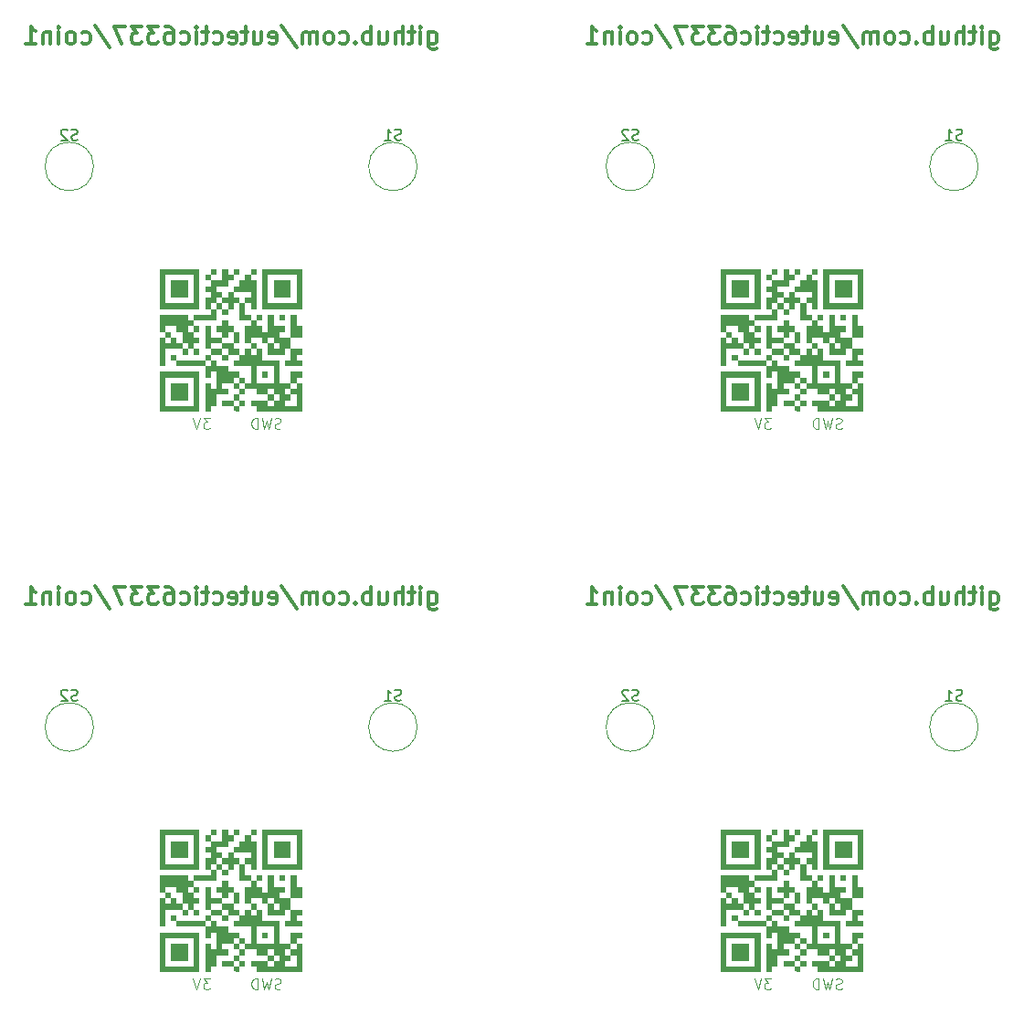
<source format=gbo>
%TF.GenerationSoftware,KiCad,Pcbnew,9.0.0*%
%TF.CreationDate,2025-02-27T10:20:03-06:00*%
%TF.ProjectId,reverse-panel,72657665-7273-4652-9d70-616e656c2e6b,rev?*%
%TF.SameCoordinates,Original*%
%TF.FileFunction,Legend,Bot*%
%TF.FilePolarity,Positive*%
%FSLAX46Y46*%
G04 Gerber Fmt 4.6, Leading zero omitted, Abs format (unit mm)*
G04 Created by KiCad (PCBNEW 9.0.0) date 2025-02-27 10:20:03*
%MOMM*%
%LPD*%
G01*
G04 APERTURE LIST*
%ADD10C,0.000000*%
%ADD11C,0.100000*%
%ADD12C,0.300000*%
%ADD13C,0.150000*%
%ADD14C,0.120000*%
%ADD15C,2.000000*%
%ADD16C,1.152000*%
%ADD17C,0.300000*%
%ADD18C,1.600000*%
%ADD19R,1.000000X1.000000*%
%ADD20O,1.000000X1.000000*%
%ADD21O,1.200000X4.200000*%
G04 APERTURE END LIST*
D10*
G36*
X47604167Y-68516666D02*
G01*
X47075000Y-68516666D01*
X46545833Y-68516666D01*
X46016667Y-68516666D01*
X45487500Y-68516666D01*
X44958334Y-68516666D01*
X44958334Y-67987500D01*
X45487500Y-67987500D01*
X46016667Y-67987500D01*
X46545833Y-67987500D01*
X47075000Y-67987500D01*
X47604167Y-67987500D01*
X47604167Y-68516666D01*
G37*
G36*
X50250000Y-118929166D02*
G01*
X50779166Y-118929166D01*
X50779166Y-119458333D01*
X50250000Y-119458333D01*
X49720833Y-119458333D01*
X49720833Y-118929166D01*
X49191667Y-118929166D01*
X49191667Y-118400000D01*
X49720833Y-118400000D01*
X50250000Y-118400000D01*
X50250000Y-118929166D01*
G37*
G36*
X51308333Y-70104166D02*
G01*
X50779166Y-70104166D01*
X50779166Y-69575000D01*
X51308333Y-69575000D01*
X51308333Y-70104166D01*
G37*
G36*
X102250000Y-114166667D02*
G01*
X102779166Y-114166667D01*
X102779166Y-114695833D01*
X102250000Y-114695833D01*
X102250000Y-115225000D01*
X101720833Y-115225000D01*
X101720833Y-114695833D01*
X101191667Y-114695833D01*
X101191667Y-114166667D01*
X101720833Y-114166667D01*
X101720833Y-113637500D01*
X102250000Y-113637500D01*
X102250000Y-114166667D01*
G37*
G36*
X50779166Y-60050000D02*
G01*
X50250000Y-60050000D01*
X50250000Y-59520834D01*
X50779166Y-59520834D01*
X50779166Y-60050000D01*
G37*
G36*
X49720833Y-116812500D02*
G01*
X50250000Y-116812500D01*
X50250000Y-117341667D01*
X49720833Y-117341667D01*
X49720833Y-117870833D01*
X49191667Y-117870833D01*
X49191667Y-117341667D01*
X48662500Y-117341667D01*
X48662500Y-116812500D01*
X49191667Y-116812500D01*
X49191667Y-116283333D01*
X49720833Y-116283333D01*
X49720833Y-116812500D01*
G37*
G36*
X44958334Y-67987500D02*
G01*
X44429167Y-67987500D01*
X44429167Y-67458333D01*
X44958334Y-67458333D01*
X44958334Y-67987500D01*
G37*
G36*
X101720833Y-67987500D02*
G01*
X101191667Y-67987500D01*
X101191667Y-67458333D01*
X101720833Y-67458333D01*
X101720833Y-67987500D01*
G37*
G36*
X105954166Y-71691666D02*
G01*
X105425000Y-71691666D01*
X105425000Y-71162500D01*
X105954166Y-71162500D01*
X105954166Y-71691666D01*
G37*
G36*
X46016667Y-119458333D02*
G01*
X45487500Y-119458333D01*
X45487500Y-118929166D01*
X46016667Y-118929166D01*
X46016667Y-119458333D01*
G37*
G36*
X102779166Y-70633333D02*
G01*
X102250000Y-70633333D01*
X102250000Y-70104166D01*
X102779166Y-70104166D01*
X102779166Y-70633333D01*
G37*
G36*
X101191667Y-115225000D02*
G01*
X100662500Y-115225000D01*
X100662500Y-114695833D01*
X101191667Y-114695833D01*
X101191667Y-115225000D01*
G37*
G36*
X99075000Y-69575000D02*
G01*
X99075000Y-70104166D01*
X99075000Y-70633333D01*
X99075000Y-71162500D01*
X99075000Y-71691666D01*
X99075000Y-72220833D01*
X99075000Y-72750000D01*
X98545833Y-72750000D01*
X98016667Y-72750000D01*
X97487500Y-72750000D01*
X96958334Y-72750000D01*
X96429167Y-72750000D01*
X95900000Y-72750000D01*
X95370834Y-72750000D01*
X95370834Y-72220833D01*
X95370834Y-71691666D01*
X95370834Y-71162500D01*
X95370834Y-70633333D01*
X95900000Y-70633333D01*
X95900000Y-71162500D01*
X95900000Y-71691666D01*
X95900000Y-72220833D01*
X96429167Y-72220833D01*
X96958334Y-72220833D01*
X97487500Y-72220833D01*
X98016667Y-72220833D01*
X98545833Y-72220833D01*
X98545833Y-71691666D01*
X98545833Y-71162500D01*
X98545833Y-70633333D01*
X98545833Y-70104166D01*
X98545833Y-69575000D01*
X98016667Y-69575000D01*
X97487500Y-69575000D01*
X96958334Y-69575000D01*
X96429167Y-69575000D01*
X95900000Y-69575000D01*
X95900000Y-70104166D01*
X95900000Y-70633333D01*
X95370834Y-70633333D01*
X95370834Y-70104166D01*
X95370834Y-69575000D01*
X95370834Y-69045833D01*
X95900000Y-69045833D01*
X96429167Y-69045833D01*
X96958334Y-69045833D01*
X97487500Y-69045833D01*
X98016667Y-69045833D01*
X98545833Y-69045833D01*
X99075000Y-69045833D01*
X99075000Y-69575000D01*
G37*
G36*
X99075000Y-60050000D02*
G01*
X99075000Y-60579167D01*
X99075000Y-61108334D01*
X99075000Y-61637500D01*
X99075000Y-62166667D01*
X99075000Y-62695833D01*
X99075000Y-63225000D01*
X98545833Y-63225000D01*
X98016667Y-63225000D01*
X97487500Y-63225000D01*
X96958334Y-63225000D01*
X96429167Y-63225000D01*
X95900000Y-63225000D01*
X95370834Y-63225000D01*
X95370834Y-62695833D01*
X95370834Y-62166667D01*
X95370834Y-61637500D01*
X95370834Y-61108334D01*
X95900000Y-61108334D01*
X95900000Y-61637500D01*
X95900000Y-62166667D01*
X95900000Y-62695833D01*
X96429167Y-62695833D01*
X96958334Y-62695833D01*
X97487500Y-62695833D01*
X98016667Y-62695833D01*
X98545833Y-62695833D01*
X98545833Y-62166667D01*
X98545833Y-61637500D01*
X98545833Y-61108334D01*
X98545833Y-60579167D01*
X98545833Y-60050000D01*
X98016667Y-60050000D01*
X97487500Y-60050000D01*
X96958334Y-60050000D01*
X96429167Y-60050000D01*
X95900000Y-60050000D01*
X95900000Y-60579167D01*
X95900000Y-61108334D01*
X95370834Y-61108334D01*
X95370834Y-60579167D01*
X95370834Y-60050000D01*
X95370834Y-59520834D01*
X95900000Y-59520834D01*
X96429167Y-59520834D01*
X96958334Y-59520834D01*
X97487500Y-59520834D01*
X98016667Y-59520834D01*
X98545833Y-59520834D01*
X99075000Y-59520834D01*
X99075000Y-60050000D01*
G37*
G36*
X49720833Y-60050000D02*
G01*
X50250000Y-60050000D01*
X50250000Y-60579167D01*
X49720833Y-60579167D01*
X49720833Y-61108334D01*
X49191667Y-61108334D01*
X48662500Y-61108334D01*
X48662500Y-61637500D01*
X49191667Y-61637500D01*
X49191667Y-62166667D01*
X48662500Y-62166667D01*
X48662500Y-62695833D01*
X48133333Y-62695833D01*
X48133333Y-63225000D01*
X47604167Y-63225000D01*
X47604167Y-62695833D01*
X47604167Y-62166667D01*
X48133333Y-62166667D01*
X48133333Y-61637500D01*
X47604167Y-61637500D01*
X47604167Y-61108334D01*
X48133333Y-61108334D01*
X48133333Y-60579167D01*
X48662500Y-60579167D01*
X49191667Y-60579167D01*
X49191667Y-60050000D01*
X49191667Y-59520834D01*
X49720833Y-59520834D01*
X49720833Y-60050000D01*
G37*
G36*
X108600000Y-60050000D02*
G01*
X108600000Y-60579167D01*
X108600000Y-61108334D01*
X108600000Y-61637500D01*
X108600000Y-62166667D01*
X108600000Y-62695833D01*
X108600000Y-63225000D01*
X108070833Y-63225000D01*
X107541666Y-63225000D01*
X107012500Y-63225000D01*
X106483333Y-63225000D01*
X105954166Y-63225000D01*
X105425000Y-63225000D01*
X104895833Y-63225000D01*
X104895833Y-62695833D01*
X104895833Y-62166667D01*
X104895833Y-61637500D01*
X104895833Y-61108334D01*
X105425000Y-61108334D01*
X105425000Y-61637500D01*
X105425000Y-62166667D01*
X105425000Y-62695833D01*
X105954166Y-62695833D01*
X106483333Y-62695833D01*
X107012500Y-62695833D01*
X107541666Y-62695833D01*
X108070833Y-62695833D01*
X108070833Y-62166667D01*
X108070833Y-61637500D01*
X108070833Y-61108334D01*
X108070833Y-60579167D01*
X108070833Y-60050000D01*
X107541666Y-60050000D01*
X107012500Y-60050000D01*
X106483333Y-60050000D01*
X105954166Y-60050000D01*
X105425000Y-60050000D01*
X105425000Y-60579167D01*
X105425000Y-61108334D01*
X104895833Y-61108334D01*
X104895833Y-60579167D01*
X104895833Y-60050000D01*
X104895833Y-59520834D01*
X105425000Y-59520834D01*
X105954166Y-59520834D01*
X106483333Y-59520834D01*
X107012500Y-59520834D01*
X107541666Y-59520834D01*
X108070833Y-59520834D01*
X108600000Y-59520834D01*
X108600000Y-60050000D01*
G37*
G36*
X103308333Y-63225000D02*
G01*
X103308333Y-63754167D01*
X103837500Y-63754167D01*
X103837500Y-64283333D01*
X103308333Y-64283333D01*
X102779166Y-64283333D01*
X102779166Y-63754167D01*
X102779166Y-63225000D01*
X102779166Y-62695833D01*
X103308333Y-62695833D01*
X103308333Y-63225000D01*
G37*
G36*
X48662500Y-112050000D02*
G01*
X48133333Y-112050000D01*
X48133333Y-111520834D01*
X48662500Y-111520834D01*
X48662500Y-112050000D01*
G37*
G36*
X102779166Y-65870833D02*
G01*
X102779166Y-66400000D01*
X102250000Y-66400000D01*
X102250000Y-65870833D01*
X102250000Y-65341667D01*
X102779166Y-65341667D01*
X102779166Y-65870833D01*
G37*
G36*
X100662500Y-115754167D02*
G01*
X100662500Y-116283333D01*
X100133333Y-116283333D01*
X99604167Y-116283333D01*
X99075000Y-116283333D01*
X98545833Y-116283333D01*
X98545833Y-115754167D01*
X99075000Y-115754167D01*
X99604167Y-115754167D01*
X100133333Y-115754167D01*
X100133333Y-115225000D01*
X100662500Y-115225000D01*
X100662500Y-115754167D01*
G37*
G36*
X100662500Y-63754167D02*
G01*
X100662500Y-64283333D01*
X100133333Y-64283333D01*
X99604167Y-64283333D01*
X99075000Y-64283333D01*
X98545833Y-64283333D01*
X98545833Y-63754167D01*
X99075000Y-63754167D01*
X99604167Y-63754167D01*
X100133333Y-63754167D01*
X100133333Y-63225000D01*
X100662500Y-63225000D01*
X100662500Y-63754167D01*
G37*
G36*
X100662500Y-60050000D02*
G01*
X100133333Y-60050000D01*
X100133333Y-59520834D01*
X100662500Y-59520834D01*
X100662500Y-60050000D01*
G37*
G36*
X103308333Y-122104166D02*
G01*
X102779166Y-122104166D01*
X102779166Y-121575000D01*
X103308333Y-121575000D01*
X103308333Y-122104166D01*
G37*
G36*
X102250000Y-66929166D02*
G01*
X102779166Y-66929166D01*
X102779166Y-67458333D01*
X102250000Y-67458333D01*
X101720833Y-67458333D01*
X101720833Y-66929166D01*
X101191667Y-66929166D01*
X101191667Y-66400000D01*
X101720833Y-66400000D01*
X102250000Y-66400000D01*
X102250000Y-66929166D01*
G37*
G36*
X47075000Y-67458333D02*
G01*
X46545833Y-67458333D01*
X46545833Y-66929166D01*
X47075000Y-66929166D01*
X47075000Y-67458333D01*
G37*
G36*
X51308333Y-115225000D02*
G01*
X51308333Y-115754167D01*
X51837500Y-115754167D01*
X51837500Y-116283333D01*
X51308333Y-116283333D01*
X50779166Y-116283333D01*
X50779166Y-115754167D01*
X50779166Y-115225000D01*
X50779166Y-114695833D01*
X51308333Y-114695833D01*
X51308333Y-115225000D01*
G37*
G36*
X102250000Y-118929166D02*
G01*
X102779166Y-118929166D01*
X102779166Y-119458333D01*
X102250000Y-119458333D01*
X101720833Y-119458333D01*
X101720833Y-118929166D01*
X101191667Y-118929166D01*
X101191667Y-118400000D01*
X101720833Y-118400000D01*
X102250000Y-118400000D01*
X102250000Y-118929166D01*
G37*
G36*
X44429167Y-117870833D02*
G01*
X43900000Y-117870833D01*
X43900000Y-117341667D01*
X44429167Y-117341667D01*
X44429167Y-117870833D01*
G37*
G36*
X49720833Y-63754167D02*
G01*
X49191667Y-63754167D01*
X49191667Y-63225000D01*
X49720833Y-63225000D01*
X49720833Y-63754167D01*
G37*
G36*
X103308333Y-72220833D02*
G01*
X102779166Y-72220833D01*
X102779166Y-71691666D01*
X103308333Y-71691666D01*
X103308333Y-72220833D01*
G37*
G36*
X56070833Y-64283333D02*
G01*
X56070833Y-64812500D01*
X56600000Y-64812500D01*
X56600000Y-65341667D01*
X56600000Y-65870833D01*
X56070833Y-65870833D01*
X55541666Y-65870833D01*
X55541666Y-65341667D01*
X55541666Y-64812500D01*
X55541666Y-64283333D01*
X55541666Y-63754167D01*
X56070833Y-63754167D01*
X56070833Y-64283333D01*
G37*
G36*
X49191667Y-67458333D02*
G01*
X48662500Y-67458333D01*
X48133333Y-67458333D01*
X48133333Y-66929166D01*
X48662500Y-66929166D01*
X49191667Y-66929166D01*
X49191667Y-67458333D01*
G37*
G36*
X50779166Y-112050000D02*
G01*
X50250000Y-112050000D01*
X50250000Y-111520834D01*
X50779166Y-111520834D01*
X50779166Y-112050000D01*
G37*
G36*
X108600000Y-69575000D02*
G01*
X108070833Y-69575000D01*
X108070833Y-70104166D01*
X107541666Y-70104166D01*
X107541666Y-69575000D01*
X107541666Y-69045833D01*
X108070833Y-69045833D01*
X108600000Y-69045833D01*
X108600000Y-69575000D01*
G37*
G36*
X49720833Y-119987500D02*
G01*
X49191667Y-119987500D01*
X49191667Y-119458333D01*
X49720833Y-119458333D01*
X49720833Y-119987500D01*
G37*
G36*
X103837500Y-119458333D02*
G01*
X104366666Y-119458333D01*
X104366666Y-118929166D01*
X104895833Y-118929166D01*
X104895833Y-119458333D01*
X104895833Y-119987500D01*
X105425000Y-119987500D01*
X105954166Y-119987500D01*
X106483333Y-119987500D01*
X106483333Y-120516666D01*
X106483333Y-121045833D01*
X106483333Y-121575000D01*
X106483333Y-122104166D01*
X107012500Y-122104166D01*
X107541666Y-122104166D01*
X107541666Y-122633333D01*
X108070833Y-122633333D01*
X108070833Y-122104166D01*
X108600000Y-122104166D01*
X108600000Y-122633333D01*
X108600000Y-123162500D01*
X108600000Y-123691666D01*
X108600000Y-124220833D01*
X108600000Y-124750000D01*
X108070833Y-124750000D01*
X107541666Y-124750000D01*
X107012500Y-124750000D01*
X106483333Y-124750000D01*
X105954166Y-124750000D01*
X105425000Y-124750000D01*
X104895833Y-124750000D01*
X104366666Y-124750000D01*
X104366666Y-124220833D01*
X103837500Y-124220833D01*
X103837500Y-123691666D01*
X104366666Y-123691666D01*
X104895833Y-123691666D01*
X105425000Y-123691666D01*
X105425000Y-124220833D01*
X105954166Y-124220833D01*
X107012500Y-124220833D01*
X107541666Y-124220833D01*
X108070833Y-124220833D01*
X108070833Y-123691666D01*
X108070833Y-123162500D01*
X107541666Y-123162500D01*
X107541666Y-123691666D01*
X107012500Y-123691666D01*
X107012500Y-124220833D01*
X105954166Y-124220833D01*
X105954166Y-123691666D01*
X106483333Y-123691666D01*
X106483333Y-123162500D01*
X105954166Y-123162500D01*
X105954166Y-122633333D01*
X107012500Y-122633333D01*
X107012500Y-123162500D01*
X107541666Y-123162500D01*
X107541666Y-122633333D01*
X107012500Y-122633333D01*
X105954166Y-122633333D01*
X105425000Y-122633333D01*
X105425000Y-123162500D01*
X104895833Y-123162500D01*
X104366666Y-123162500D01*
X104366666Y-122633333D01*
X103837500Y-122633333D01*
X103308333Y-122633333D01*
X103308333Y-122104166D01*
X103837500Y-122104166D01*
X103837500Y-121575000D01*
X104366666Y-121575000D01*
X104366666Y-122104166D01*
X104895833Y-122104166D01*
X105425000Y-122104166D01*
X105954166Y-122104166D01*
X105954166Y-121575000D01*
X105954166Y-121045833D01*
X105954166Y-120516666D01*
X105425000Y-120516666D01*
X104895833Y-120516666D01*
X104366666Y-120516666D01*
X104366666Y-121045833D01*
X104366666Y-121575000D01*
X103837500Y-121575000D01*
X103837500Y-121045833D01*
X103837500Y-120516666D01*
X103308333Y-120516666D01*
X102779166Y-120516666D01*
X102250000Y-120516666D01*
X102250000Y-119987500D01*
X102779166Y-119987500D01*
X102779166Y-119458333D01*
X103308333Y-119458333D01*
X103308333Y-118929166D01*
X103837500Y-118929166D01*
X103837500Y-119458333D01*
G37*
G36*
X100662500Y-120516666D02*
G01*
X101191667Y-120516666D01*
X101720833Y-120516666D01*
X101720833Y-121045833D01*
X102250000Y-121045833D01*
X102779166Y-121045833D01*
X102779166Y-121575000D01*
X102250000Y-121575000D01*
X102250000Y-122104166D01*
X101720833Y-122104166D01*
X101191667Y-122104166D01*
X101191667Y-122633333D01*
X101720833Y-122633333D01*
X101720833Y-123162500D01*
X101191667Y-123162500D01*
X100662500Y-123162500D01*
X100662500Y-123691666D01*
X100662500Y-124220833D01*
X100133333Y-124220833D01*
X100133333Y-124750000D01*
X99604167Y-124750000D01*
X99604167Y-124220833D01*
X99604167Y-123691666D01*
X99604167Y-123162500D01*
X99604167Y-122633333D01*
X99604167Y-122104166D01*
X100133333Y-122104166D01*
X100133333Y-122633333D01*
X100662500Y-122633333D01*
X100662500Y-122104166D01*
X100662500Y-121575000D01*
X100662500Y-121045833D01*
X100133333Y-121045833D01*
X100133333Y-121575000D01*
X99604167Y-121575000D01*
X99604167Y-121045833D01*
X99604167Y-120516666D01*
X100133333Y-120516666D01*
X100133333Y-119987500D01*
X100662500Y-119987500D01*
X100662500Y-120516666D01*
G37*
G36*
X104366666Y-60050000D02*
G01*
X103837500Y-60050000D01*
X103837500Y-59520834D01*
X104366666Y-59520834D01*
X104366666Y-60050000D01*
G37*
G36*
X47604167Y-120516666D02*
G01*
X47075000Y-120516666D01*
X46545833Y-120516666D01*
X46016667Y-120516666D01*
X45487500Y-120516666D01*
X44958334Y-120516666D01*
X44958334Y-119987500D01*
X45487500Y-119987500D01*
X46016667Y-119987500D01*
X46545833Y-119987500D01*
X47075000Y-119987500D01*
X47604167Y-119987500D01*
X47604167Y-120516666D01*
G37*
G36*
X99075000Y-67458333D02*
G01*
X98545833Y-67458333D01*
X98545833Y-66929166D01*
X99075000Y-66929166D01*
X99075000Y-67458333D01*
G37*
G36*
X51308333Y-122104166D02*
G01*
X50779166Y-122104166D01*
X50779166Y-121575000D01*
X51308333Y-121575000D01*
X51308333Y-122104166D01*
G37*
G36*
X105425000Y-121575000D02*
G01*
X104895833Y-121575000D01*
X104895833Y-121045833D01*
X105425000Y-121045833D01*
X105425000Y-121575000D01*
G37*
G36*
X51308333Y-123162500D02*
G01*
X50779166Y-123162500D01*
X50779166Y-122633333D01*
X51308333Y-122633333D01*
X51308333Y-123162500D01*
G37*
G36*
X44429167Y-65870833D02*
G01*
X43900000Y-65870833D01*
X43900000Y-65341667D01*
X44429167Y-65341667D01*
X44429167Y-65870833D01*
G37*
G36*
X102779166Y-123691666D02*
G01*
X102250000Y-123691666D01*
X102250000Y-123162500D01*
X102779166Y-123162500D01*
X102779166Y-123691666D01*
G37*
G36*
X107541666Y-113108334D02*
G01*
X107541666Y-113637500D01*
X107541666Y-114166667D01*
X107012500Y-114166667D01*
X106483333Y-114166667D01*
X105954166Y-114166667D01*
X105954166Y-113637500D01*
X105954166Y-113108334D01*
X105954166Y-112579167D01*
X106483333Y-112579167D01*
X107012500Y-112579167D01*
X107541666Y-112579167D01*
X107541666Y-113108334D01*
G37*
G36*
X51837500Y-119458333D02*
G01*
X52366666Y-119458333D01*
X52366666Y-118929166D01*
X52895833Y-118929166D01*
X52895833Y-119458333D01*
X52895833Y-119987500D01*
X53425000Y-119987500D01*
X53954166Y-119987500D01*
X54483333Y-119987500D01*
X54483333Y-120516666D01*
X54483333Y-121045833D01*
X54483333Y-121575000D01*
X54483333Y-122104166D01*
X55012500Y-122104166D01*
X55541666Y-122104166D01*
X55541666Y-122633333D01*
X56070833Y-122633333D01*
X56070833Y-122104166D01*
X56600000Y-122104166D01*
X56600000Y-122633333D01*
X56600000Y-123162500D01*
X56600000Y-123691666D01*
X56600000Y-124220833D01*
X56600000Y-124750000D01*
X56070833Y-124750000D01*
X55541666Y-124750000D01*
X55012500Y-124750000D01*
X54483333Y-124750000D01*
X53954166Y-124750000D01*
X53425000Y-124750000D01*
X52895833Y-124750000D01*
X52366666Y-124750000D01*
X52366666Y-124220833D01*
X51837500Y-124220833D01*
X51837500Y-123691666D01*
X52366666Y-123691666D01*
X52895833Y-123691666D01*
X53425000Y-123691666D01*
X53425000Y-124220833D01*
X53954166Y-124220833D01*
X55012500Y-124220833D01*
X55541666Y-124220833D01*
X56070833Y-124220833D01*
X56070833Y-123691666D01*
X56070833Y-123162500D01*
X55541666Y-123162500D01*
X55541666Y-123691666D01*
X55012500Y-123691666D01*
X55012500Y-124220833D01*
X53954166Y-124220833D01*
X53954166Y-123691666D01*
X54483333Y-123691666D01*
X54483333Y-123162500D01*
X53954166Y-123162500D01*
X53954166Y-122633333D01*
X55012500Y-122633333D01*
X55012500Y-123162500D01*
X55541666Y-123162500D01*
X55541666Y-122633333D01*
X55012500Y-122633333D01*
X53954166Y-122633333D01*
X53425000Y-122633333D01*
X53425000Y-123162500D01*
X52895833Y-123162500D01*
X52366666Y-123162500D01*
X52366666Y-122633333D01*
X51837500Y-122633333D01*
X51308333Y-122633333D01*
X51308333Y-122104166D01*
X51837500Y-122104166D01*
X51837500Y-121575000D01*
X52366666Y-121575000D01*
X52366666Y-122104166D01*
X52895833Y-122104166D01*
X53425000Y-122104166D01*
X53954166Y-122104166D01*
X53954166Y-121575000D01*
X53954166Y-121045833D01*
X53954166Y-120516666D01*
X53425000Y-120516666D01*
X52895833Y-120516666D01*
X52366666Y-120516666D01*
X52366666Y-121045833D01*
X52366666Y-121575000D01*
X51837500Y-121575000D01*
X51837500Y-121045833D01*
X51837500Y-120516666D01*
X51308333Y-120516666D01*
X50779166Y-120516666D01*
X50250000Y-120516666D01*
X50250000Y-119987500D01*
X50779166Y-119987500D01*
X50779166Y-119458333D01*
X51308333Y-119458333D01*
X51308333Y-118929166D01*
X51837500Y-118929166D01*
X51837500Y-119458333D01*
G37*
G36*
X47075000Y-60050000D02*
G01*
X47075000Y-60579167D01*
X47075000Y-61108334D01*
X47075000Y-61637500D01*
X47075000Y-62166667D01*
X47075000Y-62695833D01*
X47075000Y-63225000D01*
X46545833Y-63225000D01*
X46016667Y-63225000D01*
X45487500Y-63225000D01*
X44958334Y-63225000D01*
X44429167Y-63225000D01*
X43900000Y-63225000D01*
X43370834Y-63225000D01*
X43370834Y-62695833D01*
X43370834Y-62166667D01*
X43370834Y-61637500D01*
X43370834Y-61108334D01*
X43900000Y-61108334D01*
X43900000Y-61637500D01*
X43900000Y-62166667D01*
X43900000Y-62695833D01*
X44429167Y-62695833D01*
X44958334Y-62695833D01*
X45487500Y-62695833D01*
X46016667Y-62695833D01*
X46545833Y-62695833D01*
X46545833Y-62166667D01*
X46545833Y-61637500D01*
X46545833Y-61108334D01*
X46545833Y-60579167D01*
X46545833Y-60050000D01*
X46016667Y-60050000D01*
X45487500Y-60050000D01*
X44958334Y-60050000D01*
X44429167Y-60050000D01*
X43900000Y-60050000D01*
X43900000Y-60579167D01*
X43900000Y-61108334D01*
X43370834Y-61108334D01*
X43370834Y-60579167D01*
X43370834Y-60050000D01*
X43370834Y-59520834D01*
X43900000Y-59520834D01*
X44429167Y-59520834D01*
X44958334Y-59520834D01*
X45487500Y-59520834D01*
X46016667Y-59520834D01*
X46545833Y-59520834D01*
X47075000Y-59520834D01*
X47075000Y-60050000D01*
G37*
G36*
X104366666Y-118929166D02*
G01*
X103837500Y-118929166D01*
X103837500Y-118400000D01*
X104366666Y-118400000D01*
X104366666Y-118929166D01*
G37*
G36*
X105954166Y-116283333D02*
G01*
X105954166Y-116812500D01*
X106483333Y-116812500D01*
X107012500Y-116812500D01*
X107012500Y-117341667D01*
X106483333Y-117341667D01*
X106483333Y-117870833D01*
X107012500Y-117870833D01*
X107541666Y-117870833D01*
X107541666Y-118400000D01*
X107541666Y-118929166D01*
X107012500Y-118929166D01*
X107012500Y-119458333D01*
X106483333Y-119458333D01*
X105954166Y-119458333D01*
X105425000Y-119458333D01*
X105425000Y-118929166D01*
X105425000Y-118400000D01*
X105954166Y-118400000D01*
X105954166Y-118929166D01*
X106483333Y-118929166D01*
X106483333Y-118400000D01*
X105954166Y-118400000D01*
X105954166Y-117870833D01*
X105425000Y-117870833D01*
X105425000Y-118400000D01*
X104895833Y-118400000D01*
X104895833Y-117870833D01*
X104366666Y-117870833D01*
X103837500Y-117870833D01*
X103837500Y-118400000D01*
X103308333Y-118400000D01*
X103308333Y-117870833D01*
X103308333Y-117341667D01*
X103308333Y-116812500D01*
X103837500Y-116812500D01*
X103837500Y-116283333D01*
X104366666Y-116283333D01*
X104366666Y-116812500D01*
X104895833Y-116812500D01*
X104895833Y-117341667D01*
X105425000Y-117341667D01*
X105425000Y-116812500D01*
X105425000Y-116283333D01*
X105425000Y-115754167D01*
X105954166Y-115754167D01*
X105954166Y-116283333D01*
G37*
G36*
X49720833Y-64812500D02*
G01*
X50250000Y-64812500D01*
X50250000Y-65341667D01*
X49720833Y-65341667D01*
X49720833Y-65870833D01*
X49191667Y-65870833D01*
X49191667Y-65341667D01*
X48662500Y-65341667D01*
X48662500Y-64812500D01*
X49191667Y-64812500D01*
X49191667Y-64283333D01*
X49720833Y-64283333D01*
X49720833Y-64812500D01*
G37*
G36*
X51837500Y-60579167D02*
G01*
X52366666Y-60579167D01*
X52366666Y-61108334D01*
X52366666Y-61637500D01*
X52366666Y-62166667D01*
X52366666Y-62695833D01*
X52366666Y-63225000D01*
X51837500Y-63225000D01*
X51837500Y-62695833D01*
X51308333Y-62695833D01*
X51308333Y-62166667D01*
X51837500Y-62166667D01*
X51837500Y-61637500D01*
X51308333Y-61637500D01*
X50779166Y-61637500D01*
X50250000Y-61637500D01*
X50250000Y-61108334D01*
X50779166Y-61108334D01*
X50779166Y-60579167D01*
X51308333Y-60579167D01*
X51308333Y-60050000D01*
X51837500Y-60050000D01*
X51837500Y-60579167D01*
G37*
G36*
X101720833Y-64812500D02*
G01*
X102250000Y-64812500D01*
X102250000Y-65341667D01*
X101720833Y-65341667D01*
X101720833Y-65870833D01*
X101191667Y-65870833D01*
X101191667Y-65341667D01*
X100662500Y-65341667D01*
X100662500Y-64812500D01*
X101191667Y-64812500D01*
X101191667Y-64283333D01*
X101720833Y-64283333D01*
X101720833Y-64812500D01*
G37*
G36*
X100133333Y-119987500D02*
G01*
X99604167Y-119987500D01*
X99604167Y-119458333D01*
X100133333Y-119458333D01*
X100133333Y-119987500D01*
G37*
G36*
X46016667Y-64283333D02*
G01*
X46545833Y-64283333D01*
X46545833Y-64812500D01*
X46016667Y-64812500D01*
X46016667Y-65341667D01*
X46545833Y-65341667D01*
X46545833Y-65870833D01*
X47075000Y-65870833D01*
X47075000Y-66400000D01*
X46545833Y-66400000D01*
X46545833Y-66929166D01*
X46016667Y-66929166D01*
X46016667Y-66400000D01*
X45487500Y-66400000D01*
X45487500Y-66929166D01*
X44958334Y-66929166D01*
X44429167Y-66929166D01*
X43900000Y-66929166D01*
X43900000Y-67458333D01*
X43900000Y-67987500D01*
X43900000Y-68516666D01*
X43370834Y-68516666D01*
X43370834Y-67987500D01*
X43370834Y-67458333D01*
X43370834Y-66929166D01*
X43370834Y-66400000D01*
X43370834Y-65870833D01*
X43900000Y-65870833D01*
X43900000Y-66400000D01*
X44429167Y-66400000D01*
X44429167Y-65870833D01*
X44958334Y-65870833D01*
X44958334Y-66400000D01*
X45487500Y-66400000D01*
X45487500Y-65870833D01*
X45487500Y-65341667D01*
X44958334Y-65341667D01*
X44958334Y-64812500D01*
X44429167Y-64812500D01*
X43900000Y-64812500D01*
X43900000Y-65341667D01*
X43370834Y-65341667D01*
X43370834Y-64812500D01*
X43370834Y-64283333D01*
X43370834Y-63754167D01*
X43900000Y-63754167D01*
X44429167Y-63754167D01*
X44958334Y-63754167D01*
X45487500Y-63754167D01*
X46016667Y-63754167D01*
X46016667Y-64283333D01*
G37*
G36*
X50779166Y-65870833D02*
G01*
X50779166Y-66400000D01*
X50250000Y-66400000D01*
X50250000Y-65870833D01*
X50250000Y-65341667D01*
X50779166Y-65341667D01*
X50779166Y-65870833D01*
G37*
G36*
X48662500Y-60050000D02*
G01*
X48133333Y-60050000D01*
X48133333Y-59520834D01*
X48662500Y-59520834D01*
X48662500Y-60050000D01*
G37*
G36*
X47075000Y-119458333D02*
G01*
X46545833Y-119458333D01*
X46545833Y-118929166D01*
X47075000Y-118929166D01*
X47075000Y-119458333D01*
G37*
G36*
X56600000Y-60050000D02*
G01*
X56600000Y-60579167D01*
X56600000Y-61108334D01*
X56600000Y-61637500D01*
X56600000Y-62166667D01*
X56600000Y-62695833D01*
X56600000Y-63225000D01*
X56070833Y-63225000D01*
X55541666Y-63225000D01*
X55012500Y-63225000D01*
X54483333Y-63225000D01*
X53954166Y-63225000D01*
X53425000Y-63225000D01*
X52895833Y-63225000D01*
X52895833Y-62695833D01*
X52895833Y-62166667D01*
X52895833Y-61637500D01*
X52895833Y-61108334D01*
X53425000Y-61108334D01*
X53425000Y-61637500D01*
X53425000Y-62166667D01*
X53425000Y-62695833D01*
X53954166Y-62695833D01*
X54483333Y-62695833D01*
X55012500Y-62695833D01*
X55541666Y-62695833D01*
X56070833Y-62695833D01*
X56070833Y-62166667D01*
X56070833Y-61637500D01*
X56070833Y-61108334D01*
X56070833Y-60579167D01*
X56070833Y-60050000D01*
X55541666Y-60050000D01*
X55012500Y-60050000D01*
X54483333Y-60050000D01*
X53954166Y-60050000D01*
X53425000Y-60050000D01*
X53425000Y-60579167D01*
X53425000Y-61108334D01*
X52895833Y-61108334D01*
X52895833Y-60579167D01*
X52895833Y-60050000D01*
X52895833Y-59520834D01*
X53425000Y-59520834D01*
X53954166Y-59520834D01*
X54483333Y-59520834D01*
X55012500Y-59520834D01*
X55541666Y-59520834D01*
X56070833Y-59520834D01*
X56600000Y-59520834D01*
X56600000Y-60050000D01*
G37*
G36*
X107012500Y-64283333D02*
G01*
X106483333Y-64283333D01*
X106483333Y-63754167D01*
X107012500Y-63754167D01*
X107012500Y-64283333D01*
G37*
G36*
X101720833Y-112050000D02*
G01*
X102250000Y-112050000D01*
X102250000Y-112579167D01*
X101720833Y-112579167D01*
X101720833Y-113108334D01*
X101191667Y-113108334D01*
X100662500Y-113108334D01*
X100662500Y-113637500D01*
X101191667Y-113637500D01*
X101191667Y-114166667D01*
X100662500Y-114166667D01*
X100662500Y-114695833D01*
X100133333Y-114695833D01*
X100133333Y-115225000D01*
X99604167Y-115225000D01*
X99604167Y-114695833D01*
X99604167Y-114166667D01*
X100133333Y-114166667D01*
X100133333Y-113637500D01*
X99604167Y-113637500D01*
X99604167Y-113108334D01*
X100133333Y-113108334D01*
X100133333Y-112579167D01*
X100662500Y-112579167D01*
X101191667Y-112579167D01*
X101191667Y-112050000D01*
X101191667Y-111520834D01*
X101720833Y-111520834D01*
X101720833Y-112050000D01*
G37*
G36*
X108600000Y-112050000D02*
G01*
X108600000Y-112579167D01*
X108600000Y-113108334D01*
X108600000Y-113637500D01*
X108600000Y-114166667D01*
X108600000Y-114695833D01*
X108600000Y-115225000D01*
X108070833Y-115225000D01*
X107541666Y-115225000D01*
X107012500Y-115225000D01*
X106483333Y-115225000D01*
X105954166Y-115225000D01*
X105425000Y-115225000D01*
X104895833Y-115225000D01*
X104895833Y-114695833D01*
X104895833Y-114166667D01*
X104895833Y-113637500D01*
X104895833Y-113108334D01*
X105425000Y-113108334D01*
X105425000Y-113637500D01*
X105425000Y-114166667D01*
X105425000Y-114695833D01*
X105954166Y-114695833D01*
X106483333Y-114695833D01*
X107012500Y-114695833D01*
X107541666Y-114695833D01*
X108070833Y-114695833D01*
X108070833Y-114166667D01*
X108070833Y-113637500D01*
X108070833Y-113108334D01*
X108070833Y-112579167D01*
X108070833Y-112050000D01*
X107541666Y-112050000D01*
X107012500Y-112050000D01*
X106483333Y-112050000D01*
X105954166Y-112050000D01*
X105425000Y-112050000D01*
X105425000Y-112579167D01*
X105425000Y-113108334D01*
X104895833Y-113108334D01*
X104895833Y-112579167D01*
X104895833Y-112050000D01*
X104895833Y-111520834D01*
X105425000Y-111520834D01*
X105954166Y-111520834D01*
X106483333Y-111520834D01*
X107012500Y-111520834D01*
X107541666Y-111520834D01*
X108070833Y-111520834D01*
X108600000Y-111520834D01*
X108600000Y-112050000D01*
G37*
G36*
X96429167Y-65870833D02*
G01*
X95900000Y-65870833D01*
X95900000Y-65341667D01*
X96429167Y-65341667D01*
X96429167Y-65870833D01*
G37*
G36*
X48662500Y-115754167D02*
G01*
X48662500Y-116283333D01*
X48133333Y-116283333D01*
X47604167Y-116283333D01*
X47075000Y-116283333D01*
X46545833Y-116283333D01*
X46545833Y-115754167D01*
X47075000Y-115754167D01*
X47604167Y-115754167D01*
X48133333Y-115754167D01*
X48133333Y-115225000D01*
X48662500Y-115225000D01*
X48662500Y-115754167D01*
G37*
G36*
X48662500Y-68516666D02*
G01*
X49191667Y-68516666D01*
X49720833Y-68516666D01*
X49720833Y-69045833D01*
X50250000Y-69045833D01*
X50779166Y-69045833D01*
X50779166Y-69575000D01*
X50250000Y-69575000D01*
X50250000Y-70104166D01*
X49720833Y-70104166D01*
X49191667Y-70104166D01*
X49191667Y-70633333D01*
X49720833Y-70633333D01*
X49720833Y-71162500D01*
X49191667Y-71162500D01*
X48662500Y-71162500D01*
X48662500Y-71691666D01*
X48662500Y-72220833D01*
X48133333Y-72220833D01*
X48133333Y-72750000D01*
X47604167Y-72750000D01*
X47604167Y-72220833D01*
X47604167Y-71691666D01*
X47604167Y-71162500D01*
X47604167Y-70633333D01*
X47604167Y-70104166D01*
X48133333Y-70104166D01*
X48133333Y-70633333D01*
X48662500Y-70633333D01*
X48662500Y-70104166D01*
X48662500Y-69575000D01*
X48662500Y-69045833D01*
X48133333Y-69045833D01*
X48133333Y-69575000D01*
X47604167Y-69575000D01*
X47604167Y-69045833D01*
X47604167Y-68516666D01*
X48133333Y-68516666D01*
X48133333Y-67987500D01*
X48662500Y-67987500D01*
X48662500Y-68516666D01*
G37*
G36*
X103308333Y-115225000D02*
G01*
X103308333Y-115754167D01*
X103837500Y-115754167D01*
X103837500Y-116283333D01*
X103308333Y-116283333D01*
X102779166Y-116283333D01*
X102779166Y-115754167D01*
X102779166Y-115225000D01*
X102779166Y-114695833D01*
X103308333Y-114695833D01*
X103308333Y-115225000D01*
G37*
G36*
X108070833Y-64283333D02*
G01*
X108070833Y-64812500D01*
X108600000Y-64812500D01*
X108600000Y-65341667D01*
X108600000Y-65870833D01*
X108070833Y-65870833D01*
X107541666Y-65870833D01*
X107541666Y-65341667D01*
X107541666Y-64812500D01*
X107541666Y-64283333D01*
X107541666Y-63754167D01*
X108070833Y-63754167D01*
X108070833Y-64283333D01*
G37*
G36*
X101720833Y-63754167D02*
G01*
X101191667Y-63754167D01*
X101191667Y-63225000D01*
X101720833Y-63225000D01*
X101720833Y-63754167D01*
G37*
G36*
X50250000Y-72220833D02*
G01*
X49720833Y-72220833D01*
X49191667Y-72220833D01*
X49191667Y-71691666D01*
X49720833Y-71691666D01*
X50250000Y-71691666D01*
X50250000Y-72220833D01*
G37*
G36*
X98016667Y-64283333D02*
G01*
X98545833Y-64283333D01*
X98545833Y-64812500D01*
X98016667Y-64812500D01*
X98016667Y-65341667D01*
X98545833Y-65341667D01*
X98545833Y-65870833D01*
X99075000Y-65870833D01*
X99075000Y-66400000D01*
X98545833Y-66400000D01*
X98545833Y-66929166D01*
X98016667Y-66929166D01*
X98016667Y-66400000D01*
X97487500Y-66400000D01*
X97487500Y-66929166D01*
X96958334Y-66929166D01*
X96429167Y-66929166D01*
X95900000Y-66929166D01*
X95900000Y-67458333D01*
X95900000Y-67987500D01*
X95900000Y-68516666D01*
X95370834Y-68516666D01*
X95370834Y-67987500D01*
X95370834Y-67458333D01*
X95370834Y-66929166D01*
X95370834Y-66400000D01*
X95370834Y-65870833D01*
X95900000Y-65870833D01*
X95900000Y-66400000D01*
X96429167Y-66400000D01*
X96429167Y-65870833D01*
X96958334Y-65870833D01*
X96958334Y-66400000D01*
X97487500Y-66400000D01*
X97487500Y-65870833D01*
X97487500Y-65341667D01*
X96958334Y-65341667D01*
X96958334Y-64812500D01*
X96429167Y-64812500D01*
X95900000Y-64812500D01*
X95900000Y-65341667D01*
X95370834Y-65341667D01*
X95370834Y-64812500D01*
X95370834Y-64283333D01*
X95370834Y-63754167D01*
X95900000Y-63754167D01*
X96429167Y-63754167D01*
X96958334Y-63754167D01*
X97487500Y-63754167D01*
X98016667Y-63754167D01*
X98016667Y-64283333D01*
G37*
G36*
X96429167Y-117870833D02*
G01*
X95900000Y-117870833D01*
X95900000Y-117341667D01*
X96429167Y-117341667D01*
X96429167Y-117870833D01*
G37*
G36*
X99075000Y-119458333D02*
G01*
X98545833Y-119458333D01*
X98545833Y-118929166D01*
X99075000Y-118929166D01*
X99075000Y-119458333D01*
G37*
G36*
X49191667Y-115225000D02*
G01*
X48662500Y-115225000D01*
X48662500Y-114695833D01*
X49191667Y-114695833D01*
X49191667Y-115225000D01*
G37*
G36*
X102250000Y-72220833D02*
G01*
X101720833Y-72220833D01*
X101191667Y-72220833D01*
X101191667Y-71691666D01*
X101720833Y-71691666D01*
X102250000Y-71691666D01*
X102250000Y-72220833D01*
G37*
G36*
X50779166Y-71691666D02*
G01*
X50250000Y-71691666D01*
X50250000Y-71162500D01*
X50779166Y-71162500D01*
X50779166Y-71691666D01*
G37*
G36*
X56600000Y-112050000D02*
G01*
X56600000Y-112579167D01*
X56600000Y-113108334D01*
X56600000Y-113637500D01*
X56600000Y-114166667D01*
X56600000Y-114695833D01*
X56600000Y-115225000D01*
X56070833Y-115225000D01*
X55541666Y-115225000D01*
X55012500Y-115225000D01*
X54483333Y-115225000D01*
X53954166Y-115225000D01*
X53425000Y-115225000D01*
X52895833Y-115225000D01*
X52895833Y-114695833D01*
X52895833Y-114166667D01*
X52895833Y-113637500D01*
X52895833Y-113108334D01*
X53425000Y-113108334D01*
X53425000Y-113637500D01*
X53425000Y-114166667D01*
X53425000Y-114695833D01*
X53954166Y-114695833D01*
X54483333Y-114695833D01*
X55012500Y-114695833D01*
X55541666Y-114695833D01*
X56070833Y-114695833D01*
X56070833Y-114166667D01*
X56070833Y-113637500D01*
X56070833Y-113108334D01*
X56070833Y-112579167D01*
X56070833Y-112050000D01*
X55541666Y-112050000D01*
X55012500Y-112050000D01*
X54483333Y-112050000D01*
X53954166Y-112050000D01*
X53425000Y-112050000D01*
X53425000Y-112579167D01*
X53425000Y-113108334D01*
X52895833Y-113108334D01*
X52895833Y-112579167D01*
X52895833Y-112050000D01*
X52895833Y-111520834D01*
X53425000Y-111520834D01*
X53954166Y-111520834D01*
X54483333Y-111520834D01*
X55012500Y-111520834D01*
X55541666Y-111520834D01*
X56070833Y-111520834D01*
X56600000Y-111520834D01*
X56600000Y-112050000D01*
G37*
G36*
X47075000Y-112050000D02*
G01*
X47075000Y-112579167D01*
X47075000Y-113108334D01*
X47075000Y-113637500D01*
X47075000Y-114166667D01*
X47075000Y-114695833D01*
X47075000Y-115225000D01*
X46545833Y-115225000D01*
X46016667Y-115225000D01*
X45487500Y-115225000D01*
X44958334Y-115225000D01*
X44429167Y-115225000D01*
X43900000Y-115225000D01*
X43370834Y-115225000D01*
X43370834Y-114695833D01*
X43370834Y-114166667D01*
X43370834Y-113637500D01*
X43370834Y-113108334D01*
X43900000Y-113108334D01*
X43900000Y-113637500D01*
X43900000Y-114166667D01*
X43900000Y-114695833D01*
X44429167Y-114695833D01*
X44958334Y-114695833D01*
X45487500Y-114695833D01*
X46016667Y-114695833D01*
X46545833Y-114695833D01*
X46545833Y-114166667D01*
X46545833Y-113637500D01*
X46545833Y-113108334D01*
X46545833Y-112579167D01*
X46545833Y-112050000D01*
X46016667Y-112050000D01*
X45487500Y-112050000D01*
X44958334Y-112050000D01*
X44429167Y-112050000D01*
X43900000Y-112050000D01*
X43900000Y-112579167D01*
X43900000Y-113108334D01*
X43370834Y-113108334D01*
X43370834Y-112579167D01*
X43370834Y-112050000D01*
X43370834Y-111520834D01*
X43900000Y-111520834D01*
X44429167Y-111520834D01*
X44958334Y-111520834D01*
X45487500Y-111520834D01*
X46016667Y-111520834D01*
X46545833Y-111520834D01*
X47075000Y-111520834D01*
X47075000Y-112050000D01*
G37*
G36*
X56600000Y-67458333D02*
G01*
X56070833Y-67458333D01*
X56070833Y-67987500D01*
X56600000Y-67987500D01*
X56600000Y-68516666D01*
X56070833Y-68516666D01*
X55541666Y-68516666D01*
X55012500Y-68516666D01*
X55012500Y-67987500D01*
X55541666Y-67987500D01*
X55541666Y-67458333D01*
X55541666Y-66929166D01*
X56070833Y-66929166D01*
X56600000Y-66929166D01*
X56600000Y-67458333D01*
G37*
G36*
X48133333Y-60579167D02*
G01*
X47604167Y-60579167D01*
X47604167Y-60050000D01*
X48133333Y-60050000D01*
X48133333Y-60579167D01*
G37*
G36*
X102779166Y-72750000D02*
G01*
X102250000Y-72750000D01*
X102250000Y-72220833D01*
X102779166Y-72220833D01*
X102779166Y-72750000D01*
G37*
G36*
X99604167Y-120516666D02*
G01*
X99075000Y-120516666D01*
X98545833Y-120516666D01*
X98016667Y-120516666D01*
X97487500Y-120516666D01*
X96958334Y-120516666D01*
X96958334Y-119987500D01*
X97487500Y-119987500D01*
X98016667Y-119987500D01*
X98545833Y-119987500D01*
X99075000Y-119987500D01*
X99604167Y-119987500D01*
X99604167Y-120516666D01*
G37*
G36*
X101720833Y-60050000D02*
G01*
X102250000Y-60050000D01*
X102250000Y-60579167D01*
X101720833Y-60579167D01*
X101720833Y-61108334D01*
X101191667Y-61108334D01*
X100662500Y-61108334D01*
X100662500Y-61637500D01*
X101191667Y-61637500D01*
X101191667Y-62166667D01*
X100662500Y-62166667D01*
X100662500Y-62695833D01*
X100133333Y-62695833D01*
X100133333Y-63225000D01*
X99604167Y-63225000D01*
X99604167Y-62695833D01*
X99604167Y-62166667D01*
X100133333Y-62166667D01*
X100133333Y-61637500D01*
X99604167Y-61637500D01*
X99604167Y-61108334D01*
X100133333Y-61108334D01*
X100133333Y-60579167D01*
X100662500Y-60579167D01*
X101191667Y-60579167D01*
X101191667Y-60050000D01*
X101191667Y-59520834D01*
X101720833Y-59520834D01*
X101720833Y-60050000D01*
G37*
G36*
X104366666Y-66929166D02*
G01*
X103837500Y-66929166D01*
X103837500Y-66400000D01*
X104366666Y-66400000D01*
X104366666Y-66929166D01*
G37*
G36*
X56600000Y-69575000D02*
G01*
X56070833Y-69575000D01*
X56070833Y-70104166D01*
X55541666Y-70104166D01*
X55541666Y-69575000D01*
X55541666Y-69045833D01*
X56070833Y-69045833D01*
X56600000Y-69045833D01*
X56600000Y-69575000D01*
G37*
G36*
X100662500Y-112050000D02*
G01*
X100133333Y-112050000D01*
X100133333Y-111520834D01*
X100662500Y-111520834D01*
X100662500Y-112050000D01*
G37*
G36*
X107541666Y-61108334D02*
G01*
X107541666Y-61637500D01*
X107541666Y-62166667D01*
X107012500Y-62166667D01*
X106483333Y-62166667D01*
X105954166Y-62166667D01*
X105954166Y-61637500D01*
X105954166Y-61108334D01*
X105954166Y-60579167D01*
X106483333Y-60579167D01*
X107012500Y-60579167D01*
X107541666Y-60579167D01*
X107541666Y-61108334D01*
G37*
G36*
X55541666Y-61108334D02*
G01*
X55541666Y-61637500D01*
X55541666Y-62166667D01*
X55012500Y-62166667D01*
X54483333Y-62166667D01*
X53954166Y-62166667D01*
X53954166Y-61637500D01*
X53954166Y-61108334D01*
X53954166Y-60579167D01*
X54483333Y-60579167D01*
X55012500Y-60579167D01*
X55541666Y-60579167D01*
X55541666Y-61108334D01*
G37*
G36*
X52366666Y-112050000D02*
G01*
X51837500Y-112050000D01*
X51837500Y-111520834D01*
X52366666Y-111520834D01*
X52366666Y-112050000D01*
G37*
G36*
X52366666Y-60050000D02*
G01*
X51837500Y-60050000D01*
X51837500Y-59520834D01*
X52366666Y-59520834D01*
X52366666Y-60050000D01*
G37*
G36*
X104366666Y-112050000D02*
G01*
X103837500Y-112050000D01*
X103837500Y-111520834D01*
X104366666Y-111520834D01*
X104366666Y-112050000D01*
G37*
G36*
X50779166Y-123691666D02*
G01*
X50250000Y-123691666D01*
X50250000Y-123162500D01*
X50779166Y-123162500D01*
X50779166Y-123691666D01*
G37*
G36*
X104895833Y-116283333D02*
G01*
X104366666Y-116283333D01*
X104366666Y-115754167D01*
X104895833Y-115754167D01*
X104895833Y-116283333D01*
G37*
G36*
X51837500Y-112579167D02*
G01*
X52366666Y-112579167D01*
X52366666Y-113108334D01*
X52366666Y-113637500D01*
X52366666Y-114166667D01*
X52366666Y-114695833D01*
X52366666Y-115225000D01*
X51837500Y-115225000D01*
X51837500Y-114695833D01*
X51308333Y-114695833D01*
X51308333Y-114166667D01*
X51837500Y-114166667D01*
X51837500Y-113637500D01*
X51308333Y-113637500D01*
X50779166Y-113637500D01*
X50250000Y-113637500D01*
X50250000Y-113108334D01*
X50779166Y-113108334D01*
X50779166Y-112579167D01*
X51308333Y-112579167D01*
X51308333Y-112050000D01*
X51837500Y-112050000D01*
X51837500Y-112579167D01*
G37*
G36*
X50779166Y-117870833D02*
G01*
X50779166Y-118400000D01*
X50250000Y-118400000D01*
X50250000Y-117870833D01*
X50250000Y-117341667D01*
X50779166Y-117341667D01*
X50779166Y-117870833D01*
G37*
G36*
X103308333Y-124220833D02*
G01*
X102779166Y-124220833D01*
X102779166Y-123691666D01*
X103308333Y-123691666D01*
X103308333Y-124220833D01*
G37*
G36*
X99604167Y-68516666D02*
G01*
X99075000Y-68516666D01*
X98545833Y-68516666D01*
X98016667Y-68516666D01*
X97487500Y-68516666D01*
X96958334Y-68516666D01*
X96958334Y-67987500D01*
X97487500Y-67987500D01*
X98016667Y-67987500D01*
X98545833Y-67987500D01*
X99075000Y-67987500D01*
X99604167Y-67987500D01*
X99604167Y-68516666D01*
G37*
G36*
X49191667Y-63225000D02*
G01*
X48662500Y-63225000D01*
X48662500Y-62695833D01*
X49191667Y-62695833D01*
X49191667Y-63225000D01*
G37*
G36*
X104895833Y-64283333D02*
G01*
X104366666Y-64283333D01*
X104366666Y-63754167D01*
X104895833Y-63754167D01*
X104895833Y-64283333D01*
G37*
G36*
X55012500Y-64283333D02*
G01*
X54483333Y-64283333D01*
X54483333Y-63754167D01*
X55012500Y-63754167D01*
X55012500Y-64283333D01*
G37*
G36*
X108070833Y-116283333D02*
G01*
X108070833Y-116812500D01*
X108600000Y-116812500D01*
X108600000Y-117341667D01*
X108600000Y-117870833D01*
X108070833Y-117870833D01*
X107541666Y-117870833D01*
X107541666Y-117341667D01*
X107541666Y-116812500D01*
X107541666Y-116283333D01*
X107541666Y-115754167D01*
X108070833Y-115754167D01*
X108070833Y-116283333D01*
G37*
G36*
X100662500Y-68516666D02*
G01*
X101191667Y-68516666D01*
X101720833Y-68516666D01*
X101720833Y-69045833D01*
X102250000Y-69045833D01*
X102779166Y-69045833D01*
X102779166Y-69575000D01*
X102250000Y-69575000D01*
X102250000Y-70104166D01*
X101720833Y-70104166D01*
X101191667Y-70104166D01*
X101191667Y-70633333D01*
X101720833Y-70633333D01*
X101720833Y-71162500D01*
X101191667Y-71162500D01*
X100662500Y-71162500D01*
X100662500Y-71691666D01*
X100662500Y-72220833D01*
X100133333Y-72220833D01*
X100133333Y-72750000D01*
X99604167Y-72750000D01*
X99604167Y-72220833D01*
X99604167Y-71691666D01*
X99604167Y-71162500D01*
X99604167Y-70633333D01*
X99604167Y-70104166D01*
X100133333Y-70104166D01*
X100133333Y-70633333D01*
X100662500Y-70633333D01*
X100662500Y-70104166D01*
X100662500Y-69575000D01*
X100662500Y-69045833D01*
X100133333Y-69045833D01*
X100133333Y-69575000D01*
X99604167Y-69575000D01*
X99604167Y-69045833D01*
X99604167Y-68516666D01*
X100133333Y-68516666D01*
X100133333Y-67987500D01*
X100662500Y-67987500D01*
X100662500Y-68516666D01*
G37*
G36*
X56070833Y-116283333D02*
G01*
X56070833Y-116812500D01*
X56600000Y-116812500D01*
X56600000Y-117341667D01*
X56600000Y-117870833D01*
X56070833Y-117870833D01*
X55541666Y-117870833D01*
X55541666Y-117341667D01*
X55541666Y-116812500D01*
X55541666Y-116283333D01*
X55541666Y-115754167D01*
X56070833Y-115754167D01*
X56070833Y-116283333D01*
G37*
G36*
X48662500Y-120516666D02*
G01*
X49191667Y-120516666D01*
X49720833Y-120516666D01*
X49720833Y-121045833D01*
X50250000Y-121045833D01*
X50779166Y-121045833D01*
X50779166Y-121575000D01*
X50250000Y-121575000D01*
X50250000Y-122104166D01*
X49720833Y-122104166D01*
X49191667Y-122104166D01*
X49191667Y-122633333D01*
X49720833Y-122633333D01*
X49720833Y-123162500D01*
X49191667Y-123162500D01*
X48662500Y-123162500D01*
X48662500Y-123691666D01*
X48662500Y-124220833D01*
X48133333Y-124220833D01*
X48133333Y-124750000D01*
X47604167Y-124750000D01*
X47604167Y-124220833D01*
X47604167Y-123691666D01*
X47604167Y-123162500D01*
X47604167Y-122633333D01*
X47604167Y-122104166D01*
X48133333Y-122104166D01*
X48133333Y-122633333D01*
X48662500Y-122633333D01*
X48662500Y-122104166D01*
X48662500Y-121575000D01*
X48662500Y-121045833D01*
X48133333Y-121045833D01*
X48133333Y-121575000D01*
X47604167Y-121575000D01*
X47604167Y-121045833D01*
X47604167Y-120516666D01*
X48133333Y-120516666D01*
X48133333Y-119987500D01*
X48662500Y-119987500D01*
X48662500Y-120516666D01*
G37*
G36*
X101191667Y-119458333D02*
G01*
X100662500Y-119458333D01*
X100133333Y-119458333D01*
X100133333Y-118929166D01*
X100662500Y-118929166D01*
X101191667Y-118929166D01*
X101191667Y-119458333D01*
G37*
G36*
X99075000Y-65341667D02*
G01*
X98545833Y-65341667D01*
X98545833Y-64812500D01*
X99075000Y-64812500D01*
X99075000Y-65341667D01*
G37*
G36*
X102779166Y-112050000D02*
G01*
X102250000Y-112050000D01*
X102250000Y-111520834D01*
X102779166Y-111520834D01*
X102779166Y-112050000D01*
G37*
G36*
X50250000Y-62166667D02*
G01*
X50779166Y-62166667D01*
X50779166Y-62695833D01*
X50250000Y-62695833D01*
X50250000Y-63225000D01*
X49720833Y-63225000D01*
X49720833Y-62695833D01*
X49191667Y-62695833D01*
X49191667Y-62166667D01*
X49720833Y-62166667D01*
X49720833Y-61637500D01*
X50250000Y-61637500D01*
X50250000Y-62166667D01*
G37*
G36*
X44958334Y-119987500D02*
G01*
X44429167Y-119987500D01*
X44429167Y-119458333D01*
X44958334Y-119458333D01*
X44958334Y-119987500D01*
G37*
G36*
X101191667Y-67458333D02*
G01*
X100662500Y-67458333D01*
X100133333Y-67458333D01*
X100133333Y-66929166D01*
X100662500Y-66929166D01*
X101191667Y-66929166D01*
X101191667Y-67458333D01*
G37*
G36*
X105954166Y-123691666D02*
G01*
X105425000Y-123691666D01*
X105425000Y-123162500D01*
X105954166Y-123162500D01*
X105954166Y-123691666D01*
G37*
G36*
X50250000Y-124220833D02*
G01*
X49720833Y-124220833D01*
X49191667Y-124220833D01*
X49191667Y-123691666D01*
X49720833Y-123691666D01*
X50250000Y-123691666D01*
X50250000Y-124220833D01*
G37*
G36*
X46016667Y-70633333D02*
G01*
X46016667Y-71162500D01*
X46016667Y-71691666D01*
X45487500Y-71691666D01*
X44958334Y-71691666D01*
X44429167Y-71691666D01*
X44429167Y-71162500D01*
X44429167Y-70633333D01*
X44429167Y-70104166D01*
X44958334Y-70104166D01*
X45487500Y-70104166D01*
X46016667Y-70104166D01*
X46016667Y-70633333D01*
G37*
G36*
X46016667Y-113108334D02*
G01*
X46016667Y-113637500D01*
X46016667Y-114166667D01*
X45487500Y-114166667D01*
X44958334Y-114166667D01*
X44429167Y-114166667D01*
X44429167Y-113637500D01*
X44429167Y-113108334D01*
X44429167Y-112579167D01*
X44958334Y-112579167D01*
X45487500Y-112579167D01*
X46016667Y-112579167D01*
X46016667Y-113108334D01*
G37*
G36*
X98016667Y-119458333D02*
G01*
X97487500Y-119458333D01*
X97487500Y-118929166D01*
X98016667Y-118929166D01*
X98016667Y-119458333D01*
G37*
G36*
X46016667Y-122633333D02*
G01*
X46016667Y-123162500D01*
X46016667Y-123691666D01*
X45487500Y-123691666D01*
X44958334Y-123691666D01*
X44429167Y-123691666D01*
X44429167Y-123162500D01*
X44429167Y-122633333D01*
X44429167Y-122104166D01*
X44958334Y-122104166D01*
X45487500Y-122104166D01*
X46016667Y-122104166D01*
X46016667Y-122633333D01*
G37*
G36*
X47075000Y-69575000D02*
G01*
X47075000Y-70104166D01*
X47075000Y-70633333D01*
X47075000Y-71162500D01*
X47075000Y-71691666D01*
X47075000Y-72220833D01*
X47075000Y-72750000D01*
X46545833Y-72750000D01*
X46016667Y-72750000D01*
X45487500Y-72750000D01*
X44958334Y-72750000D01*
X44429167Y-72750000D01*
X43900000Y-72750000D01*
X43370834Y-72750000D01*
X43370834Y-72220833D01*
X43370834Y-71691666D01*
X43370834Y-71162500D01*
X43370834Y-70633333D01*
X43900000Y-70633333D01*
X43900000Y-71162500D01*
X43900000Y-71691666D01*
X43900000Y-72220833D01*
X44429167Y-72220833D01*
X44958334Y-72220833D01*
X45487500Y-72220833D01*
X46016667Y-72220833D01*
X46545833Y-72220833D01*
X46545833Y-71691666D01*
X46545833Y-71162500D01*
X46545833Y-70633333D01*
X46545833Y-70104166D01*
X46545833Y-69575000D01*
X46016667Y-69575000D01*
X45487500Y-69575000D01*
X44958334Y-69575000D01*
X44429167Y-69575000D01*
X43900000Y-69575000D01*
X43900000Y-70104166D01*
X43900000Y-70633333D01*
X43370834Y-70633333D01*
X43370834Y-70104166D01*
X43370834Y-69575000D01*
X43370834Y-69045833D01*
X43900000Y-69045833D01*
X44429167Y-69045833D01*
X44958334Y-69045833D01*
X45487500Y-69045833D01*
X46016667Y-69045833D01*
X46545833Y-69045833D01*
X47075000Y-69045833D01*
X47075000Y-69575000D01*
G37*
G36*
X101720833Y-116812500D02*
G01*
X102250000Y-116812500D01*
X102250000Y-117341667D01*
X101720833Y-117341667D01*
X101720833Y-117870833D01*
X101191667Y-117870833D01*
X101191667Y-117341667D01*
X100662500Y-117341667D01*
X100662500Y-116812500D01*
X101191667Y-116812500D01*
X101191667Y-116283333D01*
X101720833Y-116283333D01*
X101720833Y-116812500D01*
G37*
G36*
X48133333Y-119987500D02*
G01*
X47604167Y-119987500D01*
X47604167Y-119458333D01*
X48133333Y-119458333D01*
X48133333Y-119987500D01*
G37*
G36*
X53954166Y-116283333D02*
G01*
X53954166Y-116812500D01*
X54483333Y-116812500D01*
X55012500Y-116812500D01*
X55012500Y-117341667D01*
X54483333Y-117341667D01*
X54483333Y-117870833D01*
X55012500Y-117870833D01*
X55541666Y-117870833D01*
X55541666Y-118400000D01*
X55541666Y-118929166D01*
X55012500Y-118929166D01*
X55012500Y-119458333D01*
X54483333Y-119458333D01*
X53954166Y-119458333D01*
X53425000Y-119458333D01*
X53425000Y-118929166D01*
X53425000Y-118400000D01*
X53954166Y-118400000D01*
X53954166Y-118929166D01*
X54483333Y-118929166D01*
X54483333Y-118400000D01*
X53954166Y-118400000D01*
X53954166Y-117870833D01*
X53425000Y-117870833D01*
X53425000Y-118400000D01*
X52895833Y-118400000D01*
X52895833Y-117870833D01*
X52366666Y-117870833D01*
X51837500Y-117870833D01*
X51837500Y-118400000D01*
X51308333Y-118400000D01*
X51308333Y-117870833D01*
X51308333Y-117341667D01*
X51308333Y-116812500D01*
X51837500Y-116812500D01*
X51837500Y-116283333D01*
X52366666Y-116283333D01*
X52366666Y-116812500D01*
X52895833Y-116812500D01*
X52895833Y-117341667D01*
X53425000Y-117341667D01*
X53425000Y-116812500D01*
X53425000Y-116283333D01*
X53425000Y-115754167D01*
X53954166Y-115754167D01*
X53954166Y-116283333D01*
G37*
G36*
X50779166Y-70633333D02*
G01*
X50250000Y-70633333D01*
X50250000Y-70104166D01*
X50779166Y-70104166D01*
X50779166Y-70633333D01*
G37*
G36*
X98016667Y-116283333D02*
G01*
X98545833Y-116283333D01*
X98545833Y-116812500D01*
X98016667Y-116812500D01*
X98016667Y-117341667D01*
X98545833Y-117341667D01*
X98545833Y-117870833D01*
X99075000Y-117870833D01*
X99075000Y-118400000D01*
X98545833Y-118400000D01*
X98545833Y-118929166D01*
X98016667Y-118929166D01*
X98016667Y-118400000D01*
X97487500Y-118400000D01*
X97487500Y-118929166D01*
X96958334Y-118929166D01*
X96429167Y-118929166D01*
X95900000Y-118929166D01*
X95900000Y-119458333D01*
X95900000Y-119987500D01*
X95900000Y-120516666D01*
X95370834Y-120516666D01*
X95370834Y-119987500D01*
X95370834Y-119458333D01*
X95370834Y-118929166D01*
X95370834Y-118400000D01*
X95370834Y-117870833D01*
X95900000Y-117870833D01*
X95900000Y-118400000D01*
X96429167Y-118400000D01*
X96429167Y-117870833D01*
X96958334Y-117870833D01*
X96958334Y-118400000D01*
X97487500Y-118400000D01*
X97487500Y-117870833D01*
X97487500Y-117341667D01*
X96958334Y-117341667D01*
X96958334Y-116812500D01*
X96429167Y-116812500D01*
X95900000Y-116812500D01*
X95900000Y-117341667D01*
X95370834Y-117341667D01*
X95370834Y-116812500D01*
X95370834Y-116283333D01*
X95370834Y-115754167D01*
X95900000Y-115754167D01*
X96429167Y-115754167D01*
X96958334Y-115754167D01*
X97487500Y-115754167D01*
X98016667Y-115754167D01*
X98016667Y-116283333D01*
G37*
G36*
X103837500Y-60579167D02*
G01*
X104366666Y-60579167D01*
X104366666Y-61108334D01*
X104366666Y-61637500D01*
X104366666Y-62166667D01*
X104366666Y-62695833D01*
X104366666Y-63225000D01*
X103837500Y-63225000D01*
X103837500Y-62695833D01*
X103308333Y-62695833D01*
X103308333Y-62166667D01*
X103837500Y-62166667D01*
X103837500Y-61637500D01*
X103308333Y-61637500D01*
X102779166Y-61637500D01*
X102250000Y-61637500D01*
X102250000Y-61108334D01*
X102779166Y-61108334D01*
X102779166Y-60579167D01*
X103308333Y-60579167D01*
X103308333Y-60050000D01*
X103837500Y-60050000D01*
X103837500Y-60579167D01*
G37*
G36*
X103308333Y-71162500D02*
G01*
X102779166Y-71162500D01*
X102779166Y-70633333D01*
X103308333Y-70633333D01*
X103308333Y-71162500D01*
G37*
G36*
X98016667Y-67458333D02*
G01*
X97487500Y-67458333D01*
X97487500Y-66929166D01*
X98016667Y-66929166D01*
X98016667Y-67458333D01*
G37*
G36*
X108600000Y-67458333D02*
G01*
X108070833Y-67458333D01*
X108070833Y-67987500D01*
X108600000Y-67987500D01*
X108600000Y-68516666D01*
X108070833Y-68516666D01*
X107541666Y-68516666D01*
X107012500Y-68516666D01*
X107012500Y-67987500D01*
X107541666Y-67987500D01*
X107541666Y-67458333D01*
X107541666Y-66929166D01*
X108070833Y-66929166D01*
X108600000Y-66929166D01*
X108600000Y-67458333D01*
G37*
G36*
X49720833Y-115754167D02*
G01*
X49191667Y-115754167D01*
X49191667Y-115225000D01*
X49720833Y-115225000D01*
X49720833Y-115754167D01*
G37*
G36*
X48133333Y-112579167D02*
G01*
X47604167Y-112579167D01*
X47604167Y-112050000D01*
X48133333Y-112050000D01*
X48133333Y-112579167D01*
G37*
G36*
X47075000Y-121575000D02*
G01*
X47075000Y-122104166D01*
X47075000Y-122633333D01*
X47075000Y-123162500D01*
X47075000Y-123691666D01*
X47075000Y-124220833D01*
X47075000Y-124750000D01*
X46545833Y-124750000D01*
X46016667Y-124750000D01*
X45487500Y-124750000D01*
X44958334Y-124750000D01*
X44429167Y-124750000D01*
X43900000Y-124750000D01*
X43370834Y-124750000D01*
X43370834Y-124220833D01*
X43370834Y-123691666D01*
X43370834Y-123162500D01*
X43370834Y-122633333D01*
X43900000Y-122633333D01*
X43900000Y-123162500D01*
X43900000Y-123691666D01*
X43900000Y-124220833D01*
X44429167Y-124220833D01*
X44958334Y-124220833D01*
X45487500Y-124220833D01*
X46016667Y-124220833D01*
X46545833Y-124220833D01*
X46545833Y-123691666D01*
X46545833Y-123162500D01*
X46545833Y-122633333D01*
X46545833Y-122104166D01*
X46545833Y-121575000D01*
X46016667Y-121575000D01*
X45487500Y-121575000D01*
X44958334Y-121575000D01*
X44429167Y-121575000D01*
X43900000Y-121575000D01*
X43900000Y-122104166D01*
X43900000Y-122633333D01*
X43370834Y-122633333D01*
X43370834Y-122104166D01*
X43370834Y-121575000D01*
X43370834Y-121045833D01*
X43900000Y-121045833D01*
X44429167Y-121045833D01*
X44958334Y-121045833D01*
X45487500Y-121045833D01*
X46016667Y-121045833D01*
X46545833Y-121045833D01*
X47075000Y-121045833D01*
X47075000Y-121575000D01*
G37*
G36*
X101720833Y-119987500D02*
G01*
X101191667Y-119987500D01*
X101191667Y-119458333D01*
X101720833Y-119458333D01*
X101720833Y-119987500D01*
G37*
G36*
X100133333Y-60579167D02*
G01*
X99604167Y-60579167D01*
X99604167Y-60050000D01*
X100133333Y-60050000D01*
X100133333Y-60579167D01*
G37*
G36*
X51308333Y-72220833D02*
G01*
X50779166Y-72220833D01*
X50779166Y-71691666D01*
X51308333Y-71691666D01*
X51308333Y-72220833D01*
G37*
G36*
X53425000Y-69575000D02*
G01*
X52895833Y-69575000D01*
X52895833Y-69045833D01*
X53425000Y-69045833D01*
X53425000Y-69575000D01*
G37*
G36*
X46016667Y-67458333D02*
G01*
X45487500Y-67458333D01*
X45487500Y-66929166D01*
X46016667Y-66929166D01*
X46016667Y-67458333D01*
G37*
G36*
X51837500Y-67458333D02*
G01*
X52366666Y-67458333D01*
X52366666Y-66929166D01*
X52895833Y-66929166D01*
X52895833Y-67458333D01*
X52895833Y-67987500D01*
X53425000Y-67987500D01*
X53954166Y-67987500D01*
X54483333Y-67987500D01*
X54483333Y-68516666D01*
X54483333Y-69045833D01*
X54483333Y-69575000D01*
X54483333Y-70104166D01*
X55012500Y-70104166D01*
X55541666Y-70104166D01*
X55541666Y-70633333D01*
X56070833Y-70633333D01*
X56070833Y-70104166D01*
X56600000Y-70104166D01*
X56600000Y-70633333D01*
X56600000Y-71162500D01*
X56600000Y-71691666D01*
X56600000Y-72220833D01*
X56600000Y-72750000D01*
X56070833Y-72750000D01*
X55541666Y-72750000D01*
X55012500Y-72750000D01*
X54483333Y-72750000D01*
X53954166Y-72750000D01*
X53425000Y-72750000D01*
X52895833Y-72750000D01*
X52366666Y-72750000D01*
X52366666Y-72220833D01*
X51837500Y-72220833D01*
X51837500Y-71691666D01*
X52366666Y-71691666D01*
X52895833Y-71691666D01*
X53425000Y-71691666D01*
X53425000Y-72220833D01*
X53954166Y-72220833D01*
X55012500Y-72220833D01*
X55541666Y-72220833D01*
X56070833Y-72220833D01*
X56070833Y-71691666D01*
X56070833Y-71162500D01*
X55541666Y-71162500D01*
X55541666Y-71691666D01*
X55012500Y-71691666D01*
X55012500Y-72220833D01*
X53954166Y-72220833D01*
X53954166Y-71691666D01*
X54483333Y-71691666D01*
X54483333Y-71162500D01*
X53954166Y-71162500D01*
X53954166Y-70633333D01*
X55012500Y-70633333D01*
X55012500Y-71162500D01*
X55541666Y-71162500D01*
X55541666Y-70633333D01*
X55012500Y-70633333D01*
X53954166Y-70633333D01*
X53425000Y-70633333D01*
X53425000Y-71162500D01*
X52895833Y-71162500D01*
X52366666Y-71162500D01*
X52366666Y-70633333D01*
X51837500Y-70633333D01*
X51308333Y-70633333D01*
X51308333Y-70104166D01*
X51837500Y-70104166D01*
X51837500Y-69575000D01*
X52366666Y-69575000D01*
X52366666Y-70104166D01*
X52895833Y-70104166D01*
X53425000Y-70104166D01*
X53954166Y-70104166D01*
X53954166Y-69575000D01*
X53954166Y-69045833D01*
X53954166Y-68516666D01*
X53425000Y-68516666D01*
X52895833Y-68516666D01*
X52366666Y-68516666D01*
X52366666Y-69045833D01*
X52366666Y-69575000D01*
X51837500Y-69575000D01*
X51837500Y-69045833D01*
X51837500Y-68516666D01*
X51308333Y-68516666D01*
X50779166Y-68516666D01*
X50250000Y-68516666D01*
X50250000Y-67987500D01*
X50779166Y-67987500D01*
X50779166Y-67458333D01*
X51308333Y-67458333D01*
X51308333Y-66929166D01*
X51837500Y-66929166D01*
X51837500Y-67458333D01*
G37*
G36*
X99075000Y-112050000D02*
G01*
X99075000Y-112579167D01*
X99075000Y-113108334D01*
X99075000Y-113637500D01*
X99075000Y-114166667D01*
X99075000Y-114695833D01*
X99075000Y-115225000D01*
X98545833Y-115225000D01*
X98016667Y-115225000D01*
X97487500Y-115225000D01*
X96958334Y-115225000D01*
X96429167Y-115225000D01*
X95900000Y-115225000D01*
X95370834Y-115225000D01*
X95370834Y-114695833D01*
X95370834Y-114166667D01*
X95370834Y-113637500D01*
X95370834Y-113108334D01*
X95900000Y-113108334D01*
X95900000Y-113637500D01*
X95900000Y-114166667D01*
X95900000Y-114695833D01*
X96429167Y-114695833D01*
X96958334Y-114695833D01*
X97487500Y-114695833D01*
X98016667Y-114695833D01*
X98545833Y-114695833D01*
X98545833Y-114166667D01*
X98545833Y-113637500D01*
X98545833Y-113108334D01*
X98545833Y-112579167D01*
X98545833Y-112050000D01*
X98016667Y-112050000D01*
X97487500Y-112050000D01*
X96958334Y-112050000D01*
X96429167Y-112050000D01*
X95900000Y-112050000D01*
X95900000Y-112579167D01*
X95900000Y-113108334D01*
X95370834Y-113108334D01*
X95370834Y-112579167D01*
X95370834Y-112050000D01*
X95370834Y-111520834D01*
X95900000Y-111520834D01*
X96429167Y-111520834D01*
X96958334Y-111520834D01*
X97487500Y-111520834D01*
X98016667Y-111520834D01*
X98545833Y-111520834D01*
X99075000Y-111520834D01*
X99075000Y-112050000D01*
G37*
G36*
X107012500Y-116283333D02*
G01*
X106483333Y-116283333D01*
X106483333Y-115754167D01*
X107012500Y-115754167D01*
X107012500Y-116283333D01*
G37*
G36*
X99075000Y-117341667D02*
G01*
X98545833Y-117341667D01*
X98545833Y-116812500D01*
X99075000Y-116812500D01*
X99075000Y-117341667D01*
G37*
G36*
X102779166Y-124750000D02*
G01*
X102250000Y-124750000D01*
X102250000Y-124220833D01*
X102779166Y-124220833D01*
X102779166Y-124750000D01*
G37*
G36*
X96958334Y-67987500D02*
G01*
X96429167Y-67987500D01*
X96429167Y-67458333D01*
X96958334Y-67458333D01*
X96958334Y-67987500D01*
G37*
G36*
X53425000Y-121575000D02*
G01*
X52895833Y-121575000D01*
X52895833Y-121045833D01*
X53425000Y-121045833D01*
X53425000Y-121575000D01*
G37*
G36*
X55541666Y-113108334D02*
G01*
X55541666Y-113637500D01*
X55541666Y-114166667D01*
X55012500Y-114166667D01*
X54483333Y-114166667D01*
X53954166Y-114166667D01*
X53954166Y-113637500D01*
X53954166Y-113108334D01*
X53954166Y-112579167D01*
X54483333Y-112579167D01*
X55012500Y-112579167D01*
X55541666Y-112579167D01*
X55541666Y-113108334D01*
G37*
G36*
X108600000Y-119458333D02*
G01*
X108070833Y-119458333D01*
X108070833Y-119987500D01*
X108600000Y-119987500D01*
X108600000Y-120516666D01*
X108070833Y-120516666D01*
X107541666Y-120516666D01*
X107012500Y-120516666D01*
X107012500Y-119987500D01*
X107541666Y-119987500D01*
X107541666Y-119458333D01*
X107541666Y-118929166D01*
X108070833Y-118929166D01*
X108600000Y-118929166D01*
X108600000Y-119458333D01*
G37*
G36*
X48133333Y-67987500D02*
G01*
X47604167Y-67987500D01*
X47604167Y-67458333D01*
X48133333Y-67458333D01*
X48133333Y-67987500D01*
G37*
G36*
X105425000Y-69575000D02*
G01*
X104895833Y-69575000D01*
X104895833Y-69045833D01*
X105425000Y-69045833D01*
X105425000Y-69575000D01*
G37*
G36*
X50779166Y-122633333D02*
G01*
X50250000Y-122633333D01*
X50250000Y-122104166D01*
X50779166Y-122104166D01*
X50779166Y-122633333D01*
G37*
G36*
X50250000Y-114166667D02*
G01*
X50779166Y-114166667D01*
X50779166Y-114695833D01*
X50250000Y-114695833D01*
X50250000Y-115225000D01*
X49720833Y-115225000D01*
X49720833Y-114695833D01*
X49191667Y-114695833D01*
X49191667Y-114166667D01*
X49720833Y-114166667D01*
X49720833Y-113637500D01*
X50250000Y-113637500D01*
X50250000Y-114166667D01*
G37*
G36*
X48662500Y-63754167D02*
G01*
X48662500Y-64283333D01*
X48133333Y-64283333D01*
X47604167Y-64283333D01*
X47075000Y-64283333D01*
X46545833Y-64283333D01*
X46545833Y-63754167D01*
X47075000Y-63754167D01*
X47604167Y-63754167D01*
X48133333Y-63754167D01*
X48133333Y-63225000D01*
X48662500Y-63225000D01*
X48662500Y-63754167D01*
G37*
G36*
X48133333Y-117341667D02*
G01*
X48133333Y-117870833D01*
X48662500Y-117870833D01*
X49191667Y-117870833D01*
X49191667Y-118400000D01*
X48662500Y-118400000D01*
X48133333Y-118400000D01*
X48133333Y-118929166D01*
X47604167Y-118929166D01*
X47604167Y-118400000D01*
X47604167Y-117870833D01*
X47604167Y-117341667D01*
X47604167Y-116812500D01*
X48133333Y-116812500D01*
X48133333Y-117341667D01*
G37*
G36*
X51308333Y-63225000D02*
G01*
X51308333Y-63754167D01*
X51837500Y-63754167D01*
X51837500Y-64283333D01*
X51308333Y-64283333D01*
X50779166Y-64283333D01*
X50779166Y-63754167D01*
X50779166Y-63225000D01*
X50779166Y-62695833D01*
X51308333Y-62695833D01*
X51308333Y-63225000D01*
G37*
G36*
X100133333Y-65341667D02*
G01*
X100133333Y-65870833D01*
X100662500Y-65870833D01*
X101191667Y-65870833D01*
X101191667Y-66400000D01*
X100662500Y-66400000D01*
X100133333Y-66400000D01*
X100133333Y-66929166D01*
X99604167Y-66929166D01*
X99604167Y-66400000D01*
X99604167Y-65870833D01*
X99604167Y-65341667D01*
X99604167Y-64812500D01*
X100133333Y-64812500D01*
X100133333Y-65341667D01*
G37*
G36*
X56600000Y-121575000D02*
G01*
X56070833Y-121575000D01*
X56070833Y-122104166D01*
X55541666Y-122104166D01*
X55541666Y-121575000D01*
X55541666Y-121045833D01*
X56070833Y-121045833D01*
X56600000Y-121045833D01*
X56600000Y-121575000D01*
G37*
G36*
X50779166Y-72750000D02*
G01*
X50250000Y-72750000D01*
X50250000Y-72220833D01*
X50779166Y-72220833D01*
X50779166Y-72750000D01*
G37*
G36*
X46016667Y-116283333D02*
G01*
X46545833Y-116283333D01*
X46545833Y-116812500D01*
X46016667Y-116812500D01*
X46016667Y-117341667D01*
X46545833Y-117341667D01*
X46545833Y-117870833D01*
X47075000Y-117870833D01*
X47075000Y-118400000D01*
X46545833Y-118400000D01*
X46545833Y-118929166D01*
X46016667Y-118929166D01*
X46016667Y-118400000D01*
X45487500Y-118400000D01*
X45487500Y-118929166D01*
X44958334Y-118929166D01*
X44429167Y-118929166D01*
X43900000Y-118929166D01*
X43900000Y-119458333D01*
X43900000Y-119987500D01*
X43900000Y-120516666D01*
X43370834Y-120516666D01*
X43370834Y-119987500D01*
X43370834Y-119458333D01*
X43370834Y-118929166D01*
X43370834Y-118400000D01*
X43370834Y-117870833D01*
X43900000Y-117870833D01*
X43900000Y-118400000D01*
X44429167Y-118400000D01*
X44429167Y-117870833D01*
X44958334Y-117870833D01*
X44958334Y-118400000D01*
X45487500Y-118400000D01*
X45487500Y-117870833D01*
X45487500Y-117341667D01*
X44958334Y-117341667D01*
X44958334Y-116812500D01*
X44429167Y-116812500D01*
X43900000Y-116812500D01*
X43900000Y-117341667D01*
X43370834Y-117341667D01*
X43370834Y-116812500D01*
X43370834Y-116283333D01*
X43370834Y-115754167D01*
X43900000Y-115754167D01*
X44429167Y-115754167D01*
X44958334Y-115754167D01*
X45487500Y-115754167D01*
X46016667Y-115754167D01*
X46016667Y-116283333D01*
G37*
G36*
X100133333Y-112579167D02*
G01*
X99604167Y-112579167D01*
X99604167Y-112050000D01*
X100133333Y-112050000D01*
X100133333Y-112579167D01*
G37*
G36*
X52895833Y-64283333D02*
G01*
X52366666Y-64283333D01*
X52366666Y-63754167D01*
X52895833Y-63754167D01*
X52895833Y-64283333D01*
G37*
G36*
X98016667Y-113108334D02*
G01*
X98016667Y-113637500D01*
X98016667Y-114166667D01*
X97487500Y-114166667D01*
X96958334Y-114166667D01*
X96429167Y-114166667D01*
X96429167Y-113637500D01*
X96429167Y-113108334D01*
X96429167Y-112579167D01*
X96958334Y-112579167D01*
X97487500Y-112579167D01*
X98016667Y-112579167D01*
X98016667Y-113108334D01*
G37*
G36*
X49191667Y-119458333D02*
G01*
X48662500Y-119458333D01*
X48133333Y-119458333D01*
X48133333Y-118929166D01*
X48662500Y-118929166D01*
X49191667Y-118929166D01*
X49191667Y-119458333D01*
G37*
G36*
X55012500Y-116283333D02*
G01*
X54483333Y-116283333D01*
X54483333Y-115754167D01*
X55012500Y-115754167D01*
X55012500Y-116283333D01*
G37*
G36*
X102250000Y-62166667D02*
G01*
X102779166Y-62166667D01*
X102779166Y-62695833D01*
X102250000Y-62695833D01*
X102250000Y-63225000D01*
X101720833Y-63225000D01*
X101720833Y-62695833D01*
X101191667Y-62695833D01*
X101191667Y-62166667D01*
X101720833Y-62166667D01*
X101720833Y-61637500D01*
X102250000Y-61637500D01*
X102250000Y-62166667D01*
G37*
G36*
X48133333Y-65341667D02*
G01*
X48133333Y-65870833D01*
X48662500Y-65870833D01*
X49191667Y-65870833D01*
X49191667Y-66400000D01*
X48662500Y-66400000D01*
X48133333Y-66400000D01*
X48133333Y-66929166D01*
X47604167Y-66929166D01*
X47604167Y-66400000D01*
X47604167Y-65870833D01*
X47604167Y-65341667D01*
X47604167Y-64812500D01*
X48133333Y-64812500D01*
X48133333Y-65341667D01*
G37*
G36*
X99075000Y-121575000D02*
G01*
X99075000Y-122104166D01*
X99075000Y-122633333D01*
X99075000Y-123162500D01*
X99075000Y-123691666D01*
X99075000Y-124220833D01*
X99075000Y-124750000D01*
X98545833Y-124750000D01*
X98016667Y-124750000D01*
X97487500Y-124750000D01*
X96958334Y-124750000D01*
X96429167Y-124750000D01*
X95900000Y-124750000D01*
X95370834Y-124750000D01*
X95370834Y-124220833D01*
X95370834Y-123691666D01*
X95370834Y-123162500D01*
X95370834Y-122633333D01*
X95900000Y-122633333D01*
X95900000Y-123162500D01*
X95900000Y-123691666D01*
X95900000Y-124220833D01*
X96429167Y-124220833D01*
X96958334Y-124220833D01*
X97487500Y-124220833D01*
X98016667Y-124220833D01*
X98545833Y-124220833D01*
X98545833Y-123691666D01*
X98545833Y-123162500D01*
X98545833Y-122633333D01*
X98545833Y-122104166D01*
X98545833Y-121575000D01*
X98016667Y-121575000D01*
X97487500Y-121575000D01*
X96958334Y-121575000D01*
X96429167Y-121575000D01*
X95900000Y-121575000D01*
X95900000Y-122104166D01*
X95900000Y-122633333D01*
X95370834Y-122633333D01*
X95370834Y-122104166D01*
X95370834Y-121575000D01*
X95370834Y-121045833D01*
X95900000Y-121045833D01*
X96429167Y-121045833D01*
X96958334Y-121045833D01*
X97487500Y-121045833D01*
X98016667Y-121045833D01*
X98545833Y-121045833D01*
X99075000Y-121045833D01*
X99075000Y-121575000D01*
G37*
G36*
X51308333Y-124220833D02*
G01*
X50779166Y-124220833D01*
X50779166Y-123691666D01*
X51308333Y-123691666D01*
X51308333Y-124220833D01*
G37*
G36*
X47075000Y-117341667D02*
G01*
X46545833Y-117341667D01*
X46545833Y-116812500D01*
X47075000Y-116812500D01*
X47075000Y-117341667D01*
G37*
G36*
X102779166Y-60050000D02*
G01*
X102250000Y-60050000D01*
X102250000Y-59520834D01*
X102779166Y-59520834D01*
X102779166Y-60050000D01*
G37*
G36*
X101720833Y-115754167D02*
G01*
X101191667Y-115754167D01*
X101191667Y-115225000D01*
X101720833Y-115225000D01*
X101720833Y-115754167D01*
G37*
G36*
X102779166Y-122633333D02*
G01*
X102250000Y-122633333D01*
X102250000Y-122104166D01*
X102779166Y-122104166D01*
X102779166Y-122633333D01*
G37*
G36*
X98016667Y-122633333D02*
G01*
X98016667Y-123162500D01*
X98016667Y-123691666D01*
X97487500Y-123691666D01*
X96958334Y-123691666D01*
X96429167Y-123691666D01*
X96429167Y-123162500D01*
X96429167Y-122633333D01*
X96429167Y-122104166D01*
X96958334Y-122104166D01*
X97487500Y-122104166D01*
X98016667Y-122104166D01*
X98016667Y-122633333D01*
G37*
G36*
X50250000Y-66929166D02*
G01*
X50779166Y-66929166D01*
X50779166Y-67458333D01*
X50250000Y-67458333D01*
X49720833Y-67458333D01*
X49720833Y-66929166D01*
X49191667Y-66929166D01*
X49191667Y-66400000D01*
X49720833Y-66400000D01*
X50250000Y-66400000D01*
X50250000Y-66929166D01*
G37*
G36*
X52366666Y-118929166D02*
G01*
X51837500Y-118929166D01*
X51837500Y-118400000D01*
X52366666Y-118400000D01*
X52366666Y-118929166D01*
G37*
G36*
X47075000Y-65341667D02*
G01*
X46545833Y-65341667D01*
X46545833Y-64812500D01*
X47075000Y-64812500D01*
X47075000Y-65341667D01*
G37*
G36*
X103308333Y-123162500D02*
G01*
X102779166Y-123162500D01*
X102779166Y-122633333D01*
X103308333Y-122633333D01*
X103308333Y-123162500D01*
G37*
G36*
X102250000Y-124220833D02*
G01*
X101720833Y-124220833D01*
X101191667Y-124220833D01*
X101191667Y-123691666D01*
X101720833Y-123691666D01*
X102250000Y-123691666D01*
X102250000Y-124220833D01*
G37*
G36*
X96958334Y-119987500D02*
G01*
X96429167Y-119987500D01*
X96429167Y-119458333D01*
X96958334Y-119458333D01*
X96958334Y-119987500D01*
G37*
G36*
X52366666Y-66929166D02*
G01*
X51837500Y-66929166D01*
X51837500Y-66400000D01*
X52366666Y-66400000D01*
X52366666Y-66929166D01*
G37*
G36*
X49720833Y-67987500D02*
G01*
X49191667Y-67987500D01*
X49191667Y-67458333D01*
X49720833Y-67458333D01*
X49720833Y-67987500D01*
G37*
G36*
X101191667Y-63225000D02*
G01*
X100662500Y-63225000D01*
X100662500Y-62695833D01*
X101191667Y-62695833D01*
X101191667Y-63225000D01*
G37*
G36*
X98016667Y-61108334D02*
G01*
X98016667Y-61637500D01*
X98016667Y-62166667D01*
X97487500Y-62166667D01*
X96958334Y-62166667D01*
X96429167Y-62166667D01*
X96429167Y-61637500D01*
X96429167Y-61108334D01*
X96429167Y-60579167D01*
X96958334Y-60579167D01*
X97487500Y-60579167D01*
X98016667Y-60579167D01*
X98016667Y-61108334D01*
G37*
G36*
X103308333Y-70104166D02*
G01*
X102779166Y-70104166D01*
X102779166Y-69575000D01*
X103308333Y-69575000D01*
X103308333Y-70104166D01*
G37*
G36*
X56600000Y-119458333D02*
G01*
X56070833Y-119458333D01*
X56070833Y-119987500D01*
X56600000Y-119987500D01*
X56600000Y-120516666D01*
X56070833Y-120516666D01*
X55541666Y-120516666D01*
X55012500Y-120516666D01*
X55012500Y-119987500D01*
X55541666Y-119987500D01*
X55541666Y-119458333D01*
X55541666Y-118929166D01*
X56070833Y-118929166D01*
X56600000Y-118929166D01*
X56600000Y-119458333D01*
G37*
G36*
X102779166Y-71691666D02*
G01*
X102250000Y-71691666D01*
X102250000Y-71162500D01*
X102779166Y-71162500D01*
X102779166Y-71691666D01*
G37*
G36*
X103837500Y-67458333D02*
G01*
X104366666Y-67458333D01*
X104366666Y-66929166D01*
X104895833Y-66929166D01*
X104895833Y-67458333D01*
X104895833Y-67987500D01*
X105425000Y-67987500D01*
X105954166Y-67987500D01*
X106483333Y-67987500D01*
X106483333Y-68516666D01*
X106483333Y-69045833D01*
X106483333Y-69575000D01*
X106483333Y-70104166D01*
X107012500Y-70104166D01*
X107541666Y-70104166D01*
X107541666Y-70633333D01*
X108070833Y-70633333D01*
X108070833Y-70104166D01*
X108600000Y-70104166D01*
X108600000Y-70633333D01*
X108600000Y-71162500D01*
X108600000Y-71691666D01*
X108600000Y-72220833D01*
X108600000Y-72750000D01*
X108070833Y-72750000D01*
X107541666Y-72750000D01*
X107012500Y-72750000D01*
X106483333Y-72750000D01*
X105954166Y-72750000D01*
X105425000Y-72750000D01*
X104895833Y-72750000D01*
X104366666Y-72750000D01*
X104366666Y-72220833D01*
X103837500Y-72220833D01*
X103837500Y-71691666D01*
X104366666Y-71691666D01*
X104895833Y-71691666D01*
X105425000Y-71691666D01*
X105425000Y-72220833D01*
X105954166Y-72220833D01*
X107012500Y-72220833D01*
X107541666Y-72220833D01*
X108070833Y-72220833D01*
X108070833Y-71691666D01*
X108070833Y-71162500D01*
X107541666Y-71162500D01*
X107541666Y-71691666D01*
X107012500Y-71691666D01*
X107012500Y-72220833D01*
X105954166Y-72220833D01*
X105954166Y-71691666D01*
X106483333Y-71691666D01*
X106483333Y-71162500D01*
X105954166Y-71162500D01*
X105954166Y-70633333D01*
X107012500Y-70633333D01*
X107012500Y-71162500D01*
X107541666Y-71162500D01*
X107541666Y-70633333D01*
X107012500Y-70633333D01*
X105954166Y-70633333D01*
X105425000Y-70633333D01*
X105425000Y-71162500D01*
X104895833Y-71162500D01*
X104366666Y-71162500D01*
X104366666Y-70633333D01*
X103837500Y-70633333D01*
X103308333Y-70633333D01*
X103308333Y-70104166D01*
X103837500Y-70104166D01*
X103837500Y-69575000D01*
X104366666Y-69575000D01*
X104366666Y-70104166D01*
X104895833Y-70104166D01*
X105425000Y-70104166D01*
X105954166Y-70104166D01*
X105954166Y-69575000D01*
X105954166Y-69045833D01*
X105954166Y-68516666D01*
X105425000Y-68516666D01*
X104895833Y-68516666D01*
X104366666Y-68516666D01*
X104366666Y-69045833D01*
X104366666Y-69575000D01*
X103837500Y-69575000D01*
X103837500Y-69045833D01*
X103837500Y-68516666D01*
X103308333Y-68516666D01*
X102779166Y-68516666D01*
X102250000Y-68516666D01*
X102250000Y-67987500D01*
X102779166Y-67987500D01*
X102779166Y-67458333D01*
X103308333Y-67458333D01*
X103308333Y-66929166D01*
X103837500Y-66929166D01*
X103837500Y-67458333D01*
G37*
G36*
X103837500Y-112579167D02*
G01*
X104366666Y-112579167D01*
X104366666Y-113108334D01*
X104366666Y-113637500D01*
X104366666Y-114166667D01*
X104366666Y-114695833D01*
X104366666Y-115225000D01*
X103837500Y-115225000D01*
X103837500Y-114695833D01*
X103308333Y-114695833D01*
X103308333Y-114166667D01*
X103837500Y-114166667D01*
X103837500Y-113637500D01*
X103308333Y-113637500D01*
X102779166Y-113637500D01*
X102250000Y-113637500D01*
X102250000Y-113108334D01*
X102779166Y-113108334D01*
X102779166Y-112579167D01*
X103308333Y-112579167D01*
X103308333Y-112050000D01*
X103837500Y-112050000D01*
X103837500Y-112579167D01*
G37*
G36*
X98016667Y-70633333D02*
G01*
X98016667Y-71162500D01*
X98016667Y-71691666D01*
X97487500Y-71691666D01*
X96958334Y-71691666D01*
X96429167Y-71691666D01*
X96429167Y-71162500D01*
X96429167Y-70633333D01*
X96429167Y-70104166D01*
X96958334Y-70104166D01*
X97487500Y-70104166D01*
X98016667Y-70104166D01*
X98016667Y-70633333D01*
G37*
G36*
X53954166Y-71691666D02*
G01*
X53425000Y-71691666D01*
X53425000Y-71162500D01*
X53954166Y-71162500D01*
X53954166Y-71691666D01*
G37*
G36*
X53954166Y-123691666D02*
G01*
X53425000Y-123691666D01*
X53425000Y-123162500D01*
X53954166Y-123162500D01*
X53954166Y-123691666D01*
G37*
G36*
X52895833Y-116283333D02*
G01*
X52366666Y-116283333D01*
X52366666Y-115754167D01*
X52895833Y-115754167D01*
X52895833Y-116283333D01*
G37*
G36*
X100133333Y-117341667D02*
G01*
X100133333Y-117870833D01*
X100662500Y-117870833D01*
X101191667Y-117870833D01*
X101191667Y-118400000D01*
X100662500Y-118400000D01*
X100133333Y-118400000D01*
X100133333Y-118929166D01*
X99604167Y-118929166D01*
X99604167Y-118400000D01*
X99604167Y-117870833D01*
X99604167Y-117341667D01*
X99604167Y-116812500D01*
X100133333Y-116812500D01*
X100133333Y-117341667D01*
G37*
G36*
X53954166Y-64283333D02*
G01*
X53954166Y-64812500D01*
X54483333Y-64812500D01*
X55012500Y-64812500D01*
X55012500Y-65341667D01*
X54483333Y-65341667D01*
X54483333Y-65870833D01*
X55012500Y-65870833D01*
X55541666Y-65870833D01*
X55541666Y-66400000D01*
X55541666Y-66929166D01*
X55012500Y-66929166D01*
X55012500Y-67458333D01*
X54483333Y-67458333D01*
X53954166Y-67458333D01*
X53425000Y-67458333D01*
X53425000Y-66929166D01*
X53425000Y-66400000D01*
X53954166Y-66400000D01*
X53954166Y-66929166D01*
X54483333Y-66929166D01*
X54483333Y-66400000D01*
X53954166Y-66400000D01*
X53954166Y-65870833D01*
X53425000Y-65870833D01*
X53425000Y-66400000D01*
X52895833Y-66400000D01*
X52895833Y-65870833D01*
X52366666Y-65870833D01*
X51837500Y-65870833D01*
X51837500Y-66400000D01*
X51308333Y-66400000D01*
X51308333Y-65870833D01*
X51308333Y-65341667D01*
X51308333Y-64812500D01*
X51837500Y-64812500D01*
X51837500Y-64283333D01*
X52366666Y-64283333D01*
X52366666Y-64812500D01*
X52895833Y-64812500D01*
X52895833Y-65341667D01*
X53425000Y-65341667D01*
X53425000Y-64812500D01*
X53425000Y-64283333D01*
X53425000Y-63754167D01*
X53954166Y-63754167D01*
X53954166Y-64283333D01*
G37*
G36*
X50779166Y-124750000D02*
G01*
X50250000Y-124750000D01*
X50250000Y-124220833D01*
X50779166Y-124220833D01*
X50779166Y-124750000D01*
G37*
G36*
X102779166Y-117870833D02*
G01*
X102779166Y-118400000D01*
X102250000Y-118400000D01*
X102250000Y-117870833D01*
X102250000Y-117341667D01*
X102779166Y-117341667D01*
X102779166Y-117870833D01*
G37*
G36*
X46016667Y-61108334D02*
G01*
X46016667Y-61637500D01*
X46016667Y-62166667D01*
X45487500Y-62166667D01*
X44958334Y-62166667D01*
X44429167Y-62166667D01*
X44429167Y-61637500D01*
X44429167Y-61108334D01*
X44429167Y-60579167D01*
X44958334Y-60579167D01*
X45487500Y-60579167D01*
X46016667Y-60579167D01*
X46016667Y-61108334D01*
G37*
G36*
X108600000Y-121575000D02*
G01*
X108070833Y-121575000D01*
X108070833Y-122104166D01*
X107541666Y-122104166D01*
X107541666Y-121575000D01*
X107541666Y-121045833D01*
X108070833Y-121045833D01*
X108600000Y-121045833D01*
X108600000Y-121575000D01*
G37*
G36*
X49720833Y-112050000D02*
G01*
X50250000Y-112050000D01*
X50250000Y-112579167D01*
X49720833Y-112579167D01*
X49720833Y-113108334D01*
X49191667Y-113108334D01*
X48662500Y-113108334D01*
X48662500Y-113637500D01*
X49191667Y-113637500D01*
X49191667Y-114166667D01*
X48662500Y-114166667D01*
X48662500Y-114695833D01*
X48133333Y-114695833D01*
X48133333Y-115225000D01*
X47604167Y-115225000D01*
X47604167Y-114695833D01*
X47604167Y-114166667D01*
X48133333Y-114166667D01*
X48133333Y-113637500D01*
X47604167Y-113637500D01*
X47604167Y-113108334D01*
X48133333Y-113108334D01*
X48133333Y-112579167D01*
X48662500Y-112579167D01*
X49191667Y-112579167D01*
X49191667Y-112050000D01*
X49191667Y-111520834D01*
X49720833Y-111520834D01*
X49720833Y-112050000D01*
G37*
G36*
X100133333Y-67987500D02*
G01*
X99604167Y-67987500D01*
X99604167Y-67458333D01*
X100133333Y-67458333D01*
X100133333Y-67987500D01*
G37*
G36*
X51308333Y-71162500D02*
G01*
X50779166Y-71162500D01*
X50779166Y-70633333D01*
X51308333Y-70633333D01*
X51308333Y-71162500D01*
G37*
G36*
X105954166Y-64283333D02*
G01*
X105954166Y-64812500D01*
X106483333Y-64812500D01*
X107012500Y-64812500D01*
X107012500Y-65341667D01*
X106483333Y-65341667D01*
X106483333Y-65870833D01*
X107012500Y-65870833D01*
X107541666Y-65870833D01*
X107541666Y-66400000D01*
X107541666Y-66929166D01*
X107012500Y-66929166D01*
X107012500Y-67458333D01*
X106483333Y-67458333D01*
X105954166Y-67458333D01*
X105425000Y-67458333D01*
X105425000Y-66929166D01*
X105425000Y-66400000D01*
X105954166Y-66400000D01*
X105954166Y-66929166D01*
X106483333Y-66929166D01*
X106483333Y-66400000D01*
X105954166Y-66400000D01*
X105954166Y-65870833D01*
X105425000Y-65870833D01*
X105425000Y-66400000D01*
X104895833Y-66400000D01*
X104895833Y-65870833D01*
X104366666Y-65870833D01*
X103837500Y-65870833D01*
X103837500Y-66400000D01*
X103308333Y-66400000D01*
X103308333Y-65870833D01*
X103308333Y-65341667D01*
X103308333Y-64812500D01*
X103837500Y-64812500D01*
X103837500Y-64283333D01*
X104366666Y-64283333D01*
X104366666Y-64812500D01*
X104895833Y-64812500D01*
X104895833Y-65341667D01*
X105425000Y-65341667D01*
X105425000Y-64812500D01*
X105425000Y-64283333D01*
X105425000Y-63754167D01*
X105954166Y-63754167D01*
X105954166Y-64283333D01*
G37*
D11*
X100051353Y-73332419D02*
X99432306Y-73332419D01*
X99432306Y-73332419D02*
X99765639Y-73713371D01*
X99765639Y-73713371D02*
X99622782Y-73713371D01*
X99622782Y-73713371D02*
X99527544Y-73760990D01*
X99527544Y-73760990D02*
X99479925Y-73808609D01*
X99479925Y-73808609D02*
X99432306Y-73903847D01*
X99432306Y-73903847D02*
X99432306Y-74141942D01*
X99432306Y-74141942D02*
X99479925Y-74237180D01*
X99479925Y-74237180D02*
X99527544Y-74284800D01*
X99527544Y-74284800D02*
X99622782Y-74332419D01*
X99622782Y-74332419D02*
X99908496Y-74332419D01*
X99908496Y-74332419D02*
X100003734Y-74284800D01*
X100003734Y-74284800D02*
X100051353Y-74237180D01*
X99146591Y-73332419D02*
X98813258Y-74332419D01*
X98813258Y-74332419D02*
X98479925Y-73332419D01*
X100051353Y-125332419D02*
X99432306Y-125332419D01*
X99432306Y-125332419D02*
X99765639Y-125713371D01*
X99765639Y-125713371D02*
X99622782Y-125713371D01*
X99622782Y-125713371D02*
X99527544Y-125760990D01*
X99527544Y-125760990D02*
X99479925Y-125808609D01*
X99479925Y-125808609D02*
X99432306Y-125903847D01*
X99432306Y-125903847D02*
X99432306Y-126141942D01*
X99432306Y-126141942D02*
X99479925Y-126237180D01*
X99479925Y-126237180D02*
X99527544Y-126284800D01*
X99527544Y-126284800D02*
X99622782Y-126332419D01*
X99622782Y-126332419D02*
X99908496Y-126332419D01*
X99908496Y-126332419D02*
X100003734Y-126284800D01*
X100003734Y-126284800D02*
X100051353Y-126237180D01*
X99146591Y-125332419D02*
X98813258Y-126332419D01*
X98813258Y-126332419D02*
X98479925Y-125332419D01*
D12*
X120323716Y-89541923D02*
X120323716Y-90837161D01*
X120323716Y-90837161D02*
X120399906Y-90989542D01*
X120399906Y-90989542D02*
X120476097Y-91065733D01*
X120476097Y-91065733D02*
X120628478Y-91141923D01*
X120628478Y-91141923D02*
X120857049Y-91141923D01*
X120857049Y-91141923D02*
X121009430Y-91065733D01*
X120323716Y-90532400D02*
X120476097Y-90608590D01*
X120476097Y-90608590D02*
X120780859Y-90608590D01*
X120780859Y-90608590D02*
X120933240Y-90532400D01*
X120933240Y-90532400D02*
X121009430Y-90456209D01*
X121009430Y-90456209D02*
X121085621Y-90303828D01*
X121085621Y-90303828D02*
X121085621Y-89846685D01*
X121085621Y-89846685D02*
X121009430Y-89694304D01*
X121009430Y-89694304D02*
X120933240Y-89618114D01*
X120933240Y-89618114D02*
X120780859Y-89541923D01*
X120780859Y-89541923D02*
X120476097Y-89541923D01*
X120476097Y-89541923D02*
X120323716Y-89618114D01*
X119561811Y-90608590D02*
X119561811Y-89541923D01*
X119561811Y-89008590D02*
X119638002Y-89084780D01*
X119638002Y-89084780D02*
X119561811Y-89160971D01*
X119561811Y-89160971D02*
X119485621Y-89084780D01*
X119485621Y-89084780D02*
X119561811Y-89008590D01*
X119561811Y-89008590D02*
X119561811Y-89160971D01*
X119028478Y-89541923D02*
X118418954Y-89541923D01*
X118799906Y-89008590D02*
X118799906Y-90380019D01*
X118799906Y-90380019D02*
X118723716Y-90532400D01*
X118723716Y-90532400D02*
X118571335Y-90608590D01*
X118571335Y-90608590D02*
X118418954Y-90608590D01*
X117885620Y-90608590D02*
X117885620Y-89008590D01*
X117199906Y-90608590D02*
X117199906Y-89770495D01*
X117199906Y-89770495D02*
X117276096Y-89618114D01*
X117276096Y-89618114D02*
X117428477Y-89541923D01*
X117428477Y-89541923D02*
X117657049Y-89541923D01*
X117657049Y-89541923D02*
X117809430Y-89618114D01*
X117809430Y-89618114D02*
X117885620Y-89694304D01*
X115752287Y-89541923D02*
X115752287Y-90608590D01*
X116438001Y-89541923D02*
X116438001Y-90380019D01*
X116438001Y-90380019D02*
X116361811Y-90532400D01*
X116361811Y-90532400D02*
X116209430Y-90608590D01*
X116209430Y-90608590D02*
X115980858Y-90608590D01*
X115980858Y-90608590D02*
X115828477Y-90532400D01*
X115828477Y-90532400D02*
X115752287Y-90456209D01*
X114990382Y-90608590D02*
X114990382Y-89008590D01*
X114990382Y-89618114D02*
X114838001Y-89541923D01*
X114838001Y-89541923D02*
X114533239Y-89541923D01*
X114533239Y-89541923D02*
X114380858Y-89618114D01*
X114380858Y-89618114D02*
X114304668Y-89694304D01*
X114304668Y-89694304D02*
X114228477Y-89846685D01*
X114228477Y-89846685D02*
X114228477Y-90303828D01*
X114228477Y-90303828D02*
X114304668Y-90456209D01*
X114304668Y-90456209D02*
X114380858Y-90532400D01*
X114380858Y-90532400D02*
X114533239Y-90608590D01*
X114533239Y-90608590D02*
X114838001Y-90608590D01*
X114838001Y-90608590D02*
X114990382Y-90532400D01*
X113542763Y-90456209D02*
X113466573Y-90532400D01*
X113466573Y-90532400D02*
X113542763Y-90608590D01*
X113542763Y-90608590D02*
X113618954Y-90532400D01*
X113618954Y-90532400D02*
X113542763Y-90456209D01*
X113542763Y-90456209D02*
X113542763Y-90608590D01*
X112095144Y-90532400D02*
X112247525Y-90608590D01*
X112247525Y-90608590D02*
X112552287Y-90608590D01*
X112552287Y-90608590D02*
X112704668Y-90532400D01*
X112704668Y-90532400D02*
X112780858Y-90456209D01*
X112780858Y-90456209D02*
X112857049Y-90303828D01*
X112857049Y-90303828D02*
X112857049Y-89846685D01*
X112857049Y-89846685D02*
X112780858Y-89694304D01*
X112780858Y-89694304D02*
X112704668Y-89618114D01*
X112704668Y-89618114D02*
X112552287Y-89541923D01*
X112552287Y-89541923D02*
X112247525Y-89541923D01*
X112247525Y-89541923D02*
X112095144Y-89618114D01*
X111180858Y-90608590D02*
X111333239Y-90532400D01*
X111333239Y-90532400D02*
X111409429Y-90456209D01*
X111409429Y-90456209D02*
X111485620Y-90303828D01*
X111485620Y-90303828D02*
X111485620Y-89846685D01*
X111485620Y-89846685D02*
X111409429Y-89694304D01*
X111409429Y-89694304D02*
X111333239Y-89618114D01*
X111333239Y-89618114D02*
X111180858Y-89541923D01*
X111180858Y-89541923D02*
X110952286Y-89541923D01*
X110952286Y-89541923D02*
X110799905Y-89618114D01*
X110799905Y-89618114D02*
X110723715Y-89694304D01*
X110723715Y-89694304D02*
X110647524Y-89846685D01*
X110647524Y-89846685D02*
X110647524Y-90303828D01*
X110647524Y-90303828D02*
X110723715Y-90456209D01*
X110723715Y-90456209D02*
X110799905Y-90532400D01*
X110799905Y-90532400D02*
X110952286Y-90608590D01*
X110952286Y-90608590D02*
X111180858Y-90608590D01*
X109961810Y-90608590D02*
X109961810Y-89541923D01*
X109961810Y-89694304D02*
X109885620Y-89618114D01*
X109885620Y-89618114D02*
X109733239Y-89541923D01*
X109733239Y-89541923D02*
X109504667Y-89541923D01*
X109504667Y-89541923D02*
X109352286Y-89618114D01*
X109352286Y-89618114D02*
X109276096Y-89770495D01*
X109276096Y-89770495D02*
X109276096Y-90608590D01*
X109276096Y-89770495D02*
X109199905Y-89618114D01*
X109199905Y-89618114D02*
X109047524Y-89541923D01*
X109047524Y-89541923D02*
X108818953Y-89541923D01*
X108818953Y-89541923D02*
X108666572Y-89618114D01*
X108666572Y-89618114D02*
X108590382Y-89770495D01*
X108590382Y-89770495D02*
X108590382Y-90608590D01*
X106685620Y-88932400D02*
X108057049Y-90989542D01*
X105542763Y-90532400D02*
X105695144Y-90608590D01*
X105695144Y-90608590D02*
X105999906Y-90608590D01*
X105999906Y-90608590D02*
X106152287Y-90532400D01*
X106152287Y-90532400D02*
X106228478Y-90380019D01*
X106228478Y-90380019D02*
X106228478Y-89770495D01*
X106228478Y-89770495D02*
X106152287Y-89618114D01*
X106152287Y-89618114D02*
X105999906Y-89541923D01*
X105999906Y-89541923D02*
X105695144Y-89541923D01*
X105695144Y-89541923D02*
X105542763Y-89618114D01*
X105542763Y-89618114D02*
X105466573Y-89770495D01*
X105466573Y-89770495D02*
X105466573Y-89922876D01*
X105466573Y-89922876D02*
X106228478Y-90075257D01*
X104095144Y-89541923D02*
X104095144Y-90608590D01*
X104780858Y-89541923D02*
X104780858Y-90380019D01*
X104780858Y-90380019D02*
X104704668Y-90532400D01*
X104704668Y-90532400D02*
X104552287Y-90608590D01*
X104552287Y-90608590D02*
X104323715Y-90608590D01*
X104323715Y-90608590D02*
X104171334Y-90532400D01*
X104171334Y-90532400D02*
X104095144Y-90456209D01*
X103561811Y-89541923D02*
X102952287Y-89541923D01*
X103333239Y-89008590D02*
X103333239Y-90380019D01*
X103333239Y-90380019D02*
X103257049Y-90532400D01*
X103257049Y-90532400D02*
X103104668Y-90608590D01*
X103104668Y-90608590D02*
X102952287Y-90608590D01*
X101809429Y-90532400D02*
X101961810Y-90608590D01*
X101961810Y-90608590D02*
X102266572Y-90608590D01*
X102266572Y-90608590D02*
X102418953Y-90532400D01*
X102418953Y-90532400D02*
X102495144Y-90380019D01*
X102495144Y-90380019D02*
X102495144Y-89770495D01*
X102495144Y-89770495D02*
X102418953Y-89618114D01*
X102418953Y-89618114D02*
X102266572Y-89541923D01*
X102266572Y-89541923D02*
X101961810Y-89541923D01*
X101961810Y-89541923D02*
X101809429Y-89618114D01*
X101809429Y-89618114D02*
X101733239Y-89770495D01*
X101733239Y-89770495D02*
X101733239Y-89922876D01*
X101733239Y-89922876D02*
X102495144Y-90075257D01*
X100361810Y-90532400D02*
X100514191Y-90608590D01*
X100514191Y-90608590D02*
X100818953Y-90608590D01*
X100818953Y-90608590D02*
X100971334Y-90532400D01*
X100971334Y-90532400D02*
X101047524Y-90456209D01*
X101047524Y-90456209D02*
X101123715Y-90303828D01*
X101123715Y-90303828D02*
X101123715Y-89846685D01*
X101123715Y-89846685D02*
X101047524Y-89694304D01*
X101047524Y-89694304D02*
X100971334Y-89618114D01*
X100971334Y-89618114D02*
X100818953Y-89541923D01*
X100818953Y-89541923D02*
X100514191Y-89541923D01*
X100514191Y-89541923D02*
X100361810Y-89618114D01*
X99904667Y-89541923D02*
X99295143Y-89541923D01*
X99676095Y-89008590D02*
X99676095Y-90380019D01*
X99676095Y-90380019D02*
X99599905Y-90532400D01*
X99599905Y-90532400D02*
X99447524Y-90608590D01*
X99447524Y-90608590D02*
X99295143Y-90608590D01*
X98761809Y-90608590D02*
X98761809Y-89541923D01*
X98761809Y-89008590D02*
X98838000Y-89084780D01*
X98838000Y-89084780D02*
X98761809Y-89160971D01*
X98761809Y-89160971D02*
X98685619Y-89084780D01*
X98685619Y-89084780D02*
X98761809Y-89008590D01*
X98761809Y-89008590D02*
X98761809Y-89160971D01*
X97314190Y-90532400D02*
X97466571Y-90608590D01*
X97466571Y-90608590D02*
X97771333Y-90608590D01*
X97771333Y-90608590D02*
X97923714Y-90532400D01*
X97923714Y-90532400D02*
X97999904Y-90456209D01*
X97999904Y-90456209D02*
X98076095Y-90303828D01*
X98076095Y-90303828D02*
X98076095Y-89846685D01*
X98076095Y-89846685D02*
X97999904Y-89694304D01*
X97999904Y-89694304D02*
X97923714Y-89618114D01*
X97923714Y-89618114D02*
X97771333Y-89541923D01*
X97771333Y-89541923D02*
X97466571Y-89541923D01*
X97466571Y-89541923D02*
X97314190Y-89618114D01*
X95942761Y-89008590D02*
X96247523Y-89008590D01*
X96247523Y-89008590D02*
X96399904Y-89084780D01*
X96399904Y-89084780D02*
X96476094Y-89160971D01*
X96476094Y-89160971D02*
X96628475Y-89389542D01*
X96628475Y-89389542D02*
X96704666Y-89694304D01*
X96704666Y-89694304D02*
X96704666Y-90303828D01*
X96704666Y-90303828D02*
X96628475Y-90456209D01*
X96628475Y-90456209D02*
X96552285Y-90532400D01*
X96552285Y-90532400D02*
X96399904Y-90608590D01*
X96399904Y-90608590D02*
X96095142Y-90608590D01*
X96095142Y-90608590D02*
X95942761Y-90532400D01*
X95942761Y-90532400D02*
X95866570Y-90456209D01*
X95866570Y-90456209D02*
X95790380Y-90303828D01*
X95790380Y-90303828D02*
X95790380Y-89922876D01*
X95790380Y-89922876D02*
X95866570Y-89770495D01*
X95866570Y-89770495D02*
X95942761Y-89694304D01*
X95942761Y-89694304D02*
X96095142Y-89618114D01*
X96095142Y-89618114D02*
X96399904Y-89618114D01*
X96399904Y-89618114D02*
X96552285Y-89694304D01*
X96552285Y-89694304D02*
X96628475Y-89770495D01*
X96628475Y-89770495D02*
X96704666Y-89922876D01*
X95257046Y-89008590D02*
X94266570Y-89008590D01*
X94266570Y-89008590D02*
X94799903Y-89618114D01*
X94799903Y-89618114D02*
X94571332Y-89618114D01*
X94571332Y-89618114D02*
X94418951Y-89694304D01*
X94418951Y-89694304D02*
X94342760Y-89770495D01*
X94342760Y-89770495D02*
X94266570Y-89922876D01*
X94266570Y-89922876D02*
X94266570Y-90303828D01*
X94266570Y-90303828D02*
X94342760Y-90456209D01*
X94342760Y-90456209D02*
X94418951Y-90532400D01*
X94418951Y-90532400D02*
X94571332Y-90608590D01*
X94571332Y-90608590D02*
X95028475Y-90608590D01*
X95028475Y-90608590D02*
X95180856Y-90532400D01*
X95180856Y-90532400D02*
X95257046Y-90456209D01*
X93733236Y-89008590D02*
X92742760Y-89008590D01*
X92742760Y-89008590D02*
X93276093Y-89618114D01*
X93276093Y-89618114D02*
X93047522Y-89618114D01*
X93047522Y-89618114D02*
X92895141Y-89694304D01*
X92895141Y-89694304D02*
X92818950Y-89770495D01*
X92818950Y-89770495D02*
X92742760Y-89922876D01*
X92742760Y-89922876D02*
X92742760Y-90303828D01*
X92742760Y-90303828D02*
X92818950Y-90456209D01*
X92818950Y-90456209D02*
X92895141Y-90532400D01*
X92895141Y-90532400D02*
X93047522Y-90608590D01*
X93047522Y-90608590D02*
X93504665Y-90608590D01*
X93504665Y-90608590D02*
X93657046Y-90532400D01*
X93657046Y-90532400D02*
X93733236Y-90456209D01*
X92209426Y-89008590D02*
X91142759Y-89008590D01*
X91142759Y-89008590D02*
X91828474Y-90608590D01*
X89390378Y-88932400D02*
X90761807Y-90989542D01*
X88171331Y-90532400D02*
X88323712Y-90608590D01*
X88323712Y-90608590D02*
X88628474Y-90608590D01*
X88628474Y-90608590D02*
X88780855Y-90532400D01*
X88780855Y-90532400D02*
X88857045Y-90456209D01*
X88857045Y-90456209D02*
X88933236Y-90303828D01*
X88933236Y-90303828D02*
X88933236Y-89846685D01*
X88933236Y-89846685D02*
X88857045Y-89694304D01*
X88857045Y-89694304D02*
X88780855Y-89618114D01*
X88780855Y-89618114D02*
X88628474Y-89541923D01*
X88628474Y-89541923D02*
X88323712Y-89541923D01*
X88323712Y-89541923D02*
X88171331Y-89618114D01*
X87257045Y-90608590D02*
X87409426Y-90532400D01*
X87409426Y-90532400D02*
X87485616Y-90456209D01*
X87485616Y-90456209D02*
X87561807Y-90303828D01*
X87561807Y-90303828D02*
X87561807Y-89846685D01*
X87561807Y-89846685D02*
X87485616Y-89694304D01*
X87485616Y-89694304D02*
X87409426Y-89618114D01*
X87409426Y-89618114D02*
X87257045Y-89541923D01*
X87257045Y-89541923D02*
X87028473Y-89541923D01*
X87028473Y-89541923D02*
X86876092Y-89618114D01*
X86876092Y-89618114D02*
X86799902Y-89694304D01*
X86799902Y-89694304D02*
X86723711Y-89846685D01*
X86723711Y-89846685D02*
X86723711Y-90303828D01*
X86723711Y-90303828D02*
X86799902Y-90456209D01*
X86799902Y-90456209D02*
X86876092Y-90532400D01*
X86876092Y-90532400D02*
X87028473Y-90608590D01*
X87028473Y-90608590D02*
X87257045Y-90608590D01*
X86037997Y-90608590D02*
X86037997Y-89541923D01*
X86037997Y-89008590D02*
X86114188Y-89084780D01*
X86114188Y-89084780D02*
X86037997Y-89160971D01*
X86037997Y-89160971D02*
X85961807Y-89084780D01*
X85961807Y-89084780D02*
X86037997Y-89008590D01*
X86037997Y-89008590D02*
X86037997Y-89160971D01*
X85276092Y-89541923D02*
X85276092Y-90608590D01*
X85276092Y-89694304D02*
X85199902Y-89618114D01*
X85199902Y-89618114D02*
X85047521Y-89541923D01*
X85047521Y-89541923D02*
X84818949Y-89541923D01*
X84818949Y-89541923D02*
X84666568Y-89618114D01*
X84666568Y-89618114D02*
X84590378Y-89770495D01*
X84590378Y-89770495D02*
X84590378Y-90608590D01*
X82990378Y-90608590D02*
X83904664Y-90608590D01*
X83447521Y-90608590D02*
X83447521Y-89008590D01*
X83447521Y-89008590D02*
X83599902Y-89237161D01*
X83599902Y-89237161D02*
X83752283Y-89389542D01*
X83752283Y-89389542D02*
X83904664Y-89465733D01*
D11*
X48051353Y-73332419D02*
X47432306Y-73332419D01*
X47432306Y-73332419D02*
X47765639Y-73713371D01*
X47765639Y-73713371D02*
X47622782Y-73713371D01*
X47622782Y-73713371D02*
X47527544Y-73760990D01*
X47527544Y-73760990D02*
X47479925Y-73808609D01*
X47479925Y-73808609D02*
X47432306Y-73903847D01*
X47432306Y-73903847D02*
X47432306Y-74141942D01*
X47432306Y-74141942D02*
X47479925Y-74237180D01*
X47479925Y-74237180D02*
X47527544Y-74284800D01*
X47527544Y-74284800D02*
X47622782Y-74332419D01*
X47622782Y-74332419D02*
X47908496Y-74332419D01*
X47908496Y-74332419D02*
X48003734Y-74284800D01*
X48003734Y-74284800D02*
X48051353Y-74237180D01*
X47146591Y-73332419D02*
X46813258Y-74332419D01*
X46813258Y-74332419D02*
X46479925Y-73332419D01*
X48051353Y-125332419D02*
X47432306Y-125332419D01*
X47432306Y-125332419D02*
X47765639Y-125713371D01*
X47765639Y-125713371D02*
X47622782Y-125713371D01*
X47622782Y-125713371D02*
X47527544Y-125760990D01*
X47527544Y-125760990D02*
X47479925Y-125808609D01*
X47479925Y-125808609D02*
X47432306Y-125903847D01*
X47432306Y-125903847D02*
X47432306Y-126141942D01*
X47432306Y-126141942D02*
X47479925Y-126237180D01*
X47479925Y-126237180D02*
X47527544Y-126284800D01*
X47527544Y-126284800D02*
X47622782Y-126332419D01*
X47622782Y-126332419D02*
X47908496Y-126332419D01*
X47908496Y-126332419D02*
X48003734Y-126284800D01*
X48003734Y-126284800D02*
X48051353Y-126237180D01*
X47146591Y-125332419D02*
X46813258Y-126332419D01*
X46813258Y-126332419D02*
X46479925Y-125332419D01*
D12*
X120323716Y-37541923D02*
X120323716Y-38837161D01*
X120323716Y-38837161D02*
X120399906Y-38989542D01*
X120399906Y-38989542D02*
X120476097Y-39065733D01*
X120476097Y-39065733D02*
X120628478Y-39141923D01*
X120628478Y-39141923D02*
X120857049Y-39141923D01*
X120857049Y-39141923D02*
X121009430Y-39065733D01*
X120323716Y-38532400D02*
X120476097Y-38608590D01*
X120476097Y-38608590D02*
X120780859Y-38608590D01*
X120780859Y-38608590D02*
X120933240Y-38532400D01*
X120933240Y-38532400D02*
X121009430Y-38456209D01*
X121009430Y-38456209D02*
X121085621Y-38303828D01*
X121085621Y-38303828D02*
X121085621Y-37846685D01*
X121085621Y-37846685D02*
X121009430Y-37694304D01*
X121009430Y-37694304D02*
X120933240Y-37618114D01*
X120933240Y-37618114D02*
X120780859Y-37541923D01*
X120780859Y-37541923D02*
X120476097Y-37541923D01*
X120476097Y-37541923D02*
X120323716Y-37618114D01*
X119561811Y-38608590D02*
X119561811Y-37541923D01*
X119561811Y-37008590D02*
X119638002Y-37084780D01*
X119638002Y-37084780D02*
X119561811Y-37160971D01*
X119561811Y-37160971D02*
X119485621Y-37084780D01*
X119485621Y-37084780D02*
X119561811Y-37008590D01*
X119561811Y-37008590D02*
X119561811Y-37160971D01*
X119028478Y-37541923D02*
X118418954Y-37541923D01*
X118799906Y-37008590D02*
X118799906Y-38380019D01*
X118799906Y-38380019D02*
X118723716Y-38532400D01*
X118723716Y-38532400D02*
X118571335Y-38608590D01*
X118571335Y-38608590D02*
X118418954Y-38608590D01*
X117885620Y-38608590D02*
X117885620Y-37008590D01*
X117199906Y-38608590D02*
X117199906Y-37770495D01*
X117199906Y-37770495D02*
X117276096Y-37618114D01*
X117276096Y-37618114D02*
X117428477Y-37541923D01*
X117428477Y-37541923D02*
X117657049Y-37541923D01*
X117657049Y-37541923D02*
X117809430Y-37618114D01*
X117809430Y-37618114D02*
X117885620Y-37694304D01*
X115752287Y-37541923D02*
X115752287Y-38608590D01*
X116438001Y-37541923D02*
X116438001Y-38380019D01*
X116438001Y-38380019D02*
X116361811Y-38532400D01*
X116361811Y-38532400D02*
X116209430Y-38608590D01*
X116209430Y-38608590D02*
X115980858Y-38608590D01*
X115980858Y-38608590D02*
X115828477Y-38532400D01*
X115828477Y-38532400D02*
X115752287Y-38456209D01*
X114990382Y-38608590D02*
X114990382Y-37008590D01*
X114990382Y-37618114D02*
X114838001Y-37541923D01*
X114838001Y-37541923D02*
X114533239Y-37541923D01*
X114533239Y-37541923D02*
X114380858Y-37618114D01*
X114380858Y-37618114D02*
X114304668Y-37694304D01*
X114304668Y-37694304D02*
X114228477Y-37846685D01*
X114228477Y-37846685D02*
X114228477Y-38303828D01*
X114228477Y-38303828D02*
X114304668Y-38456209D01*
X114304668Y-38456209D02*
X114380858Y-38532400D01*
X114380858Y-38532400D02*
X114533239Y-38608590D01*
X114533239Y-38608590D02*
X114838001Y-38608590D01*
X114838001Y-38608590D02*
X114990382Y-38532400D01*
X113542763Y-38456209D02*
X113466573Y-38532400D01*
X113466573Y-38532400D02*
X113542763Y-38608590D01*
X113542763Y-38608590D02*
X113618954Y-38532400D01*
X113618954Y-38532400D02*
X113542763Y-38456209D01*
X113542763Y-38456209D02*
X113542763Y-38608590D01*
X112095144Y-38532400D02*
X112247525Y-38608590D01*
X112247525Y-38608590D02*
X112552287Y-38608590D01*
X112552287Y-38608590D02*
X112704668Y-38532400D01*
X112704668Y-38532400D02*
X112780858Y-38456209D01*
X112780858Y-38456209D02*
X112857049Y-38303828D01*
X112857049Y-38303828D02*
X112857049Y-37846685D01*
X112857049Y-37846685D02*
X112780858Y-37694304D01*
X112780858Y-37694304D02*
X112704668Y-37618114D01*
X112704668Y-37618114D02*
X112552287Y-37541923D01*
X112552287Y-37541923D02*
X112247525Y-37541923D01*
X112247525Y-37541923D02*
X112095144Y-37618114D01*
X111180858Y-38608590D02*
X111333239Y-38532400D01*
X111333239Y-38532400D02*
X111409429Y-38456209D01*
X111409429Y-38456209D02*
X111485620Y-38303828D01*
X111485620Y-38303828D02*
X111485620Y-37846685D01*
X111485620Y-37846685D02*
X111409429Y-37694304D01*
X111409429Y-37694304D02*
X111333239Y-37618114D01*
X111333239Y-37618114D02*
X111180858Y-37541923D01*
X111180858Y-37541923D02*
X110952286Y-37541923D01*
X110952286Y-37541923D02*
X110799905Y-37618114D01*
X110799905Y-37618114D02*
X110723715Y-37694304D01*
X110723715Y-37694304D02*
X110647524Y-37846685D01*
X110647524Y-37846685D02*
X110647524Y-38303828D01*
X110647524Y-38303828D02*
X110723715Y-38456209D01*
X110723715Y-38456209D02*
X110799905Y-38532400D01*
X110799905Y-38532400D02*
X110952286Y-38608590D01*
X110952286Y-38608590D02*
X111180858Y-38608590D01*
X109961810Y-38608590D02*
X109961810Y-37541923D01*
X109961810Y-37694304D02*
X109885620Y-37618114D01*
X109885620Y-37618114D02*
X109733239Y-37541923D01*
X109733239Y-37541923D02*
X109504667Y-37541923D01*
X109504667Y-37541923D02*
X109352286Y-37618114D01*
X109352286Y-37618114D02*
X109276096Y-37770495D01*
X109276096Y-37770495D02*
X109276096Y-38608590D01*
X109276096Y-37770495D02*
X109199905Y-37618114D01*
X109199905Y-37618114D02*
X109047524Y-37541923D01*
X109047524Y-37541923D02*
X108818953Y-37541923D01*
X108818953Y-37541923D02*
X108666572Y-37618114D01*
X108666572Y-37618114D02*
X108590382Y-37770495D01*
X108590382Y-37770495D02*
X108590382Y-38608590D01*
X106685620Y-36932400D02*
X108057049Y-38989542D01*
X105542763Y-38532400D02*
X105695144Y-38608590D01*
X105695144Y-38608590D02*
X105999906Y-38608590D01*
X105999906Y-38608590D02*
X106152287Y-38532400D01*
X106152287Y-38532400D02*
X106228478Y-38380019D01*
X106228478Y-38380019D02*
X106228478Y-37770495D01*
X106228478Y-37770495D02*
X106152287Y-37618114D01*
X106152287Y-37618114D02*
X105999906Y-37541923D01*
X105999906Y-37541923D02*
X105695144Y-37541923D01*
X105695144Y-37541923D02*
X105542763Y-37618114D01*
X105542763Y-37618114D02*
X105466573Y-37770495D01*
X105466573Y-37770495D02*
X105466573Y-37922876D01*
X105466573Y-37922876D02*
X106228478Y-38075257D01*
X104095144Y-37541923D02*
X104095144Y-38608590D01*
X104780858Y-37541923D02*
X104780858Y-38380019D01*
X104780858Y-38380019D02*
X104704668Y-38532400D01*
X104704668Y-38532400D02*
X104552287Y-38608590D01*
X104552287Y-38608590D02*
X104323715Y-38608590D01*
X104323715Y-38608590D02*
X104171334Y-38532400D01*
X104171334Y-38532400D02*
X104095144Y-38456209D01*
X103561811Y-37541923D02*
X102952287Y-37541923D01*
X103333239Y-37008590D02*
X103333239Y-38380019D01*
X103333239Y-38380019D02*
X103257049Y-38532400D01*
X103257049Y-38532400D02*
X103104668Y-38608590D01*
X103104668Y-38608590D02*
X102952287Y-38608590D01*
X101809429Y-38532400D02*
X101961810Y-38608590D01*
X101961810Y-38608590D02*
X102266572Y-38608590D01*
X102266572Y-38608590D02*
X102418953Y-38532400D01*
X102418953Y-38532400D02*
X102495144Y-38380019D01*
X102495144Y-38380019D02*
X102495144Y-37770495D01*
X102495144Y-37770495D02*
X102418953Y-37618114D01*
X102418953Y-37618114D02*
X102266572Y-37541923D01*
X102266572Y-37541923D02*
X101961810Y-37541923D01*
X101961810Y-37541923D02*
X101809429Y-37618114D01*
X101809429Y-37618114D02*
X101733239Y-37770495D01*
X101733239Y-37770495D02*
X101733239Y-37922876D01*
X101733239Y-37922876D02*
X102495144Y-38075257D01*
X100361810Y-38532400D02*
X100514191Y-38608590D01*
X100514191Y-38608590D02*
X100818953Y-38608590D01*
X100818953Y-38608590D02*
X100971334Y-38532400D01*
X100971334Y-38532400D02*
X101047524Y-38456209D01*
X101047524Y-38456209D02*
X101123715Y-38303828D01*
X101123715Y-38303828D02*
X101123715Y-37846685D01*
X101123715Y-37846685D02*
X101047524Y-37694304D01*
X101047524Y-37694304D02*
X100971334Y-37618114D01*
X100971334Y-37618114D02*
X100818953Y-37541923D01*
X100818953Y-37541923D02*
X100514191Y-37541923D01*
X100514191Y-37541923D02*
X100361810Y-37618114D01*
X99904667Y-37541923D02*
X99295143Y-37541923D01*
X99676095Y-37008590D02*
X99676095Y-38380019D01*
X99676095Y-38380019D02*
X99599905Y-38532400D01*
X99599905Y-38532400D02*
X99447524Y-38608590D01*
X99447524Y-38608590D02*
X99295143Y-38608590D01*
X98761809Y-38608590D02*
X98761809Y-37541923D01*
X98761809Y-37008590D02*
X98838000Y-37084780D01*
X98838000Y-37084780D02*
X98761809Y-37160971D01*
X98761809Y-37160971D02*
X98685619Y-37084780D01*
X98685619Y-37084780D02*
X98761809Y-37008590D01*
X98761809Y-37008590D02*
X98761809Y-37160971D01*
X97314190Y-38532400D02*
X97466571Y-38608590D01*
X97466571Y-38608590D02*
X97771333Y-38608590D01*
X97771333Y-38608590D02*
X97923714Y-38532400D01*
X97923714Y-38532400D02*
X97999904Y-38456209D01*
X97999904Y-38456209D02*
X98076095Y-38303828D01*
X98076095Y-38303828D02*
X98076095Y-37846685D01*
X98076095Y-37846685D02*
X97999904Y-37694304D01*
X97999904Y-37694304D02*
X97923714Y-37618114D01*
X97923714Y-37618114D02*
X97771333Y-37541923D01*
X97771333Y-37541923D02*
X97466571Y-37541923D01*
X97466571Y-37541923D02*
X97314190Y-37618114D01*
X95942761Y-37008590D02*
X96247523Y-37008590D01*
X96247523Y-37008590D02*
X96399904Y-37084780D01*
X96399904Y-37084780D02*
X96476094Y-37160971D01*
X96476094Y-37160971D02*
X96628475Y-37389542D01*
X96628475Y-37389542D02*
X96704666Y-37694304D01*
X96704666Y-37694304D02*
X96704666Y-38303828D01*
X96704666Y-38303828D02*
X96628475Y-38456209D01*
X96628475Y-38456209D02*
X96552285Y-38532400D01*
X96552285Y-38532400D02*
X96399904Y-38608590D01*
X96399904Y-38608590D02*
X96095142Y-38608590D01*
X96095142Y-38608590D02*
X95942761Y-38532400D01*
X95942761Y-38532400D02*
X95866570Y-38456209D01*
X95866570Y-38456209D02*
X95790380Y-38303828D01*
X95790380Y-38303828D02*
X95790380Y-37922876D01*
X95790380Y-37922876D02*
X95866570Y-37770495D01*
X95866570Y-37770495D02*
X95942761Y-37694304D01*
X95942761Y-37694304D02*
X96095142Y-37618114D01*
X96095142Y-37618114D02*
X96399904Y-37618114D01*
X96399904Y-37618114D02*
X96552285Y-37694304D01*
X96552285Y-37694304D02*
X96628475Y-37770495D01*
X96628475Y-37770495D02*
X96704666Y-37922876D01*
X95257046Y-37008590D02*
X94266570Y-37008590D01*
X94266570Y-37008590D02*
X94799903Y-37618114D01*
X94799903Y-37618114D02*
X94571332Y-37618114D01*
X94571332Y-37618114D02*
X94418951Y-37694304D01*
X94418951Y-37694304D02*
X94342760Y-37770495D01*
X94342760Y-37770495D02*
X94266570Y-37922876D01*
X94266570Y-37922876D02*
X94266570Y-38303828D01*
X94266570Y-38303828D02*
X94342760Y-38456209D01*
X94342760Y-38456209D02*
X94418951Y-38532400D01*
X94418951Y-38532400D02*
X94571332Y-38608590D01*
X94571332Y-38608590D02*
X95028475Y-38608590D01*
X95028475Y-38608590D02*
X95180856Y-38532400D01*
X95180856Y-38532400D02*
X95257046Y-38456209D01*
X93733236Y-37008590D02*
X92742760Y-37008590D01*
X92742760Y-37008590D02*
X93276093Y-37618114D01*
X93276093Y-37618114D02*
X93047522Y-37618114D01*
X93047522Y-37618114D02*
X92895141Y-37694304D01*
X92895141Y-37694304D02*
X92818950Y-37770495D01*
X92818950Y-37770495D02*
X92742760Y-37922876D01*
X92742760Y-37922876D02*
X92742760Y-38303828D01*
X92742760Y-38303828D02*
X92818950Y-38456209D01*
X92818950Y-38456209D02*
X92895141Y-38532400D01*
X92895141Y-38532400D02*
X93047522Y-38608590D01*
X93047522Y-38608590D02*
X93504665Y-38608590D01*
X93504665Y-38608590D02*
X93657046Y-38532400D01*
X93657046Y-38532400D02*
X93733236Y-38456209D01*
X92209426Y-37008590D02*
X91142759Y-37008590D01*
X91142759Y-37008590D02*
X91828474Y-38608590D01*
X89390378Y-36932400D02*
X90761807Y-38989542D01*
X88171331Y-38532400D02*
X88323712Y-38608590D01*
X88323712Y-38608590D02*
X88628474Y-38608590D01*
X88628474Y-38608590D02*
X88780855Y-38532400D01*
X88780855Y-38532400D02*
X88857045Y-38456209D01*
X88857045Y-38456209D02*
X88933236Y-38303828D01*
X88933236Y-38303828D02*
X88933236Y-37846685D01*
X88933236Y-37846685D02*
X88857045Y-37694304D01*
X88857045Y-37694304D02*
X88780855Y-37618114D01*
X88780855Y-37618114D02*
X88628474Y-37541923D01*
X88628474Y-37541923D02*
X88323712Y-37541923D01*
X88323712Y-37541923D02*
X88171331Y-37618114D01*
X87257045Y-38608590D02*
X87409426Y-38532400D01*
X87409426Y-38532400D02*
X87485616Y-38456209D01*
X87485616Y-38456209D02*
X87561807Y-38303828D01*
X87561807Y-38303828D02*
X87561807Y-37846685D01*
X87561807Y-37846685D02*
X87485616Y-37694304D01*
X87485616Y-37694304D02*
X87409426Y-37618114D01*
X87409426Y-37618114D02*
X87257045Y-37541923D01*
X87257045Y-37541923D02*
X87028473Y-37541923D01*
X87028473Y-37541923D02*
X86876092Y-37618114D01*
X86876092Y-37618114D02*
X86799902Y-37694304D01*
X86799902Y-37694304D02*
X86723711Y-37846685D01*
X86723711Y-37846685D02*
X86723711Y-38303828D01*
X86723711Y-38303828D02*
X86799902Y-38456209D01*
X86799902Y-38456209D02*
X86876092Y-38532400D01*
X86876092Y-38532400D02*
X87028473Y-38608590D01*
X87028473Y-38608590D02*
X87257045Y-38608590D01*
X86037997Y-38608590D02*
X86037997Y-37541923D01*
X86037997Y-37008590D02*
X86114188Y-37084780D01*
X86114188Y-37084780D02*
X86037997Y-37160971D01*
X86037997Y-37160971D02*
X85961807Y-37084780D01*
X85961807Y-37084780D02*
X86037997Y-37008590D01*
X86037997Y-37008590D02*
X86037997Y-37160971D01*
X85276092Y-37541923D02*
X85276092Y-38608590D01*
X85276092Y-37694304D02*
X85199902Y-37618114D01*
X85199902Y-37618114D02*
X85047521Y-37541923D01*
X85047521Y-37541923D02*
X84818949Y-37541923D01*
X84818949Y-37541923D02*
X84666568Y-37618114D01*
X84666568Y-37618114D02*
X84590378Y-37770495D01*
X84590378Y-37770495D02*
X84590378Y-38608590D01*
X82990378Y-38608590D02*
X83904664Y-38608590D01*
X83447521Y-38608590D02*
X83447521Y-37008590D01*
X83447521Y-37008590D02*
X83599902Y-37237161D01*
X83599902Y-37237161D02*
X83752283Y-37389542D01*
X83752283Y-37389542D02*
X83904664Y-37465733D01*
D11*
X54607734Y-126284800D02*
X54464877Y-126332419D01*
X54464877Y-126332419D02*
X54226782Y-126332419D01*
X54226782Y-126332419D02*
X54131544Y-126284800D01*
X54131544Y-126284800D02*
X54083925Y-126237180D01*
X54083925Y-126237180D02*
X54036306Y-126141942D01*
X54036306Y-126141942D02*
X54036306Y-126046704D01*
X54036306Y-126046704D02*
X54083925Y-125951466D01*
X54083925Y-125951466D02*
X54131544Y-125903847D01*
X54131544Y-125903847D02*
X54226782Y-125856228D01*
X54226782Y-125856228D02*
X54417258Y-125808609D01*
X54417258Y-125808609D02*
X54512496Y-125760990D01*
X54512496Y-125760990D02*
X54560115Y-125713371D01*
X54560115Y-125713371D02*
X54607734Y-125618133D01*
X54607734Y-125618133D02*
X54607734Y-125522895D01*
X54607734Y-125522895D02*
X54560115Y-125427657D01*
X54560115Y-125427657D02*
X54512496Y-125380038D01*
X54512496Y-125380038D02*
X54417258Y-125332419D01*
X54417258Y-125332419D02*
X54179163Y-125332419D01*
X54179163Y-125332419D02*
X54036306Y-125380038D01*
X53702972Y-125332419D02*
X53464877Y-126332419D01*
X53464877Y-126332419D02*
X53274401Y-125618133D01*
X53274401Y-125618133D02*
X53083925Y-126332419D01*
X53083925Y-126332419D02*
X52845830Y-125332419D01*
X52464877Y-126332419D02*
X52464877Y-125332419D01*
X52464877Y-125332419D02*
X52226782Y-125332419D01*
X52226782Y-125332419D02*
X52083925Y-125380038D01*
X52083925Y-125380038D02*
X51988687Y-125475276D01*
X51988687Y-125475276D02*
X51941068Y-125570514D01*
X51941068Y-125570514D02*
X51893449Y-125760990D01*
X51893449Y-125760990D02*
X51893449Y-125903847D01*
X51893449Y-125903847D02*
X51941068Y-126094323D01*
X51941068Y-126094323D02*
X51988687Y-126189561D01*
X51988687Y-126189561D02*
X52083925Y-126284800D01*
X52083925Y-126284800D02*
X52226782Y-126332419D01*
X52226782Y-126332419D02*
X52464877Y-126332419D01*
D12*
X68323716Y-37541923D02*
X68323716Y-38837161D01*
X68323716Y-38837161D02*
X68399906Y-38989542D01*
X68399906Y-38989542D02*
X68476097Y-39065733D01*
X68476097Y-39065733D02*
X68628478Y-39141923D01*
X68628478Y-39141923D02*
X68857049Y-39141923D01*
X68857049Y-39141923D02*
X69009430Y-39065733D01*
X68323716Y-38532400D02*
X68476097Y-38608590D01*
X68476097Y-38608590D02*
X68780859Y-38608590D01*
X68780859Y-38608590D02*
X68933240Y-38532400D01*
X68933240Y-38532400D02*
X69009430Y-38456209D01*
X69009430Y-38456209D02*
X69085621Y-38303828D01*
X69085621Y-38303828D02*
X69085621Y-37846685D01*
X69085621Y-37846685D02*
X69009430Y-37694304D01*
X69009430Y-37694304D02*
X68933240Y-37618114D01*
X68933240Y-37618114D02*
X68780859Y-37541923D01*
X68780859Y-37541923D02*
X68476097Y-37541923D01*
X68476097Y-37541923D02*
X68323716Y-37618114D01*
X67561811Y-38608590D02*
X67561811Y-37541923D01*
X67561811Y-37008590D02*
X67638002Y-37084780D01*
X67638002Y-37084780D02*
X67561811Y-37160971D01*
X67561811Y-37160971D02*
X67485621Y-37084780D01*
X67485621Y-37084780D02*
X67561811Y-37008590D01*
X67561811Y-37008590D02*
X67561811Y-37160971D01*
X67028478Y-37541923D02*
X66418954Y-37541923D01*
X66799906Y-37008590D02*
X66799906Y-38380019D01*
X66799906Y-38380019D02*
X66723716Y-38532400D01*
X66723716Y-38532400D02*
X66571335Y-38608590D01*
X66571335Y-38608590D02*
X66418954Y-38608590D01*
X65885620Y-38608590D02*
X65885620Y-37008590D01*
X65199906Y-38608590D02*
X65199906Y-37770495D01*
X65199906Y-37770495D02*
X65276096Y-37618114D01*
X65276096Y-37618114D02*
X65428477Y-37541923D01*
X65428477Y-37541923D02*
X65657049Y-37541923D01*
X65657049Y-37541923D02*
X65809430Y-37618114D01*
X65809430Y-37618114D02*
X65885620Y-37694304D01*
X63752287Y-37541923D02*
X63752287Y-38608590D01*
X64438001Y-37541923D02*
X64438001Y-38380019D01*
X64438001Y-38380019D02*
X64361811Y-38532400D01*
X64361811Y-38532400D02*
X64209430Y-38608590D01*
X64209430Y-38608590D02*
X63980858Y-38608590D01*
X63980858Y-38608590D02*
X63828477Y-38532400D01*
X63828477Y-38532400D02*
X63752287Y-38456209D01*
X62990382Y-38608590D02*
X62990382Y-37008590D01*
X62990382Y-37618114D02*
X62838001Y-37541923D01*
X62838001Y-37541923D02*
X62533239Y-37541923D01*
X62533239Y-37541923D02*
X62380858Y-37618114D01*
X62380858Y-37618114D02*
X62304668Y-37694304D01*
X62304668Y-37694304D02*
X62228477Y-37846685D01*
X62228477Y-37846685D02*
X62228477Y-38303828D01*
X62228477Y-38303828D02*
X62304668Y-38456209D01*
X62304668Y-38456209D02*
X62380858Y-38532400D01*
X62380858Y-38532400D02*
X62533239Y-38608590D01*
X62533239Y-38608590D02*
X62838001Y-38608590D01*
X62838001Y-38608590D02*
X62990382Y-38532400D01*
X61542763Y-38456209D02*
X61466573Y-38532400D01*
X61466573Y-38532400D02*
X61542763Y-38608590D01*
X61542763Y-38608590D02*
X61618954Y-38532400D01*
X61618954Y-38532400D02*
X61542763Y-38456209D01*
X61542763Y-38456209D02*
X61542763Y-38608590D01*
X60095144Y-38532400D02*
X60247525Y-38608590D01*
X60247525Y-38608590D02*
X60552287Y-38608590D01*
X60552287Y-38608590D02*
X60704668Y-38532400D01*
X60704668Y-38532400D02*
X60780858Y-38456209D01*
X60780858Y-38456209D02*
X60857049Y-38303828D01*
X60857049Y-38303828D02*
X60857049Y-37846685D01*
X60857049Y-37846685D02*
X60780858Y-37694304D01*
X60780858Y-37694304D02*
X60704668Y-37618114D01*
X60704668Y-37618114D02*
X60552287Y-37541923D01*
X60552287Y-37541923D02*
X60247525Y-37541923D01*
X60247525Y-37541923D02*
X60095144Y-37618114D01*
X59180858Y-38608590D02*
X59333239Y-38532400D01*
X59333239Y-38532400D02*
X59409429Y-38456209D01*
X59409429Y-38456209D02*
X59485620Y-38303828D01*
X59485620Y-38303828D02*
X59485620Y-37846685D01*
X59485620Y-37846685D02*
X59409429Y-37694304D01*
X59409429Y-37694304D02*
X59333239Y-37618114D01*
X59333239Y-37618114D02*
X59180858Y-37541923D01*
X59180858Y-37541923D02*
X58952286Y-37541923D01*
X58952286Y-37541923D02*
X58799905Y-37618114D01*
X58799905Y-37618114D02*
X58723715Y-37694304D01*
X58723715Y-37694304D02*
X58647524Y-37846685D01*
X58647524Y-37846685D02*
X58647524Y-38303828D01*
X58647524Y-38303828D02*
X58723715Y-38456209D01*
X58723715Y-38456209D02*
X58799905Y-38532400D01*
X58799905Y-38532400D02*
X58952286Y-38608590D01*
X58952286Y-38608590D02*
X59180858Y-38608590D01*
X57961810Y-38608590D02*
X57961810Y-37541923D01*
X57961810Y-37694304D02*
X57885620Y-37618114D01*
X57885620Y-37618114D02*
X57733239Y-37541923D01*
X57733239Y-37541923D02*
X57504667Y-37541923D01*
X57504667Y-37541923D02*
X57352286Y-37618114D01*
X57352286Y-37618114D02*
X57276096Y-37770495D01*
X57276096Y-37770495D02*
X57276096Y-38608590D01*
X57276096Y-37770495D02*
X57199905Y-37618114D01*
X57199905Y-37618114D02*
X57047524Y-37541923D01*
X57047524Y-37541923D02*
X56818953Y-37541923D01*
X56818953Y-37541923D02*
X56666572Y-37618114D01*
X56666572Y-37618114D02*
X56590382Y-37770495D01*
X56590382Y-37770495D02*
X56590382Y-38608590D01*
X54685620Y-36932400D02*
X56057049Y-38989542D01*
X53542763Y-38532400D02*
X53695144Y-38608590D01*
X53695144Y-38608590D02*
X53999906Y-38608590D01*
X53999906Y-38608590D02*
X54152287Y-38532400D01*
X54152287Y-38532400D02*
X54228478Y-38380019D01*
X54228478Y-38380019D02*
X54228478Y-37770495D01*
X54228478Y-37770495D02*
X54152287Y-37618114D01*
X54152287Y-37618114D02*
X53999906Y-37541923D01*
X53999906Y-37541923D02*
X53695144Y-37541923D01*
X53695144Y-37541923D02*
X53542763Y-37618114D01*
X53542763Y-37618114D02*
X53466573Y-37770495D01*
X53466573Y-37770495D02*
X53466573Y-37922876D01*
X53466573Y-37922876D02*
X54228478Y-38075257D01*
X52095144Y-37541923D02*
X52095144Y-38608590D01*
X52780858Y-37541923D02*
X52780858Y-38380019D01*
X52780858Y-38380019D02*
X52704668Y-38532400D01*
X52704668Y-38532400D02*
X52552287Y-38608590D01*
X52552287Y-38608590D02*
X52323715Y-38608590D01*
X52323715Y-38608590D02*
X52171334Y-38532400D01*
X52171334Y-38532400D02*
X52095144Y-38456209D01*
X51561811Y-37541923D02*
X50952287Y-37541923D01*
X51333239Y-37008590D02*
X51333239Y-38380019D01*
X51333239Y-38380019D02*
X51257049Y-38532400D01*
X51257049Y-38532400D02*
X51104668Y-38608590D01*
X51104668Y-38608590D02*
X50952287Y-38608590D01*
X49809429Y-38532400D02*
X49961810Y-38608590D01*
X49961810Y-38608590D02*
X50266572Y-38608590D01*
X50266572Y-38608590D02*
X50418953Y-38532400D01*
X50418953Y-38532400D02*
X50495144Y-38380019D01*
X50495144Y-38380019D02*
X50495144Y-37770495D01*
X50495144Y-37770495D02*
X50418953Y-37618114D01*
X50418953Y-37618114D02*
X50266572Y-37541923D01*
X50266572Y-37541923D02*
X49961810Y-37541923D01*
X49961810Y-37541923D02*
X49809429Y-37618114D01*
X49809429Y-37618114D02*
X49733239Y-37770495D01*
X49733239Y-37770495D02*
X49733239Y-37922876D01*
X49733239Y-37922876D02*
X50495144Y-38075257D01*
X48361810Y-38532400D02*
X48514191Y-38608590D01*
X48514191Y-38608590D02*
X48818953Y-38608590D01*
X48818953Y-38608590D02*
X48971334Y-38532400D01*
X48971334Y-38532400D02*
X49047524Y-38456209D01*
X49047524Y-38456209D02*
X49123715Y-38303828D01*
X49123715Y-38303828D02*
X49123715Y-37846685D01*
X49123715Y-37846685D02*
X49047524Y-37694304D01*
X49047524Y-37694304D02*
X48971334Y-37618114D01*
X48971334Y-37618114D02*
X48818953Y-37541923D01*
X48818953Y-37541923D02*
X48514191Y-37541923D01*
X48514191Y-37541923D02*
X48361810Y-37618114D01*
X47904667Y-37541923D02*
X47295143Y-37541923D01*
X47676095Y-37008590D02*
X47676095Y-38380019D01*
X47676095Y-38380019D02*
X47599905Y-38532400D01*
X47599905Y-38532400D02*
X47447524Y-38608590D01*
X47447524Y-38608590D02*
X47295143Y-38608590D01*
X46761809Y-38608590D02*
X46761809Y-37541923D01*
X46761809Y-37008590D02*
X46838000Y-37084780D01*
X46838000Y-37084780D02*
X46761809Y-37160971D01*
X46761809Y-37160971D02*
X46685619Y-37084780D01*
X46685619Y-37084780D02*
X46761809Y-37008590D01*
X46761809Y-37008590D02*
X46761809Y-37160971D01*
X45314190Y-38532400D02*
X45466571Y-38608590D01*
X45466571Y-38608590D02*
X45771333Y-38608590D01*
X45771333Y-38608590D02*
X45923714Y-38532400D01*
X45923714Y-38532400D02*
X45999904Y-38456209D01*
X45999904Y-38456209D02*
X46076095Y-38303828D01*
X46076095Y-38303828D02*
X46076095Y-37846685D01*
X46076095Y-37846685D02*
X45999904Y-37694304D01*
X45999904Y-37694304D02*
X45923714Y-37618114D01*
X45923714Y-37618114D02*
X45771333Y-37541923D01*
X45771333Y-37541923D02*
X45466571Y-37541923D01*
X45466571Y-37541923D02*
X45314190Y-37618114D01*
X43942761Y-37008590D02*
X44247523Y-37008590D01*
X44247523Y-37008590D02*
X44399904Y-37084780D01*
X44399904Y-37084780D02*
X44476094Y-37160971D01*
X44476094Y-37160971D02*
X44628475Y-37389542D01*
X44628475Y-37389542D02*
X44704666Y-37694304D01*
X44704666Y-37694304D02*
X44704666Y-38303828D01*
X44704666Y-38303828D02*
X44628475Y-38456209D01*
X44628475Y-38456209D02*
X44552285Y-38532400D01*
X44552285Y-38532400D02*
X44399904Y-38608590D01*
X44399904Y-38608590D02*
X44095142Y-38608590D01*
X44095142Y-38608590D02*
X43942761Y-38532400D01*
X43942761Y-38532400D02*
X43866570Y-38456209D01*
X43866570Y-38456209D02*
X43790380Y-38303828D01*
X43790380Y-38303828D02*
X43790380Y-37922876D01*
X43790380Y-37922876D02*
X43866570Y-37770495D01*
X43866570Y-37770495D02*
X43942761Y-37694304D01*
X43942761Y-37694304D02*
X44095142Y-37618114D01*
X44095142Y-37618114D02*
X44399904Y-37618114D01*
X44399904Y-37618114D02*
X44552285Y-37694304D01*
X44552285Y-37694304D02*
X44628475Y-37770495D01*
X44628475Y-37770495D02*
X44704666Y-37922876D01*
X43257046Y-37008590D02*
X42266570Y-37008590D01*
X42266570Y-37008590D02*
X42799903Y-37618114D01*
X42799903Y-37618114D02*
X42571332Y-37618114D01*
X42571332Y-37618114D02*
X42418951Y-37694304D01*
X42418951Y-37694304D02*
X42342760Y-37770495D01*
X42342760Y-37770495D02*
X42266570Y-37922876D01*
X42266570Y-37922876D02*
X42266570Y-38303828D01*
X42266570Y-38303828D02*
X42342760Y-38456209D01*
X42342760Y-38456209D02*
X42418951Y-38532400D01*
X42418951Y-38532400D02*
X42571332Y-38608590D01*
X42571332Y-38608590D02*
X43028475Y-38608590D01*
X43028475Y-38608590D02*
X43180856Y-38532400D01*
X43180856Y-38532400D02*
X43257046Y-38456209D01*
X41733236Y-37008590D02*
X40742760Y-37008590D01*
X40742760Y-37008590D02*
X41276093Y-37618114D01*
X41276093Y-37618114D02*
X41047522Y-37618114D01*
X41047522Y-37618114D02*
X40895141Y-37694304D01*
X40895141Y-37694304D02*
X40818950Y-37770495D01*
X40818950Y-37770495D02*
X40742760Y-37922876D01*
X40742760Y-37922876D02*
X40742760Y-38303828D01*
X40742760Y-38303828D02*
X40818950Y-38456209D01*
X40818950Y-38456209D02*
X40895141Y-38532400D01*
X40895141Y-38532400D02*
X41047522Y-38608590D01*
X41047522Y-38608590D02*
X41504665Y-38608590D01*
X41504665Y-38608590D02*
X41657046Y-38532400D01*
X41657046Y-38532400D02*
X41733236Y-38456209D01*
X40209426Y-37008590D02*
X39142759Y-37008590D01*
X39142759Y-37008590D02*
X39828474Y-38608590D01*
X37390378Y-36932400D02*
X38761807Y-38989542D01*
X36171331Y-38532400D02*
X36323712Y-38608590D01*
X36323712Y-38608590D02*
X36628474Y-38608590D01*
X36628474Y-38608590D02*
X36780855Y-38532400D01*
X36780855Y-38532400D02*
X36857045Y-38456209D01*
X36857045Y-38456209D02*
X36933236Y-38303828D01*
X36933236Y-38303828D02*
X36933236Y-37846685D01*
X36933236Y-37846685D02*
X36857045Y-37694304D01*
X36857045Y-37694304D02*
X36780855Y-37618114D01*
X36780855Y-37618114D02*
X36628474Y-37541923D01*
X36628474Y-37541923D02*
X36323712Y-37541923D01*
X36323712Y-37541923D02*
X36171331Y-37618114D01*
X35257045Y-38608590D02*
X35409426Y-38532400D01*
X35409426Y-38532400D02*
X35485616Y-38456209D01*
X35485616Y-38456209D02*
X35561807Y-38303828D01*
X35561807Y-38303828D02*
X35561807Y-37846685D01*
X35561807Y-37846685D02*
X35485616Y-37694304D01*
X35485616Y-37694304D02*
X35409426Y-37618114D01*
X35409426Y-37618114D02*
X35257045Y-37541923D01*
X35257045Y-37541923D02*
X35028473Y-37541923D01*
X35028473Y-37541923D02*
X34876092Y-37618114D01*
X34876092Y-37618114D02*
X34799902Y-37694304D01*
X34799902Y-37694304D02*
X34723711Y-37846685D01*
X34723711Y-37846685D02*
X34723711Y-38303828D01*
X34723711Y-38303828D02*
X34799902Y-38456209D01*
X34799902Y-38456209D02*
X34876092Y-38532400D01*
X34876092Y-38532400D02*
X35028473Y-38608590D01*
X35028473Y-38608590D02*
X35257045Y-38608590D01*
X34037997Y-38608590D02*
X34037997Y-37541923D01*
X34037997Y-37008590D02*
X34114188Y-37084780D01*
X34114188Y-37084780D02*
X34037997Y-37160971D01*
X34037997Y-37160971D02*
X33961807Y-37084780D01*
X33961807Y-37084780D02*
X34037997Y-37008590D01*
X34037997Y-37008590D02*
X34037997Y-37160971D01*
X33276092Y-37541923D02*
X33276092Y-38608590D01*
X33276092Y-37694304D02*
X33199902Y-37618114D01*
X33199902Y-37618114D02*
X33047521Y-37541923D01*
X33047521Y-37541923D02*
X32818949Y-37541923D01*
X32818949Y-37541923D02*
X32666568Y-37618114D01*
X32666568Y-37618114D02*
X32590378Y-37770495D01*
X32590378Y-37770495D02*
X32590378Y-38608590D01*
X30990378Y-38608590D02*
X31904664Y-38608590D01*
X31447521Y-38608590D02*
X31447521Y-37008590D01*
X31447521Y-37008590D02*
X31599902Y-37237161D01*
X31599902Y-37237161D02*
X31752283Y-37389542D01*
X31752283Y-37389542D02*
X31904664Y-37465733D01*
D11*
X106607734Y-74284800D02*
X106464877Y-74332419D01*
X106464877Y-74332419D02*
X106226782Y-74332419D01*
X106226782Y-74332419D02*
X106131544Y-74284800D01*
X106131544Y-74284800D02*
X106083925Y-74237180D01*
X106083925Y-74237180D02*
X106036306Y-74141942D01*
X106036306Y-74141942D02*
X106036306Y-74046704D01*
X106036306Y-74046704D02*
X106083925Y-73951466D01*
X106083925Y-73951466D02*
X106131544Y-73903847D01*
X106131544Y-73903847D02*
X106226782Y-73856228D01*
X106226782Y-73856228D02*
X106417258Y-73808609D01*
X106417258Y-73808609D02*
X106512496Y-73760990D01*
X106512496Y-73760990D02*
X106560115Y-73713371D01*
X106560115Y-73713371D02*
X106607734Y-73618133D01*
X106607734Y-73618133D02*
X106607734Y-73522895D01*
X106607734Y-73522895D02*
X106560115Y-73427657D01*
X106560115Y-73427657D02*
X106512496Y-73380038D01*
X106512496Y-73380038D02*
X106417258Y-73332419D01*
X106417258Y-73332419D02*
X106179163Y-73332419D01*
X106179163Y-73332419D02*
X106036306Y-73380038D01*
X105702972Y-73332419D02*
X105464877Y-74332419D01*
X105464877Y-74332419D02*
X105274401Y-73618133D01*
X105274401Y-73618133D02*
X105083925Y-74332419D01*
X105083925Y-74332419D02*
X104845830Y-73332419D01*
X104464877Y-74332419D02*
X104464877Y-73332419D01*
X104464877Y-73332419D02*
X104226782Y-73332419D01*
X104226782Y-73332419D02*
X104083925Y-73380038D01*
X104083925Y-73380038D02*
X103988687Y-73475276D01*
X103988687Y-73475276D02*
X103941068Y-73570514D01*
X103941068Y-73570514D02*
X103893449Y-73760990D01*
X103893449Y-73760990D02*
X103893449Y-73903847D01*
X103893449Y-73903847D02*
X103941068Y-74094323D01*
X103941068Y-74094323D02*
X103988687Y-74189561D01*
X103988687Y-74189561D02*
X104083925Y-74284800D01*
X104083925Y-74284800D02*
X104226782Y-74332419D01*
X104226782Y-74332419D02*
X104464877Y-74332419D01*
D12*
X68323716Y-89541923D02*
X68323716Y-90837161D01*
X68323716Y-90837161D02*
X68399906Y-90989542D01*
X68399906Y-90989542D02*
X68476097Y-91065733D01*
X68476097Y-91065733D02*
X68628478Y-91141923D01*
X68628478Y-91141923D02*
X68857049Y-91141923D01*
X68857049Y-91141923D02*
X69009430Y-91065733D01*
X68323716Y-90532400D02*
X68476097Y-90608590D01*
X68476097Y-90608590D02*
X68780859Y-90608590D01*
X68780859Y-90608590D02*
X68933240Y-90532400D01*
X68933240Y-90532400D02*
X69009430Y-90456209D01*
X69009430Y-90456209D02*
X69085621Y-90303828D01*
X69085621Y-90303828D02*
X69085621Y-89846685D01*
X69085621Y-89846685D02*
X69009430Y-89694304D01*
X69009430Y-89694304D02*
X68933240Y-89618114D01*
X68933240Y-89618114D02*
X68780859Y-89541923D01*
X68780859Y-89541923D02*
X68476097Y-89541923D01*
X68476097Y-89541923D02*
X68323716Y-89618114D01*
X67561811Y-90608590D02*
X67561811Y-89541923D01*
X67561811Y-89008590D02*
X67638002Y-89084780D01*
X67638002Y-89084780D02*
X67561811Y-89160971D01*
X67561811Y-89160971D02*
X67485621Y-89084780D01*
X67485621Y-89084780D02*
X67561811Y-89008590D01*
X67561811Y-89008590D02*
X67561811Y-89160971D01*
X67028478Y-89541923D02*
X66418954Y-89541923D01*
X66799906Y-89008590D02*
X66799906Y-90380019D01*
X66799906Y-90380019D02*
X66723716Y-90532400D01*
X66723716Y-90532400D02*
X66571335Y-90608590D01*
X66571335Y-90608590D02*
X66418954Y-90608590D01*
X65885620Y-90608590D02*
X65885620Y-89008590D01*
X65199906Y-90608590D02*
X65199906Y-89770495D01*
X65199906Y-89770495D02*
X65276096Y-89618114D01*
X65276096Y-89618114D02*
X65428477Y-89541923D01*
X65428477Y-89541923D02*
X65657049Y-89541923D01*
X65657049Y-89541923D02*
X65809430Y-89618114D01*
X65809430Y-89618114D02*
X65885620Y-89694304D01*
X63752287Y-89541923D02*
X63752287Y-90608590D01*
X64438001Y-89541923D02*
X64438001Y-90380019D01*
X64438001Y-90380019D02*
X64361811Y-90532400D01*
X64361811Y-90532400D02*
X64209430Y-90608590D01*
X64209430Y-90608590D02*
X63980858Y-90608590D01*
X63980858Y-90608590D02*
X63828477Y-90532400D01*
X63828477Y-90532400D02*
X63752287Y-90456209D01*
X62990382Y-90608590D02*
X62990382Y-89008590D01*
X62990382Y-89618114D02*
X62838001Y-89541923D01*
X62838001Y-89541923D02*
X62533239Y-89541923D01*
X62533239Y-89541923D02*
X62380858Y-89618114D01*
X62380858Y-89618114D02*
X62304668Y-89694304D01*
X62304668Y-89694304D02*
X62228477Y-89846685D01*
X62228477Y-89846685D02*
X62228477Y-90303828D01*
X62228477Y-90303828D02*
X62304668Y-90456209D01*
X62304668Y-90456209D02*
X62380858Y-90532400D01*
X62380858Y-90532400D02*
X62533239Y-90608590D01*
X62533239Y-90608590D02*
X62838001Y-90608590D01*
X62838001Y-90608590D02*
X62990382Y-90532400D01*
X61542763Y-90456209D02*
X61466573Y-90532400D01*
X61466573Y-90532400D02*
X61542763Y-90608590D01*
X61542763Y-90608590D02*
X61618954Y-90532400D01*
X61618954Y-90532400D02*
X61542763Y-90456209D01*
X61542763Y-90456209D02*
X61542763Y-90608590D01*
X60095144Y-90532400D02*
X60247525Y-90608590D01*
X60247525Y-90608590D02*
X60552287Y-90608590D01*
X60552287Y-90608590D02*
X60704668Y-90532400D01*
X60704668Y-90532400D02*
X60780858Y-90456209D01*
X60780858Y-90456209D02*
X60857049Y-90303828D01*
X60857049Y-90303828D02*
X60857049Y-89846685D01*
X60857049Y-89846685D02*
X60780858Y-89694304D01*
X60780858Y-89694304D02*
X60704668Y-89618114D01*
X60704668Y-89618114D02*
X60552287Y-89541923D01*
X60552287Y-89541923D02*
X60247525Y-89541923D01*
X60247525Y-89541923D02*
X60095144Y-89618114D01*
X59180858Y-90608590D02*
X59333239Y-90532400D01*
X59333239Y-90532400D02*
X59409429Y-90456209D01*
X59409429Y-90456209D02*
X59485620Y-90303828D01*
X59485620Y-90303828D02*
X59485620Y-89846685D01*
X59485620Y-89846685D02*
X59409429Y-89694304D01*
X59409429Y-89694304D02*
X59333239Y-89618114D01*
X59333239Y-89618114D02*
X59180858Y-89541923D01*
X59180858Y-89541923D02*
X58952286Y-89541923D01*
X58952286Y-89541923D02*
X58799905Y-89618114D01*
X58799905Y-89618114D02*
X58723715Y-89694304D01*
X58723715Y-89694304D02*
X58647524Y-89846685D01*
X58647524Y-89846685D02*
X58647524Y-90303828D01*
X58647524Y-90303828D02*
X58723715Y-90456209D01*
X58723715Y-90456209D02*
X58799905Y-90532400D01*
X58799905Y-90532400D02*
X58952286Y-90608590D01*
X58952286Y-90608590D02*
X59180858Y-90608590D01*
X57961810Y-90608590D02*
X57961810Y-89541923D01*
X57961810Y-89694304D02*
X57885620Y-89618114D01*
X57885620Y-89618114D02*
X57733239Y-89541923D01*
X57733239Y-89541923D02*
X57504667Y-89541923D01*
X57504667Y-89541923D02*
X57352286Y-89618114D01*
X57352286Y-89618114D02*
X57276096Y-89770495D01*
X57276096Y-89770495D02*
X57276096Y-90608590D01*
X57276096Y-89770495D02*
X57199905Y-89618114D01*
X57199905Y-89618114D02*
X57047524Y-89541923D01*
X57047524Y-89541923D02*
X56818953Y-89541923D01*
X56818953Y-89541923D02*
X56666572Y-89618114D01*
X56666572Y-89618114D02*
X56590382Y-89770495D01*
X56590382Y-89770495D02*
X56590382Y-90608590D01*
X54685620Y-88932400D02*
X56057049Y-90989542D01*
X53542763Y-90532400D02*
X53695144Y-90608590D01*
X53695144Y-90608590D02*
X53999906Y-90608590D01*
X53999906Y-90608590D02*
X54152287Y-90532400D01*
X54152287Y-90532400D02*
X54228478Y-90380019D01*
X54228478Y-90380019D02*
X54228478Y-89770495D01*
X54228478Y-89770495D02*
X54152287Y-89618114D01*
X54152287Y-89618114D02*
X53999906Y-89541923D01*
X53999906Y-89541923D02*
X53695144Y-89541923D01*
X53695144Y-89541923D02*
X53542763Y-89618114D01*
X53542763Y-89618114D02*
X53466573Y-89770495D01*
X53466573Y-89770495D02*
X53466573Y-89922876D01*
X53466573Y-89922876D02*
X54228478Y-90075257D01*
X52095144Y-89541923D02*
X52095144Y-90608590D01*
X52780858Y-89541923D02*
X52780858Y-90380019D01*
X52780858Y-90380019D02*
X52704668Y-90532400D01*
X52704668Y-90532400D02*
X52552287Y-90608590D01*
X52552287Y-90608590D02*
X52323715Y-90608590D01*
X52323715Y-90608590D02*
X52171334Y-90532400D01*
X52171334Y-90532400D02*
X52095144Y-90456209D01*
X51561811Y-89541923D02*
X50952287Y-89541923D01*
X51333239Y-89008590D02*
X51333239Y-90380019D01*
X51333239Y-90380019D02*
X51257049Y-90532400D01*
X51257049Y-90532400D02*
X51104668Y-90608590D01*
X51104668Y-90608590D02*
X50952287Y-90608590D01*
X49809429Y-90532400D02*
X49961810Y-90608590D01*
X49961810Y-90608590D02*
X50266572Y-90608590D01*
X50266572Y-90608590D02*
X50418953Y-90532400D01*
X50418953Y-90532400D02*
X50495144Y-90380019D01*
X50495144Y-90380019D02*
X50495144Y-89770495D01*
X50495144Y-89770495D02*
X50418953Y-89618114D01*
X50418953Y-89618114D02*
X50266572Y-89541923D01*
X50266572Y-89541923D02*
X49961810Y-89541923D01*
X49961810Y-89541923D02*
X49809429Y-89618114D01*
X49809429Y-89618114D02*
X49733239Y-89770495D01*
X49733239Y-89770495D02*
X49733239Y-89922876D01*
X49733239Y-89922876D02*
X50495144Y-90075257D01*
X48361810Y-90532400D02*
X48514191Y-90608590D01*
X48514191Y-90608590D02*
X48818953Y-90608590D01*
X48818953Y-90608590D02*
X48971334Y-90532400D01*
X48971334Y-90532400D02*
X49047524Y-90456209D01*
X49047524Y-90456209D02*
X49123715Y-90303828D01*
X49123715Y-90303828D02*
X49123715Y-89846685D01*
X49123715Y-89846685D02*
X49047524Y-89694304D01*
X49047524Y-89694304D02*
X48971334Y-89618114D01*
X48971334Y-89618114D02*
X48818953Y-89541923D01*
X48818953Y-89541923D02*
X48514191Y-89541923D01*
X48514191Y-89541923D02*
X48361810Y-89618114D01*
X47904667Y-89541923D02*
X47295143Y-89541923D01*
X47676095Y-89008590D02*
X47676095Y-90380019D01*
X47676095Y-90380019D02*
X47599905Y-90532400D01*
X47599905Y-90532400D02*
X47447524Y-90608590D01*
X47447524Y-90608590D02*
X47295143Y-90608590D01*
X46761809Y-90608590D02*
X46761809Y-89541923D01*
X46761809Y-89008590D02*
X46838000Y-89084780D01*
X46838000Y-89084780D02*
X46761809Y-89160971D01*
X46761809Y-89160971D02*
X46685619Y-89084780D01*
X46685619Y-89084780D02*
X46761809Y-89008590D01*
X46761809Y-89008590D02*
X46761809Y-89160971D01*
X45314190Y-90532400D02*
X45466571Y-90608590D01*
X45466571Y-90608590D02*
X45771333Y-90608590D01*
X45771333Y-90608590D02*
X45923714Y-90532400D01*
X45923714Y-90532400D02*
X45999904Y-90456209D01*
X45999904Y-90456209D02*
X46076095Y-90303828D01*
X46076095Y-90303828D02*
X46076095Y-89846685D01*
X46076095Y-89846685D02*
X45999904Y-89694304D01*
X45999904Y-89694304D02*
X45923714Y-89618114D01*
X45923714Y-89618114D02*
X45771333Y-89541923D01*
X45771333Y-89541923D02*
X45466571Y-89541923D01*
X45466571Y-89541923D02*
X45314190Y-89618114D01*
X43942761Y-89008590D02*
X44247523Y-89008590D01*
X44247523Y-89008590D02*
X44399904Y-89084780D01*
X44399904Y-89084780D02*
X44476094Y-89160971D01*
X44476094Y-89160971D02*
X44628475Y-89389542D01*
X44628475Y-89389542D02*
X44704666Y-89694304D01*
X44704666Y-89694304D02*
X44704666Y-90303828D01*
X44704666Y-90303828D02*
X44628475Y-90456209D01*
X44628475Y-90456209D02*
X44552285Y-90532400D01*
X44552285Y-90532400D02*
X44399904Y-90608590D01*
X44399904Y-90608590D02*
X44095142Y-90608590D01*
X44095142Y-90608590D02*
X43942761Y-90532400D01*
X43942761Y-90532400D02*
X43866570Y-90456209D01*
X43866570Y-90456209D02*
X43790380Y-90303828D01*
X43790380Y-90303828D02*
X43790380Y-89922876D01*
X43790380Y-89922876D02*
X43866570Y-89770495D01*
X43866570Y-89770495D02*
X43942761Y-89694304D01*
X43942761Y-89694304D02*
X44095142Y-89618114D01*
X44095142Y-89618114D02*
X44399904Y-89618114D01*
X44399904Y-89618114D02*
X44552285Y-89694304D01*
X44552285Y-89694304D02*
X44628475Y-89770495D01*
X44628475Y-89770495D02*
X44704666Y-89922876D01*
X43257046Y-89008590D02*
X42266570Y-89008590D01*
X42266570Y-89008590D02*
X42799903Y-89618114D01*
X42799903Y-89618114D02*
X42571332Y-89618114D01*
X42571332Y-89618114D02*
X42418951Y-89694304D01*
X42418951Y-89694304D02*
X42342760Y-89770495D01*
X42342760Y-89770495D02*
X42266570Y-89922876D01*
X42266570Y-89922876D02*
X42266570Y-90303828D01*
X42266570Y-90303828D02*
X42342760Y-90456209D01*
X42342760Y-90456209D02*
X42418951Y-90532400D01*
X42418951Y-90532400D02*
X42571332Y-90608590D01*
X42571332Y-90608590D02*
X43028475Y-90608590D01*
X43028475Y-90608590D02*
X43180856Y-90532400D01*
X43180856Y-90532400D02*
X43257046Y-90456209D01*
X41733236Y-89008590D02*
X40742760Y-89008590D01*
X40742760Y-89008590D02*
X41276093Y-89618114D01*
X41276093Y-89618114D02*
X41047522Y-89618114D01*
X41047522Y-89618114D02*
X40895141Y-89694304D01*
X40895141Y-89694304D02*
X40818950Y-89770495D01*
X40818950Y-89770495D02*
X40742760Y-89922876D01*
X40742760Y-89922876D02*
X40742760Y-90303828D01*
X40742760Y-90303828D02*
X40818950Y-90456209D01*
X40818950Y-90456209D02*
X40895141Y-90532400D01*
X40895141Y-90532400D02*
X41047522Y-90608590D01*
X41047522Y-90608590D02*
X41504665Y-90608590D01*
X41504665Y-90608590D02*
X41657046Y-90532400D01*
X41657046Y-90532400D02*
X41733236Y-90456209D01*
X40209426Y-89008590D02*
X39142759Y-89008590D01*
X39142759Y-89008590D02*
X39828474Y-90608590D01*
X37390378Y-88932400D02*
X38761807Y-90989542D01*
X36171331Y-90532400D02*
X36323712Y-90608590D01*
X36323712Y-90608590D02*
X36628474Y-90608590D01*
X36628474Y-90608590D02*
X36780855Y-90532400D01*
X36780855Y-90532400D02*
X36857045Y-90456209D01*
X36857045Y-90456209D02*
X36933236Y-90303828D01*
X36933236Y-90303828D02*
X36933236Y-89846685D01*
X36933236Y-89846685D02*
X36857045Y-89694304D01*
X36857045Y-89694304D02*
X36780855Y-89618114D01*
X36780855Y-89618114D02*
X36628474Y-89541923D01*
X36628474Y-89541923D02*
X36323712Y-89541923D01*
X36323712Y-89541923D02*
X36171331Y-89618114D01*
X35257045Y-90608590D02*
X35409426Y-90532400D01*
X35409426Y-90532400D02*
X35485616Y-90456209D01*
X35485616Y-90456209D02*
X35561807Y-90303828D01*
X35561807Y-90303828D02*
X35561807Y-89846685D01*
X35561807Y-89846685D02*
X35485616Y-89694304D01*
X35485616Y-89694304D02*
X35409426Y-89618114D01*
X35409426Y-89618114D02*
X35257045Y-89541923D01*
X35257045Y-89541923D02*
X35028473Y-89541923D01*
X35028473Y-89541923D02*
X34876092Y-89618114D01*
X34876092Y-89618114D02*
X34799902Y-89694304D01*
X34799902Y-89694304D02*
X34723711Y-89846685D01*
X34723711Y-89846685D02*
X34723711Y-90303828D01*
X34723711Y-90303828D02*
X34799902Y-90456209D01*
X34799902Y-90456209D02*
X34876092Y-90532400D01*
X34876092Y-90532400D02*
X35028473Y-90608590D01*
X35028473Y-90608590D02*
X35257045Y-90608590D01*
X34037997Y-90608590D02*
X34037997Y-89541923D01*
X34037997Y-89008590D02*
X34114188Y-89084780D01*
X34114188Y-89084780D02*
X34037997Y-89160971D01*
X34037997Y-89160971D02*
X33961807Y-89084780D01*
X33961807Y-89084780D02*
X34037997Y-89008590D01*
X34037997Y-89008590D02*
X34037997Y-89160971D01*
X33276092Y-89541923D02*
X33276092Y-90608590D01*
X33276092Y-89694304D02*
X33199902Y-89618114D01*
X33199902Y-89618114D02*
X33047521Y-89541923D01*
X33047521Y-89541923D02*
X32818949Y-89541923D01*
X32818949Y-89541923D02*
X32666568Y-89618114D01*
X32666568Y-89618114D02*
X32590378Y-89770495D01*
X32590378Y-89770495D02*
X32590378Y-90608590D01*
X30990378Y-90608590D02*
X31904664Y-90608590D01*
X31447521Y-90608590D02*
X31447521Y-89008590D01*
X31447521Y-89008590D02*
X31599902Y-89237161D01*
X31599902Y-89237161D02*
X31752283Y-89389542D01*
X31752283Y-89389542D02*
X31904664Y-89465733D01*
D11*
X54607734Y-74284800D02*
X54464877Y-74332419D01*
X54464877Y-74332419D02*
X54226782Y-74332419D01*
X54226782Y-74332419D02*
X54131544Y-74284800D01*
X54131544Y-74284800D02*
X54083925Y-74237180D01*
X54083925Y-74237180D02*
X54036306Y-74141942D01*
X54036306Y-74141942D02*
X54036306Y-74046704D01*
X54036306Y-74046704D02*
X54083925Y-73951466D01*
X54083925Y-73951466D02*
X54131544Y-73903847D01*
X54131544Y-73903847D02*
X54226782Y-73856228D01*
X54226782Y-73856228D02*
X54417258Y-73808609D01*
X54417258Y-73808609D02*
X54512496Y-73760990D01*
X54512496Y-73760990D02*
X54560115Y-73713371D01*
X54560115Y-73713371D02*
X54607734Y-73618133D01*
X54607734Y-73618133D02*
X54607734Y-73522895D01*
X54607734Y-73522895D02*
X54560115Y-73427657D01*
X54560115Y-73427657D02*
X54512496Y-73380038D01*
X54512496Y-73380038D02*
X54417258Y-73332419D01*
X54417258Y-73332419D02*
X54179163Y-73332419D01*
X54179163Y-73332419D02*
X54036306Y-73380038D01*
X53702972Y-73332419D02*
X53464877Y-74332419D01*
X53464877Y-74332419D02*
X53274401Y-73618133D01*
X53274401Y-73618133D02*
X53083925Y-74332419D01*
X53083925Y-74332419D02*
X52845830Y-73332419D01*
X52464877Y-74332419D02*
X52464877Y-73332419D01*
X52464877Y-73332419D02*
X52226782Y-73332419D01*
X52226782Y-73332419D02*
X52083925Y-73380038D01*
X52083925Y-73380038D02*
X51988687Y-73475276D01*
X51988687Y-73475276D02*
X51941068Y-73570514D01*
X51941068Y-73570514D02*
X51893449Y-73760990D01*
X51893449Y-73760990D02*
X51893449Y-73903847D01*
X51893449Y-73903847D02*
X51941068Y-74094323D01*
X51941068Y-74094323D02*
X51988687Y-74189561D01*
X51988687Y-74189561D02*
X52083925Y-74284800D01*
X52083925Y-74284800D02*
X52226782Y-74332419D01*
X52226782Y-74332419D02*
X52464877Y-74332419D01*
X106607734Y-126284800D02*
X106464877Y-126332419D01*
X106464877Y-126332419D02*
X106226782Y-126332419D01*
X106226782Y-126332419D02*
X106131544Y-126284800D01*
X106131544Y-126284800D02*
X106083925Y-126237180D01*
X106083925Y-126237180D02*
X106036306Y-126141942D01*
X106036306Y-126141942D02*
X106036306Y-126046704D01*
X106036306Y-126046704D02*
X106083925Y-125951466D01*
X106083925Y-125951466D02*
X106131544Y-125903847D01*
X106131544Y-125903847D02*
X106226782Y-125856228D01*
X106226782Y-125856228D02*
X106417258Y-125808609D01*
X106417258Y-125808609D02*
X106512496Y-125760990D01*
X106512496Y-125760990D02*
X106560115Y-125713371D01*
X106560115Y-125713371D02*
X106607734Y-125618133D01*
X106607734Y-125618133D02*
X106607734Y-125522895D01*
X106607734Y-125522895D02*
X106560115Y-125427657D01*
X106560115Y-125427657D02*
X106512496Y-125380038D01*
X106512496Y-125380038D02*
X106417258Y-125332419D01*
X106417258Y-125332419D02*
X106179163Y-125332419D01*
X106179163Y-125332419D02*
X106036306Y-125380038D01*
X105702972Y-125332419D02*
X105464877Y-126332419D01*
X105464877Y-126332419D02*
X105274401Y-125618133D01*
X105274401Y-125618133D02*
X105083925Y-126332419D01*
X105083925Y-126332419D02*
X104845830Y-125332419D01*
X104464877Y-126332419D02*
X104464877Y-125332419D01*
X104464877Y-125332419D02*
X104226782Y-125332419D01*
X104226782Y-125332419D02*
X104083925Y-125380038D01*
X104083925Y-125380038D02*
X103988687Y-125475276D01*
X103988687Y-125475276D02*
X103941068Y-125570514D01*
X103941068Y-125570514D02*
X103893449Y-125760990D01*
X103893449Y-125760990D02*
X103893449Y-125903847D01*
X103893449Y-125903847D02*
X103941068Y-126094323D01*
X103941068Y-126094323D02*
X103988687Y-126189561D01*
X103988687Y-126189561D02*
X104083925Y-126284800D01*
X104083925Y-126284800D02*
X104226782Y-126332419D01*
X104226782Y-126332419D02*
X104464877Y-126332419D01*
D13*
X117761904Y-47509200D02*
X117619047Y-47556819D01*
X117619047Y-47556819D02*
X117380952Y-47556819D01*
X117380952Y-47556819D02*
X117285714Y-47509200D01*
X117285714Y-47509200D02*
X117238095Y-47461580D01*
X117238095Y-47461580D02*
X117190476Y-47366342D01*
X117190476Y-47366342D02*
X117190476Y-47271104D01*
X117190476Y-47271104D02*
X117238095Y-47175866D01*
X117238095Y-47175866D02*
X117285714Y-47128247D01*
X117285714Y-47128247D02*
X117380952Y-47080628D01*
X117380952Y-47080628D02*
X117571428Y-47033009D01*
X117571428Y-47033009D02*
X117666666Y-46985390D01*
X117666666Y-46985390D02*
X117714285Y-46937771D01*
X117714285Y-46937771D02*
X117761904Y-46842533D01*
X117761904Y-46842533D02*
X117761904Y-46747295D01*
X117761904Y-46747295D02*
X117714285Y-46652057D01*
X117714285Y-46652057D02*
X117666666Y-46604438D01*
X117666666Y-46604438D02*
X117571428Y-46556819D01*
X117571428Y-46556819D02*
X117333333Y-46556819D01*
X117333333Y-46556819D02*
X117190476Y-46604438D01*
X116238095Y-47556819D02*
X116809523Y-47556819D01*
X116523809Y-47556819D02*
X116523809Y-46556819D01*
X116523809Y-46556819D02*
X116619047Y-46699676D01*
X116619047Y-46699676D02*
X116714285Y-46794914D01*
X116714285Y-46794914D02*
X116809523Y-46842533D01*
X35761904Y-99509200D02*
X35619047Y-99556819D01*
X35619047Y-99556819D02*
X35380952Y-99556819D01*
X35380952Y-99556819D02*
X35285714Y-99509200D01*
X35285714Y-99509200D02*
X35238095Y-99461580D01*
X35238095Y-99461580D02*
X35190476Y-99366342D01*
X35190476Y-99366342D02*
X35190476Y-99271104D01*
X35190476Y-99271104D02*
X35238095Y-99175866D01*
X35238095Y-99175866D02*
X35285714Y-99128247D01*
X35285714Y-99128247D02*
X35380952Y-99080628D01*
X35380952Y-99080628D02*
X35571428Y-99033009D01*
X35571428Y-99033009D02*
X35666666Y-98985390D01*
X35666666Y-98985390D02*
X35714285Y-98937771D01*
X35714285Y-98937771D02*
X35761904Y-98842533D01*
X35761904Y-98842533D02*
X35761904Y-98747295D01*
X35761904Y-98747295D02*
X35714285Y-98652057D01*
X35714285Y-98652057D02*
X35666666Y-98604438D01*
X35666666Y-98604438D02*
X35571428Y-98556819D01*
X35571428Y-98556819D02*
X35333333Y-98556819D01*
X35333333Y-98556819D02*
X35190476Y-98604438D01*
X34809523Y-98652057D02*
X34761904Y-98604438D01*
X34761904Y-98604438D02*
X34666666Y-98556819D01*
X34666666Y-98556819D02*
X34428571Y-98556819D01*
X34428571Y-98556819D02*
X34333333Y-98604438D01*
X34333333Y-98604438D02*
X34285714Y-98652057D01*
X34285714Y-98652057D02*
X34238095Y-98747295D01*
X34238095Y-98747295D02*
X34238095Y-98842533D01*
X34238095Y-98842533D02*
X34285714Y-98985390D01*
X34285714Y-98985390D02*
X34857142Y-99556819D01*
X34857142Y-99556819D02*
X34238095Y-99556819D01*
X65761904Y-47509200D02*
X65619047Y-47556819D01*
X65619047Y-47556819D02*
X65380952Y-47556819D01*
X65380952Y-47556819D02*
X65285714Y-47509200D01*
X65285714Y-47509200D02*
X65238095Y-47461580D01*
X65238095Y-47461580D02*
X65190476Y-47366342D01*
X65190476Y-47366342D02*
X65190476Y-47271104D01*
X65190476Y-47271104D02*
X65238095Y-47175866D01*
X65238095Y-47175866D02*
X65285714Y-47128247D01*
X65285714Y-47128247D02*
X65380952Y-47080628D01*
X65380952Y-47080628D02*
X65571428Y-47033009D01*
X65571428Y-47033009D02*
X65666666Y-46985390D01*
X65666666Y-46985390D02*
X65714285Y-46937771D01*
X65714285Y-46937771D02*
X65761904Y-46842533D01*
X65761904Y-46842533D02*
X65761904Y-46747295D01*
X65761904Y-46747295D02*
X65714285Y-46652057D01*
X65714285Y-46652057D02*
X65666666Y-46604438D01*
X65666666Y-46604438D02*
X65571428Y-46556819D01*
X65571428Y-46556819D02*
X65333333Y-46556819D01*
X65333333Y-46556819D02*
X65190476Y-46604438D01*
X64238095Y-47556819D02*
X64809523Y-47556819D01*
X64523809Y-47556819D02*
X64523809Y-46556819D01*
X64523809Y-46556819D02*
X64619047Y-46699676D01*
X64619047Y-46699676D02*
X64714285Y-46794914D01*
X64714285Y-46794914D02*
X64809523Y-46842533D01*
X35761904Y-47509200D02*
X35619047Y-47556819D01*
X35619047Y-47556819D02*
X35380952Y-47556819D01*
X35380952Y-47556819D02*
X35285714Y-47509200D01*
X35285714Y-47509200D02*
X35238095Y-47461580D01*
X35238095Y-47461580D02*
X35190476Y-47366342D01*
X35190476Y-47366342D02*
X35190476Y-47271104D01*
X35190476Y-47271104D02*
X35238095Y-47175866D01*
X35238095Y-47175866D02*
X35285714Y-47128247D01*
X35285714Y-47128247D02*
X35380952Y-47080628D01*
X35380952Y-47080628D02*
X35571428Y-47033009D01*
X35571428Y-47033009D02*
X35666666Y-46985390D01*
X35666666Y-46985390D02*
X35714285Y-46937771D01*
X35714285Y-46937771D02*
X35761904Y-46842533D01*
X35761904Y-46842533D02*
X35761904Y-46747295D01*
X35761904Y-46747295D02*
X35714285Y-46652057D01*
X35714285Y-46652057D02*
X35666666Y-46604438D01*
X35666666Y-46604438D02*
X35571428Y-46556819D01*
X35571428Y-46556819D02*
X35333333Y-46556819D01*
X35333333Y-46556819D02*
X35190476Y-46604438D01*
X34809523Y-46652057D02*
X34761904Y-46604438D01*
X34761904Y-46604438D02*
X34666666Y-46556819D01*
X34666666Y-46556819D02*
X34428571Y-46556819D01*
X34428571Y-46556819D02*
X34333333Y-46604438D01*
X34333333Y-46604438D02*
X34285714Y-46652057D01*
X34285714Y-46652057D02*
X34238095Y-46747295D01*
X34238095Y-46747295D02*
X34238095Y-46842533D01*
X34238095Y-46842533D02*
X34285714Y-46985390D01*
X34285714Y-46985390D02*
X34857142Y-47556819D01*
X34857142Y-47556819D02*
X34238095Y-47556819D01*
X87761904Y-47509200D02*
X87619047Y-47556819D01*
X87619047Y-47556819D02*
X87380952Y-47556819D01*
X87380952Y-47556819D02*
X87285714Y-47509200D01*
X87285714Y-47509200D02*
X87238095Y-47461580D01*
X87238095Y-47461580D02*
X87190476Y-47366342D01*
X87190476Y-47366342D02*
X87190476Y-47271104D01*
X87190476Y-47271104D02*
X87238095Y-47175866D01*
X87238095Y-47175866D02*
X87285714Y-47128247D01*
X87285714Y-47128247D02*
X87380952Y-47080628D01*
X87380952Y-47080628D02*
X87571428Y-47033009D01*
X87571428Y-47033009D02*
X87666666Y-46985390D01*
X87666666Y-46985390D02*
X87714285Y-46937771D01*
X87714285Y-46937771D02*
X87761904Y-46842533D01*
X87761904Y-46842533D02*
X87761904Y-46747295D01*
X87761904Y-46747295D02*
X87714285Y-46652057D01*
X87714285Y-46652057D02*
X87666666Y-46604438D01*
X87666666Y-46604438D02*
X87571428Y-46556819D01*
X87571428Y-46556819D02*
X87333333Y-46556819D01*
X87333333Y-46556819D02*
X87190476Y-46604438D01*
X86809523Y-46652057D02*
X86761904Y-46604438D01*
X86761904Y-46604438D02*
X86666666Y-46556819D01*
X86666666Y-46556819D02*
X86428571Y-46556819D01*
X86428571Y-46556819D02*
X86333333Y-46604438D01*
X86333333Y-46604438D02*
X86285714Y-46652057D01*
X86285714Y-46652057D02*
X86238095Y-46747295D01*
X86238095Y-46747295D02*
X86238095Y-46842533D01*
X86238095Y-46842533D02*
X86285714Y-46985390D01*
X86285714Y-46985390D02*
X86857142Y-47556819D01*
X86857142Y-47556819D02*
X86238095Y-47556819D01*
X117761904Y-99509200D02*
X117619047Y-99556819D01*
X117619047Y-99556819D02*
X117380952Y-99556819D01*
X117380952Y-99556819D02*
X117285714Y-99509200D01*
X117285714Y-99509200D02*
X117238095Y-99461580D01*
X117238095Y-99461580D02*
X117190476Y-99366342D01*
X117190476Y-99366342D02*
X117190476Y-99271104D01*
X117190476Y-99271104D02*
X117238095Y-99175866D01*
X117238095Y-99175866D02*
X117285714Y-99128247D01*
X117285714Y-99128247D02*
X117380952Y-99080628D01*
X117380952Y-99080628D02*
X117571428Y-99033009D01*
X117571428Y-99033009D02*
X117666666Y-98985390D01*
X117666666Y-98985390D02*
X117714285Y-98937771D01*
X117714285Y-98937771D02*
X117761904Y-98842533D01*
X117761904Y-98842533D02*
X117761904Y-98747295D01*
X117761904Y-98747295D02*
X117714285Y-98652057D01*
X117714285Y-98652057D02*
X117666666Y-98604438D01*
X117666666Y-98604438D02*
X117571428Y-98556819D01*
X117571428Y-98556819D02*
X117333333Y-98556819D01*
X117333333Y-98556819D02*
X117190476Y-98604438D01*
X116238095Y-99556819D02*
X116809523Y-99556819D01*
X116523809Y-99556819D02*
X116523809Y-98556819D01*
X116523809Y-98556819D02*
X116619047Y-98699676D01*
X116619047Y-98699676D02*
X116714285Y-98794914D01*
X116714285Y-98794914D02*
X116809523Y-98842533D01*
X65761904Y-99509200D02*
X65619047Y-99556819D01*
X65619047Y-99556819D02*
X65380952Y-99556819D01*
X65380952Y-99556819D02*
X65285714Y-99509200D01*
X65285714Y-99509200D02*
X65238095Y-99461580D01*
X65238095Y-99461580D02*
X65190476Y-99366342D01*
X65190476Y-99366342D02*
X65190476Y-99271104D01*
X65190476Y-99271104D02*
X65238095Y-99175866D01*
X65238095Y-99175866D02*
X65285714Y-99128247D01*
X65285714Y-99128247D02*
X65380952Y-99080628D01*
X65380952Y-99080628D02*
X65571428Y-99033009D01*
X65571428Y-99033009D02*
X65666666Y-98985390D01*
X65666666Y-98985390D02*
X65714285Y-98937771D01*
X65714285Y-98937771D02*
X65761904Y-98842533D01*
X65761904Y-98842533D02*
X65761904Y-98747295D01*
X65761904Y-98747295D02*
X65714285Y-98652057D01*
X65714285Y-98652057D02*
X65666666Y-98604438D01*
X65666666Y-98604438D02*
X65571428Y-98556819D01*
X65571428Y-98556819D02*
X65333333Y-98556819D01*
X65333333Y-98556819D02*
X65190476Y-98604438D01*
X64238095Y-99556819D02*
X64809523Y-99556819D01*
X64523809Y-99556819D02*
X64523809Y-98556819D01*
X64523809Y-98556819D02*
X64619047Y-98699676D01*
X64619047Y-98699676D02*
X64714285Y-98794914D01*
X64714285Y-98794914D02*
X64809523Y-98842533D01*
X87761904Y-99509200D02*
X87619047Y-99556819D01*
X87619047Y-99556819D02*
X87380952Y-99556819D01*
X87380952Y-99556819D02*
X87285714Y-99509200D01*
X87285714Y-99509200D02*
X87238095Y-99461580D01*
X87238095Y-99461580D02*
X87190476Y-99366342D01*
X87190476Y-99366342D02*
X87190476Y-99271104D01*
X87190476Y-99271104D02*
X87238095Y-99175866D01*
X87238095Y-99175866D02*
X87285714Y-99128247D01*
X87285714Y-99128247D02*
X87380952Y-99080628D01*
X87380952Y-99080628D02*
X87571428Y-99033009D01*
X87571428Y-99033009D02*
X87666666Y-98985390D01*
X87666666Y-98985390D02*
X87714285Y-98937771D01*
X87714285Y-98937771D02*
X87761904Y-98842533D01*
X87761904Y-98842533D02*
X87761904Y-98747295D01*
X87761904Y-98747295D02*
X87714285Y-98652057D01*
X87714285Y-98652057D02*
X87666666Y-98604438D01*
X87666666Y-98604438D02*
X87571428Y-98556819D01*
X87571428Y-98556819D02*
X87333333Y-98556819D01*
X87333333Y-98556819D02*
X87190476Y-98604438D01*
X86809523Y-98652057D02*
X86761904Y-98604438D01*
X86761904Y-98604438D02*
X86666666Y-98556819D01*
X86666666Y-98556819D02*
X86428571Y-98556819D01*
X86428571Y-98556819D02*
X86333333Y-98604438D01*
X86333333Y-98604438D02*
X86285714Y-98652057D01*
X86285714Y-98652057D02*
X86238095Y-98747295D01*
X86238095Y-98747295D02*
X86238095Y-98842533D01*
X86238095Y-98842533D02*
X86285714Y-98985390D01*
X86285714Y-98985390D02*
X86857142Y-99556819D01*
X86857142Y-99556819D02*
X86238095Y-99556819D01*
D14*
%TO.C,S1*%
X119250000Y-50000000D02*
G75*
G02*
X114750000Y-50000000I-2250000J0D01*
G01*
X114750000Y-50000000D02*
G75*
G02*
X119250000Y-50000000I2250000J0D01*
G01*
%TO.C,S2*%
X37250000Y-102000000D02*
G75*
G02*
X32750000Y-102000000I-2250000J0D01*
G01*
X32750000Y-102000000D02*
G75*
G02*
X37250000Y-102000000I2250000J0D01*
G01*
%TO.C,S1*%
X67250000Y-50000000D02*
G75*
G02*
X62750000Y-50000000I-2250000J0D01*
G01*
X62750000Y-50000000D02*
G75*
G02*
X67250000Y-50000000I2250000J0D01*
G01*
%TO.C,S2*%
X37250000Y-50000000D02*
G75*
G02*
X32750000Y-50000000I-2250000J0D01*
G01*
X32750000Y-50000000D02*
G75*
G02*
X37250000Y-50000000I2250000J0D01*
G01*
X89250000Y-50000000D02*
G75*
G02*
X84750000Y-50000000I-2250000J0D01*
G01*
X84750000Y-50000000D02*
G75*
G02*
X89250000Y-50000000I2250000J0D01*
G01*
%TO.C,S1*%
X119250000Y-102000000D02*
G75*
G02*
X114750000Y-102000000I-2250000J0D01*
G01*
X114750000Y-102000000D02*
G75*
G02*
X119250000Y-102000000I2250000J0D01*
G01*
X67250000Y-102000000D02*
G75*
G02*
X62750000Y-102000000I-2250000J0D01*
G01*
X62750000Y-102000000D02*
G75*
G02*
X67250000Y-102000000I2250000J0D01*
G01*
%TO.C,S2*%
X89250000Y-102000000D02*
G75*
G02*
X84750000Y-102000000I-2250000J0D01*
G01*
X84750000Y-102000000D02*
G75*
G02*
X89250000Y-102000000I2250000J0D01*
G01*
%TD*%
%LPC*%
D15*
%TO.C,*%
X20500000Y-31000000D03*
%TD*%
%TO.C,*%
X20500000Y-121000000D03*
%TD*%
%TO.C,*%
X131500000Y-121000000D03*
%TD*%
%TO.C,*%
X131500000Y-31000000D03*
%TD*%
D16*
%TO.C,*%
X132000000Y-76000000D03*
%TD*%
%TO.C,*%
X20000000Y-76000000D03*
%TD*%
%TO.C,*%
X132000000Y-125000000D03*
%TD*%
%TO.C,*%
X20000000Y-27000000D03*
%TD*%
D15*
%TO.C,stitch1*%
X78924000Y-97758000D03*
%TD*%
D17*
%TO.C,*%
X77043360Y-51471770D03*
%TD*%
D15*
%TO.C,stitch1*%
X26924000Y-45758000D03*
%TD*%
%TO.C,stitch1*%
X64948000Y-120110000D03*
%TD*%
D17*
%TO.C,*%
X126918129Y-103961100D03*
%TD*%
%TO.C,*%
X74918129Y-51961100D03*
%TD*%
%TO.C,*%
X74995181Y-50490842D03*
%TD*%
D15*
%TO.C,stitch1*%
X41910000Y-27978000D03*
%TD*%
D17*
%TO.C,*%
X49509158Y-74995181D03*
%TD*%
%TO.C,*%
X25043360Y-51471770D03*
%TD*%
%TO.C,*%
X126995181Y-102490842D03*
%TD*%
%TO.C,*%
X100528230Y-77043360D03*
%TD*%
%TO.C,*%
X77043360Y-103471770D03*
%TD*%
%TO.C,*%
X74918129Y-48038901D03*
%TD*%
D15*
%TO.C,stitch1*%
X26924000Y-97758000D03*
%TD*%
D17*
%TO.C,*%
X77024090Y-102981319D03*
%TD*%
%TO.C,*%
X102490842Y-77004819D03*
%TD*%
%TO.C,*%
X74995181Y-49509158D03*
%TD*%
D15*
%TO.C,through-r3*%
X98257038Y-93452000D03*
%TD*%
D18*
%TO.C,align-r1*%
X27800000Y-104400000D03*
%TD*%
D17*
%TO.C,*%
X77004819Y-101509158D03*
%TD*%
%TO.C,*%
X126975911Y-102981293D03*
%TD*%
D19*
%TO.C,J1*%
X48725000Y-73000000D03*
D20*
X49995001Y-73000000D03*
X51265000Y-73000000D03*
%TD*%
D17*
%TO.C,*%
X103471770Y-77043360D03*
%TD*%
%TO.C,*%
X25004819Y-50000000D03*
%TD*%
%TO.C,*%
X77004819Y-50000000D03*
%TD*%
%TO.C,*%
X50490842Y-77004819D03*
%TD*%
D15*
%TO.C,stitch1*%
X27178000Y-55156000D03*
%TD*%
D17*
%TO.C,*%
X51471770Y-77043360D03*
%TD*%
%TO.C,*%
X74956640Y-100528230D03*
%TD*%
%TO.C,*%
X74918129Y-103961100D03*
%TD*%
%TO.C,*%
X51471770Y-74956640D03*
%TD*%
D15*
%TO.C,stitch1*%
X73076000Y-97758000D03*
%TD*%
%TO.C,stitch1*%
X35306000Y-83788000D03*
%TD*%
D17*
%TO.C,*%
X25004819Y-101509158D03*
%TD*%
D15*
%TO.C,through-r5*%
X96958000Y-43702000D03*
%TD*%
D17*
%TO.C,*%
X49509158Y-77004819D03*
%TD*%
D15*
%TO.C,stitch1*%
X41910000Y-79978000D03*
%TD*%
D17*
%TO.C,*%
X74975911Y-50981293D03*
%TD*%
D15*
%TO.C,through-r3*%
X98257038Y-41452000D03*
%TD*%
D18*
%TO.C,align-r2*%
X72200000Y-99300000D03*
%TD*%
D17*
%TO.C,*%
X126995181Y-101509158D03*
%TD*%
%TO.C,*%
X74975910Y-101018694D03*
%TD*%
%TO.C,*%
X126995181Y-49509158D03*
%TD*%
%TO.C,*%
X77043360Y-48528230D03*
%TD*%
%TO.C,*%
X74975910Y-49018694D03*
%TD*%
D15*
%TO.C,stitch1*%
X87052000Y-68110000D03*
%TD*%
%TO.C,through-r1*%
X44958000Y-42202000D03*
%TD*%
%TO.C,through-r7*%
X95658961Y-93452000D03*
%TD*%
D21*
%TO.C,battery-eject1*%
X102000000Y-57000000D03*
%TD*%
D15*
%TO.C,stitch1*%
X72822000Y-107156000D03*
%TD*%
D17*
%TO.C,*%
X50000000Y-74995181D03*
%TD*%
D15*
%TO.C,stitch1*%
X35306000Y-31788000D03*
%TD*%
%TO.C,through-r1*%
X96958000Y-42202000D03*
%TD*%
D17*
%TO.C,*%
X77024090Y-50981319D03*
%TD*%
%TO.C,*%
X51961099Y-77081871D03*
%TD*%
D15*
%TO.C,stitch1*%
X125076000Y-45758000D03*
%TD*%
%TO.C,stitch1*%
X58090000Y-79978000D03*
%TD*%
D18*
%TO.C,align-r1*%
X79800000Y-52400000D03*
%TD*%
D17*
%TO.C,*%
X74956640Y-103471770D03*
%TD*%
D15*
%TO.C,stitch1*%
X124822000Y-107156000D03*
%TD*%
D17*
%TO.C,*%
X126975910Y-101018694D03*
%TD*%
%TO.C,*%
X77081871Y-103961100D03*
%TD*%
%TO.C,*%
X25004819Y-102490842D03*
%TD*%
D15*
%TO.C,stitch1*%
X35052000Y-68110000D03*
%TD*%
D17*
%TO.C,*%
X25081871Y-51961100D03*
%TD*%
D15*
%TO.C,stitch1*%
X87306000Y-31788000D03*
%TD*%
%TO.C,stitch1*%
X64948000Y-68110000D03*
%TD*%
%TO.C,stitch1*%
X73076000Y-45758000D03*
%TD*%
%TO.C,through-r2*%
X44958000Y-92702000D03*
%TD*%
%TO.C,through-r4*%
X98257038Y-94952000D03*
%TD*%
D18*
%TO.C,align-r1*%
X27800000Y-52400000D03*
%TD*%
D17*
%TO.C,*%
X25004819Y-50490842D03*
%TD*%
%TO.C,*%
X48528230Y-77043360D03*
%TD*%
%TO.C,*%
X126918129Y-51961100D03*
%TD*%
%TO.C,*%
X74995181Y-50000000D03*
%TD*%
%TO.C,*%
X48038901Y-74918129D03*
%TD*%
%TO.C,*%
X50000000Y-77004819D03*
%TD*%
D15*
%TO.C,stitch1*%
X110090000Y-27978000D03*
%TD*%
D17*
%TO.C,*%
X126975911Y-50981293D03*
%TD*%
%TO.C,*%
X77081871Y-48038900D03*
%TD*%
%TO.C,*%
X77024090Y-49018681D03*
%TD*%
%TO.C,*%
X101018681Y-77024090D03*
%TD*%
D15*
%TO.C,through-r6*%
X43658961Y-42952000D03*
%TD*%
D17*
%TO.C,*%
X77004819Y-102000000D03*
%TD*%
%TO.C,*%
X51961100Y-74918129D03*
%TD*%
D15*
%TO.C,stitch1*%
X93910000Y-27978000D03*
%TD*%
%TO.C,stitch1*%
X102038000Y-26454000D03*
%TD*%
%TO.C,through-r5*%
X44958000Y-95702000D03*
%TD*%
%TO.C,stitch1*%
X79178000Y-107156000D03*
%TD*%
D17*
%TO.C,*%
X74975911Y-102981293D03*
%TD*%
D18*
%TO.C,align-r1*%
X79800000Y-104400000D03*
%TD*%
D17*
%TO.C,*%
X25081871Y-103961100D03*
%TD*%
D15*
%TO.C,stitch1*%
X50038000Y-78454000D03*
%TD*%
%TO.C,through-r4*%
X46257038Y-42952000D03*
%TD*%
%TO.C,stitch1*%
X35052000Y-120110000D03*
%TD*%
%TO.C,through-r4*%
X46257038Y-94952000D03*
%TD*%
%TO.C,stitch1*%
X27178000Y-107156000D03*
%TD*%
D17*
%TO.C,*%
X77024090Y-101018681D03*
%TD*%
%TO.C,*%
X25043360Y-48528230D03*
%TD*%
D21*
%TO.C,battery-eject1*%
X50000000Y-109000000D03*
%TD*%
D17*
%TO.C,*%
X25043360Y-103471770D03*
%TD*%
D15*
%TO.C,through-r7*%
X95658961Y-41452000D03*
%TD*%
D17*
%TO.C,*%
X25024090Y-102981319D03*
%TD*%
D15*
%TO.C,stitch1*%
X116694000Y-83788000D03*
%TD*%
D18*
%TO.C,align-r2*%
X124200000Y-99300000D03*
%TD*%
D17*
%TO.C,*%
X77081871Y-100038900D03*
%TD*%
%TO.C,*%
X25004819Y-102000000D03*
%TD*%
%TO.C,*%
X50981319Y-77024090D03*
%TD*%
D18*
%TO.C,align-r2*%
X72200000Y-47300000D03*
%TD*%
D17*
%TO.C,*%
X50981293Y-74975911D03*
%TD*%
%TO.C,*%
X25043360Y-100528230D03*
%TD*%
D15*
%TO.C,through-r5*%
X96958000Y-95702000D03*
%TD*%
%TO.C,stitch1*%
X124822000Y-55156000D03*
%TD*%
%TO.C,through-r6*%
X95658961Y-42952000D03*
%TD*%
D17*
%TO.C,*%
X74995181Y-102490842D03*
%TD*%
%TO.C,*%
X25024090Y-101018681D03*
%TD*%
%TO.C,*%
X100038901Y-77081871D03*
%TD*%
%TO.C,*%
X126918129Y-48038901D03*
%TD*%
%TO.C,*%
X50490842Y-74995181D03*
%TD*%
D15*
%TO.C,through-r2*%
X44958000Y-40702000D03*
%TD*%
D17*
%TO.C,*%
X102981319Y-77024090D03*
%TD*%
D15*
%TO.C,through-r4*%
X98257038Y-42952000D03*
%TD*%
%TO.C,stitch1*%
X125076000Y-97758000D03*
%TD*%
D17*
%TO.C,*%
X102981293Y-74975911D03*
%TD*%
%TO.C,*%
X77004819Y-102490842D03*
%TD*%
%TO.C,*%
X126995181Y-50000000D03*
%TD*%
%TO.C,*%
X77004819Y-49509158D03*
%TD*%
%TO.C,*%
X100528230Y-74956640D03*
%TD*%
%TO.C,*%
X126956640Y-51471770D03*
%TD*%
D15*
%TO.C,through-r7*%
X43658961Y-41452000D03*
%TD*%
%TO.C,through-r3*%
X46257038Y-41452000D03*
%TD*%
%TO.C,stitch1*%
X79178000Y-55156000D03*
%TD*%
D17*
%TO.C,*%
X25081871Y-48038900D03*
%TD*%
D15*
%TO.C,stitch1*%
X93910000Y-79978000D03*
%TD*%
D19*
%TO.C,J1*%
X100725000Y-73000000D03*
D20*
X101995001Y-73000000D03*
X103265000Y-73000000D03*
%TD*%
D15*
%TO.C,through-r7*%
X43658961Y-93452000D03*
%TD*%
%TO.C,stitch1*%
X110090000Y-79978000D03*
%TD*%
%TO.C,through-r6*%
X43658961Y-94952000D03*
%TD*%
%TO.C,stitch1*%
X78924000Y-45758000D03*
%TD*%
D17*
%TO.C,*%
X48038901Y-77081871D03*
%TD*%
D15*
%TO.C,through-r2*%
X96958000Y-92702000D03*
%TD*%
D17*
%TO.C,*%
X126956640Y-48528230D03*
%TD*%
D15*
%TO.C,through-r5*%
X44958000Y-43702000D03*
%TD*%
D17*
%TO.C,*%
X74956640Y-51471770D03*
%TD*%
D19*
%TO.C,J1*%
X48725000Y-125000000D03*
D20*
X49995001Y-125000000D03*
X51265000Y-125000000D03*
%TD*%
D15*
%TO.C,stitch1*%
X102038000Y-78454000D03*
%TD*%
D17*
%TO.C,*%
X103961099Y-77081871D03*
%TD*%
%TO.C,*%
X126956640Y-103471770D03*
%TD*%
D15*
%TO.C,stitch1*%
X116694000Y-31788000D03*
%TD*%
D21*
%TO.C,battery-eject1*%
X102000000Y-109000000D03*
%TD*%
%TO.C,battery-eject1*%
X50000000Y-57000000D03*
%TD*%
D17*
%TO.C,*%
X74995181Y-102000000D03*
%TD*%
D15*
%TO.C,stitch1*%
X87052000Y-120110000D03*
%TD*%
D17*
%TO.C,*%
X102490842Y-74995181D03*
%TD*%
D19*
%TO.C,J1*%
X100725000Y-125000000D03*
D20*
X101995001Y-125000000D03*
X103265000Y-125000000D03*
%TD*%
D17*
%TO.C,*%
X74918129Y-100038901D03*
%TD*%
%TO.C,*%
X25004819Y-49509158D03*
%TD*%
%TO.C,*%
X101018694Y-74975911D03*
%TD*%
D15*
%TO.C,stitch1*%
X64694000Y-31788000D03*
%TD*%
%TO.C,stitch1*%
X116948000Y-68110000D03*
%TD*%
D17*
%TO.C,*%
X100038901Y-74918129D03*
%TD*%
%TO.C,*%
X102000000Y-77004819D03*
%TD*%
D15*
%TO.C,through-r2*%
X96958000Y-40702000D03*
%TD*%
D17*
%TO.C,*%
X48528230Y-74956640D03*
%TD*%
%TO.C,*%
X103471770Y-74956640D03*
%TD*%
D15*
%TO.C,stitch1*%
X87306000Y-83788000D03*
%TD*%
D17*
%TO.C,*%
X101509158Y-74995181D03*
%TD*%
D15*
%TO.C,through-r1*%
X96958000Y-94202000D03*
%TD*%
D17*
%TO.C,*%
X102000000Y-74995181D03*
%TD*%
%TO.C,*%
X77043360Y-100528230D03*
%TD*%
%TO.C,*%
X101509158Y-77004819D03*
%TD*%
%TO.C,*%
X126995181Y-102000000D03*
%TD*%
D15*
%TO.C,stitch1*%
X64694000Y-83788000D03*
%TD*%
D17*
%TO.C,*%
X49018694Y-74975911D03*
%TD*%
%TO.C,*%
X74995181Y-101509158D03*
%TD*%
%TO.C,*%
X103961100Y-74918129D03*
%TD*%
%TO.C,*%
X74956640Y-48528230D03*
%TD*%
%TO.C,*%
X126995181Y-50490842D03*
%TD*%
%TO.C,*%
X126918129Y-100038901D03*
%TD*%
D18*
%TO.C,align-r2*%
X124200000Y-47300000D03*
%TD*%
D17*
%TO.C,*%
X25024090Y-49018681D03*
%TD*%
%TO.C,*%
X77004819Y-50490842D03*
%TD*%
D15*
%TO.C,through-r1*%
X44958000Y-94202000D03*
%TD*%
%TO.C,through-r6*%
X95658961Y-94952000D03*
%TD*%
%TO.C,stitch1*%
X72822000Y-55156000D03*
%TD*%
D17*
%TO.C,*%
X25081871Y-100038900D03*
%TD*%
D15*
%TO.C,stitch1*%
X58090000Y-27978000D03*
%TD*%
%TO.C,through-r3*%
X46257038Y-93452000D03*
%TD*%
%TO.C,stitch1*%
X50038000Y-26454000D03*
%TD*%
D17*
%TO.C,*%
X126956640Y-100528230D03*
%TD*%
%TO.C,*%
X25024090Y-50981319D03*
%TD*%
%TO.C,*%
X49018681Y-77024090D03*
%TD*%
%TO.C,*%
X126975910Y-49018694D03*
%TD*%
%TO.C,*%
X77081871Y-51961100D03*
%TD*%
D15*
%TO.C,stitch1*%
X116948000Y-120110000D03*
%TD*%
%LPD*%
M02*

</source>
